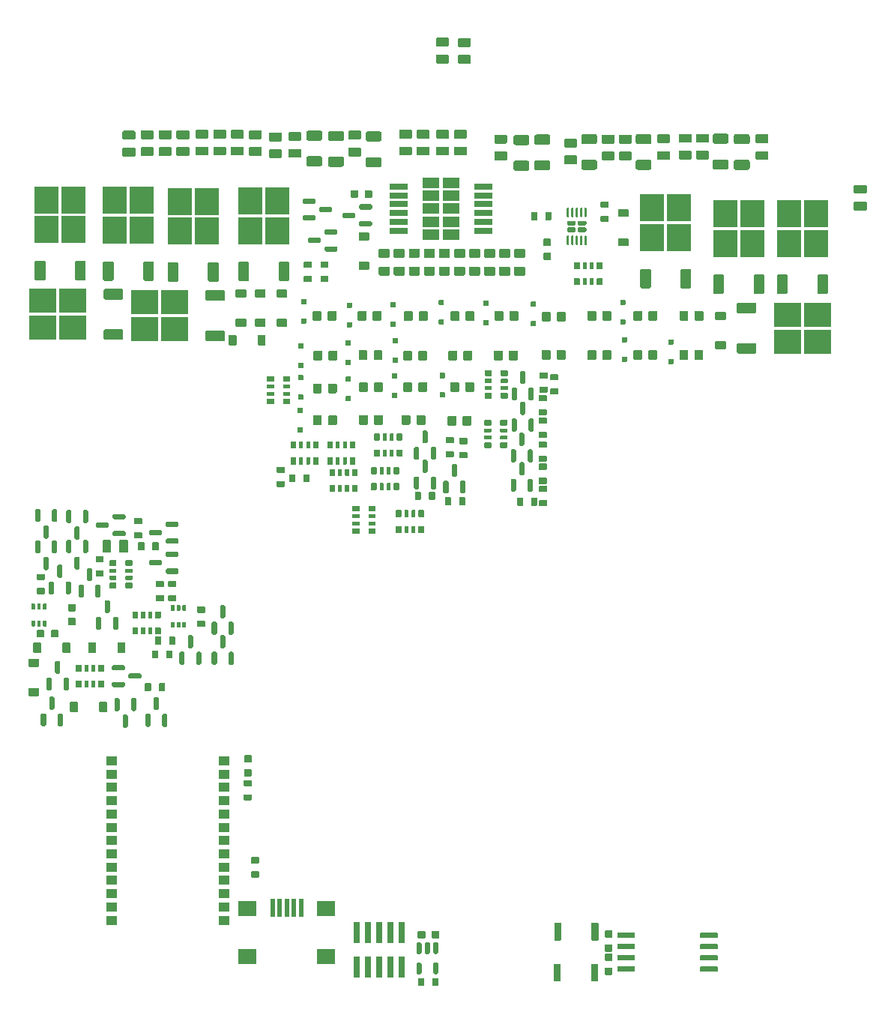
<source format=gtp>
G04 #@! TF.GenerationSoftware,KiCad,Pcbnew,(6.0.9)*
G04 #@! TF.CreationDate,2023-02-02T23:56:35+03:00*
G04 #@! TF.ProjectId,alphax_4ch,616c7068-6178-45f3-9463-682e6b696361,a*
G04 #@! TF.SameCoordinates,PX141f5e0PYa2cace0*
G04 #@! TF.FileFunction,Paste,Top*
G04 #@! TF.FilePolarity,Positive*
%FSLAX46Y46*%
G04 Gerber Fmt 4.6, Leading zero omitted, Abs format (unit mm)*
G04 Created by KiCad (PCBNEW (6.0.9)) date 2023-02-02 23:56:35*
%MOMM*%
%LPD*%
G01*
G04 APERTURE LIST*
%ADD10R,2.750000X3.050000*%
%ADD11R,0.500000X2.000000*%
%ADD12R,2.000000X1.700000*%
%ADD13R,3.050000X2.750000*%
%ADD14R,1.950000X1.160000*%
%ADD15R,2.000000X0.650000*%
%ADD16O,0.000001X0.000001*%
%ADD17R,1.300000X1.000000*%
%ADD18R,0.740000X2.400000*%
G04 APERTURE END LIST*
G04 #@! TO.C,C10*
G36*
G01*
X45375000Y83600000D02*
X46425000Y83600000D01*
G75*
G02*
X46525000Y83500000I0J-100000D01*
G01*
X46525000Y82700000D01*
G75*
G02*
X46425000Y82600000I-100000J0D01*
G01*
X45375000Y82600000D01*
G75*
G02*
X45275000Y82700000I0J100000D01*
G01*
X45275000Y83500000D01*
G75*
G02*
X45375000Y83600000I100000J0D01*
G01*
G37*
G36*
G01*
X45375000Y81600000D02*
X46425000Y81600000D01*
G75*
G02*
X46525000Y81500000I0J-100000D01*
G01*
X46525000Y80700000D01*
G75*
G02*
X46425000Y80600000I-100000J0D01*
G01*
X45375000Y80600000D01*
G75*
G02*
X45275000Y80700000I0J100000D01*
G01*
X45275000Y81500000D01*
G75*
G02*
X45375000Y81600000I100000J0D01*
G01*
G37*
G04 #@! TD*
G04 #@! TO.C,D53*
G36*
G01*
X25110000Y74805000D02*
X24090000Y74805000D01*
G75*
G02*
X24000000Y74895000I0J90000D01*
G01*
X24000000Y75615000D01*
G75*
G02*
X24090000Y75705000I90000J0D01*
G01*
X25110000Y75705000D01*
G75*
G02*
X25200000Y75615000I0J-90000D01*
G01*
X25200000Y74895000D01*
G75*
G02*
X25110000Y74805000I-90000J0D01*
G01*
G37*
G36*
G01*
X25110000Y78105000D02*
X24090000Y78105000D01*
G75*
G02*
X24000000Y78195000I0J90000D01*
G01*
X24000000Y78915000D01*
G75*
G02*
X24090000Y79005000I90000J0D01*
G01*
X25110000Y79005000D01*
G75*
G02*
X25200000Y78915000I0J-90000D01*
G01*
X25200000Y78195000D01*
G75*
G02*
X25110000Y78105000I-90000J0D01*
G01*
G37*
G04 #@! TD*
G04 #@! TO.C,R8*
G36*
G01*
X77375000Y93699999D02*
X76125000Y93699999D01*
G75*
G02*
X76025000Y93799999I0J100000D01*
G01*
X76025000Y94599999D01*
G75*
G02*
X76125000Y94699999I100000J0D01*
G01*
X77375000Y94699999D01*
G75*
G02*
X77475000Y94599999I0J-100000D01*
G01*
X77475000Y93799999D01*
G75*
G02*
X77375000Y93699999I-100000J0D01*
G01*
G37*
G36*
G01*
X77375000Y95600021D02*
X76125000Y95600021D01*
G75*
G02*
X76025000Y95700021I0J100000D01*
G01*
X76025000Y96500021D01*
G75*
G02*
X76125000Y96600021I100000J0D01*
G01*
X77375000Y96600021D01*
G75*
G02*
X77475000Y96500021I0J-100000D01*
G01*
X77475000Y95700021D01*
G75*
G02*
X77375000Y95600021I-100000J0D01*
G01*
G37*
G04 #@! TD*
G04 #@! TO.C,C18*
G36*
G01*
X66490000Y4224999D02*
X65810000Y4224999D01*
G75*
G02*
X65725000Y4309999I0J85000D01*
G01*
X65725000Y4989999D01*
G75*
G02*
X65810000Y5074999I85000J0D01*
G01*
X66490000Y5074999D01*
G75*
G02*
X66575000Y4989999I0J-85000D01*
G01*
X66575000Y4309999D01*
G75*
G02*
X66490000Y4224999I-85000J0D01*
G01*
G37*
G36*
G01*
X66490000Y5805001D02*
X65810000Y5805001D01*
G75*
G02*
X65725000Y5890001I0J85000D01*
G01*
X65725000Y6570001D01*
G75*
G02*
X65810000Y6655001I85000J0D01*
G01*
X66490000Y6655001D01*
G75*
G02*
X66575000Y6570001I0J-85000D01*
G01*
X66575000Y5890001D01*
G75*
G02*
X66490000Y5805001I-85000J0D01*
G01*
G37*
G04 #@! TD*
G04 #@! TO.C,R29*
G36*
G01*
X12610000Y53200010D02*
X13390000Y53200010D01*
G75*
G02*
X13460000Y53130010I0J-70000D01*
G01*
X13460000Y52570010D01*
G75*
G02*
X13390000Y52500010I-70000J0D01*
G01*
X12610000Y52500010D01*
G75*
G02*
X12540000Y52570010I0J70000D01*
G01*
X12540000Y53130010D01*
G75*
G02*
X12610000Y53200010I70000J0D01*
G01*
G37*
G36*
G01*
X12610000Y51600010D02*
X13390000Y51600010D01*
G75*
G02*
X13460000Y51530010I0J-70000D01*
G01*
X13460000Y50970010D01*
G75*
G02*
X13390000Y50900010I-70000J0D01*
G01*
X12610000Y50900010D01*
G75*
G02*
X12540000Y50970010I0J70000D01*
G01*
X12540000Y51530010D01*
G75*
G02*
X12610000Y51600010I70000J0D01*
G01*
G37*
G04 #@! TD*
G04 #@! TO.C,R90*
G36*
G01*
X25810000Y14900000D02*
X26590000Y14900000D01*
G75*
G02*
X26660000Y14830000I0J-70000D01*
G01*
X26660000Y14270000D01*
G75*
G02*
X26590000Y14200000I-70000J0D01*
G01*
X25810000Y14200000D01*
G75*
G02*
X25740000Y14270000I0J70000D01*
G01*
X25740000Y14830000D01*
G75*
G02*
X25810000Y14900000I70000J0D01*
G01*
G37*
G36*
G01*
X25810000Y13300000D02*
X26590000Y13300000D01*
G75*
G02*
X26660000Y13230000I0J-70000D01*
G01*
X26660000Y12670000D01*
G75*
G02*
X26590000Y12600000I-70000J0D01*
G01*
X25810000Y12600000D01*
G75*
G02*
X25740000Y12670000I0J70000D01*
G01*
X25740000Y13230000D01*
G75*
G02*
X25810000Y13300000I70000J0D01*
G01*
G37*
G04 #@! TD*
G04 #@! TO.C,R2*
G36*
G01*
X34600000Y56215000D02*
X34600000Y56885000D01*
G75*
G02*
X34665000Y56950000I65000J0D01*
G01*
X35185000Y56950000D01*
G75*
G02*
X35250000Y56885000I0J-65000D01*
G01*
X35250000Y56215000D01*
G75*
G02*
X35185000Y56150000I-65000J0D01*
G01*
X34665000Y56150000D01*
G75*
G02*
X34600000Y56215000I0J65000D01*
G01*
G37*
G36*
G01*
X35575000Y56195000D02*
X35575000Y56905000D01*
G75*
G02*
X35620000Y56950000I45000J0D01*
G01*
X35980000Y56950000D01*
G75*
G02*
X36025000Y56905000I0J-45000D01*
G01*
X36025000Y56195000D01*
G75*
G02*
X35980000Y56150000I-45000J0D01*
G01*
X35620000Y56150000D01*
G75*
G02*
X35575000Y56195000I0J45000D01*
G01*
G37*
G36*
G01*
X36375000Y56195000D02*
X36375000Y56905000D01*
G75*
G02*
X36420000Y56950000I45000J0D01*
G01*
X36780000Y56950000D01*
G75*
G02*
X36825000Y56905000I0J-45000D01*
G01*
X36825000Y56195000D01*
G75*
G02*
X36780000Y56150000I-45000J0D01*
G01*
X36420000Y56150000D01*
G75*
G02*
X36375000Y56195000I0J45000D01*
G01*
G37*
G36*
G01*
X37150000Y56215000D02*
X37150000Y56885000D01*
G75*
G02*
X37215000Y56950000I65000J0D01*
G01*
X37735000Y56950000D01*
G75*
G02*
X37800000Y56885000I0J-65000D01*
G01*
X37800000Y56215000D01*
G75*
G02*
X37735000Y56150000I-65000J0D01*
G01*
X37215000Y56150000D01*
G75*
G02*
X37150000Y56215000I0J65000D01*
G01*
G37*
G36*
G01*
X37150000Y58015000D02*
X37150000Y58685000D01*
G75*
G02*
X37215000Y58750000I65000J0D01*
G01*
X37735000Y58750000D01*
G75*
G02*
X37800000Y58685000I0J-65000D01*
G01*
X37800000Y58015000D01*
G75*
G02*
X37735000Y57950000I-65000J0D01*
G01*
X37215000Y57950000D01*
G75*
G02*
X37150000Y58015000I0J65000D01*
G01*
G37*
G36*
G01*
X36375000Y57995000D02*
X36375000Y58705000D01*
G75*
G02*
X36420000Y58750000I45000J0D01*
G01*
X36780000Y58750000D01*
G75*
G02*
X36825000Y58705000I0J-45000D01*
G01*
X36825000Y57995000D01*
G75*
G02*
X36780000Y57950000I-45000J0D01*
G01*
X36420000Y57950000D01*
G75*
G02*
X36375000Y57995000I0J45000D01*
G01*
G37*
G36*
G01*
X35575000Y57995000D02*
X35575000Y58705000D01*
G75*
G02*
X35620000Y58750000I45000J0D01*
G01*
X35980000Y58750000D01*
G75*
G02*
X36025000Y58705000I0J-45000D01*
G01*
X36025000Y57995000D01*
G75*
G02*
X35980000Y57950000I-45000J0D01*
G01*
X35620000Y57950000D01*
G75*
G02*
X35575000Y57995000I0J45000D01*
G01*
G37*
G36*
G01*
X34600000Y58015000D02*
X34600000Y58685000D01*
G75*
G02*
X34665000Y58750000I65000J0D01*
G01*
X35185000Y58750000D01*
G75*
G02*
X35250000Y58685000I0J-65000D01*
G01*
X35250000Y58015000D01*
G75*
G02*
X35185000Y57950000I-65000J0D01*
G01*
X34665000Y57950000D01*
G75*
G02*
X34600000Y58015000I0J65000D01*
G01*
G37*
G04 #@! TD*
G04 #@! TO.C,D36*
G36*
G01*
X50649999Y64649998D02*
X50649999Y63749998D01*
G75*
G02*
X50549999Y63649998I-100000J0D01*
G01*
X49749999Y63649998D01*
G75*
G02*
X49649999Y63749998I0J100000D01*
G01*
X49649999Y64649998D01*
G75*
G02*
X49749999Y64749998I100000J0D01*
G01*
X50549999Y64749998D01*
G75*
G02*
X50649999Y64649998I0J-100000D01*
G01*
G37*
G36*
G01*
X48949999Y64649998D02*
X48949999Y63749998D01*
G75*
G02*
X48849999Y63649998I-100000J0D01*
G01*
X48049999Y63649998D01*
G75*
G02*
X47949999Y63749998I0J100000D01*
G01*
X47949999Y64649998D01*
G75*
G02*
X48049999Y64749998I100000J0D01*
G01*
X48849999Y64749998D01*
G75*
G02*
X48949999Y64649998I0J-100000D01*
G01*
G37*
G04 #@! TD*
G04 #@! TO.C,R4*
G36*
G01*
X54685000Y66700000D02*
X54015000Y66700000D01*
G75*
G02*
X53950000Y66765000I0J65000D01*
G01*
X53950000Y67285000D01*
G75*
G02*
X54015000Y67350000I65000J0D01*
G01*
X54685000Y67350000D01*
G75*
G02*
X54750000Y67285000I0J-65000D01*
G01*
X54750000Y66765000D01*
G75*
G02*
X54685000Y66700000I-65000J0D01*
G01*
G37*
G36*
G01*
X54705000Y67675000D02*
X53995000Y67675000D01*
G75*
G02*
X53950000Y67720000I0J45000D01*
G01*
X53950000Y68080000D01*
G75*
G02*
X53995000Y68125000I45000J0D01*
G01*
X54705000Y68125000D01*
G75*
G02*
X54750000Y68080000I0J-45000D01*
G01*
X54750000Y67720000D01*
G75*
G02*
X54705000Y67675000I-45000J0D01*
G01*
G37*
G36*
G01*
X54705000Y68475000D02*
X53995000Y68475000D01*
G75*
G02*
X53950000Y68520000I0J45000D01*
G01*
X53950000Y68880000D01*
G75*
G02*
X53995000Y68925000I45000J0D01*
G01*
X54705000Y68925000D01*
G75*
G02*
X54750000Y68880000I0J-45000D01*
G01*
X54750000Y68520000D01*
G75*
G02*
X54705000Y68475000I-45000J0D01*
G01*
G37*
G36*
G01*
X54685000Y69250000D02*
X54015000Y69250000D01*
G75*
G02*
X53950000Y69315000I0J65000D01*
G01*
X53950000Y69835000D01*
G75*
G02*
X54015000Y69900000I65000J0D01*
G01*
X54685000Y69900000D01*
G75*
G02*
X54750000Y69835000I0J-65000D01*
G01*
X54750000Y69315000D01*
G75*
G02*
X54685000Y69250000I-65000J0D01*
G01*
G37*
G36*
G01*
X52885000Y69250000D02*
X52215000Y69250000D01*
G75*
G02*
X52150000Y69315000I0J65000D01*
G01*
X52150000Y69835000D01*
G75*
G02*
X52215000Y69900000I65000J0D01*
G01*
X52885000Y69900000D01*
G75*
G02*
X52950000Y69835000I0J-65000D01*
G01*
X52950000Y69315000D01*
G75*
G02*
X52885000Y69250000I-65000J0D01*
G01*
G37*
G36*
G01*
X52905000Y68475000D02*
X52195000Y68475000D01*
G75*
G02*
X52150000Y68520000I0J45000D01*
G01*
X52150000Y68880000D01*
G75*
G02*
X52195000Y68925000I45000J0D01*
G01*
X52905000Y68925000D01*
G75*
G02*
X52950000Y68880000I0J-45000D01*
G01*
X52950000Y68520000D01*
G75*
G02*
X52905000Y68475000I-45000J0D01*
G01*
G37*
G36*
G01*
X52905000Y67675000D02*
X52195000Y67675000D01*
G75*
G02*
X52150000Y67720000I0J45000D01*
G01*
X52150000Y68080000D01*
G75*
G02*
X52195000Y68125000I45000J0D01*
G01*
X52905000Y68125000D01*
G75*
G02*
X52950000Y68080000I0J-45000D01*
G01*
X52950000Y67720000D01*
G75*
G02*
X52905000Y67675000I-45000J0D01*
G01*
G37*
G36*
G01*
X52885000Y66700000D02*
X52215000Y66700000D01*
G75*
G02*
X52150000Y66765000I0J65000D01*
G01*
X52150000Y67285000D01*
G75*
G02*
X52215000Y67350000I65000J0D01*
G01*
X52885000Y67350000D01*
G75*
G02*
X52950000Y67285000I0J-65000D01*
G01*
X52950000Y66765000D01*
G75*
G02*
X52885000Y66700000I-65000J0D01*
G01*
G37*
G04 #@! TD*
G04 #@! TO.C,D30*
G36*
G01*
X67450000Y75111499D02*
X67450000Y75591499D01*
G75*
G02*
X67510000Y75651499I60000J0D01*
G01*
X67990000Y75651499D01*
G75*
G02*
X68050000Y75591499I0J-60000D01*
G01*
X68050000Y75111499D01*
G75*
G02*
X67990000Y75051499I-60000J0D01*
G01*
X67510000Y75051499D01*
G75*
G02*
X67450000Y75111499I0J60000D01*
G01*
G37*
G36*
G01*
X67450000Y77311499D02*
X67450000Y77791499D01*
G75*
G02*
X67510000Y77851499I60000J0D01*
G01*
X67990000Y77851499D01*
G75*
G02*
X68050000Y77791499I0J-60000D01*
G01*
X68050000Y77311499D01*
G75*
G02*
X67990000Y77251499I-60000J0D01*
G01*
X67510000Y77251499D01*
G75*
G02*
X67450000Y77311499I0J60000D01*
G01*
G37*
G04 #@! TD*
G04 #@! TO.C,C3*
G36*
G01*
X25060000Y26435001D02*
X25740000Y26435001D01*
G75*
G02*
X25825000Y26350001I0J-85000D01*
G01*
X25825000Y25670001D01*
G75*
G02*
X25740000Y25585001I-85000J0D01*
G01*
X25060000Y25585001D01*
G75*
G02*
X24975000Y25670001I0J85000D01*
G01*
X24975000Y26350001D01*
G75*
G02*
X25060000Y26435001I85000J0D01*
G01*
G37*
G36*
G01*
X25060000Y24854999D02*
X25740000Y24854999D01*
G75*
G02*
X25825000Y24769999I0J-85000D01*
G01*
X25825000Y24089999D01*
G75*
G02*
X25740000Y24004999I-85000J0D01*
G01*
X25060000Y24004999D01*
G75*
G02*
X24975000Y24089999I0J85000D01*
G01*
X24975000Y24769999D01*
G75*
G02*
X25060000Y24854999I85000J0D01*
G01*
G37*
G04 #@! TD*
G04 #@! TO.C,D46*
G36*
G01*
X31650000Y69290000D02*
X31650000Y68810000D01*
G75*
G02*
X31590000Y68750000I-60000J0D01*
G01*
X31110000Y68750000D01*
G75*
G02*
X31050000Y68810000I0J60000D01*
G01*
X31050000Y69290000D01*
G75*
G02*
X31110000Y69350000I60000J0D01*
G01*
X31590000Y69350000D01*
G75*
G02*
X31650000Y69290000I0J-60000D01*
G01*
G37*
G36*
G01*
X31650000Y67090000D02*
X31650000Y66610000D01*
G75*
G02*
X31590000Y66550000I-60000J0D01*
G01*
X31110000Y66550000D01*
G75*
G02*
X31050000Y66610000I0J60000D01*
G01*
X31050000Y67090000D01*
G75*
G02*
X31110000Y67150000I60000J0D01*
G01*
X31590000Y67150000D01*
G75*
G02*
X31650000Y67090000I0J-60000D01*
G01*
G37*
G04 #@! TD*
G04 #@! TO.C,R87*
G36*
G01*
X58310000Y61850000D02*
X59090000Y61850000D01*
G75*
G02*
X59160000Y61780000I0J-70000D01*
G01*
X59160000Y61220000D01*
G75*
G02*
X59090000Y61150000I-70000J0D01*
G01*
X58310000Y61150000D01*
G75*
G02*
X58240000Y61220000I0J70000D01*
G01*
X58240000Y61780000D01*
G75*
G02*
X58310000Y61850000I70000J0D01*
G01*
G37*
G36*
G01*
X58310000Y60250000D02*
X59090000Y60250000D01*
G75*
G02*
X59160000Y60180000I0J-70000D01*
G01*
X59160000Y59620000D01*
G75*
G02*
X59090000Y59550000I-70000J0D01*
G01*
X58310000Y59550000D01*
G75*
G02*
X58240000Y59620000I0J70000D01*
G01*
X58240000Y60180000D01*
G75*
G02*
X58310000Y60250000I70000J0D01*
G01*
G37*
G04 #@! TD*
G04 #@! TO.C,R93*
G36*
G01*
X17200000Y39740000D02*
X17200000Y38960000D01*
G75*
G02*
X17130000Y38890000I-70000J0D01*
G01*
X16570000Y38890000D01*
G75*
G02*
X16500000Y38960000I0J70000D01*
G01*
X16500000Y39740000D01*
G75*
G02*
X16570000Y39810000I70000J0D01*
G01*
X17130000Y39810000D01*
G75*
G02*
X17200000Y39740000I0J-70000D01*
G01*
G37*
G36*
G01*
X15600000Y39740000D02*
X15600000Y38960000D01*
G75*
G02*
X15530000Y38890000I-70000J0D01*
G01*
X14970000Y38890000D01*
G75*
G02*
X14900000Y38960000I0J70000D01*
G01*
X14900000Y39740000D01*
G75*
G02*
X14970000Y39810000I70000J0D01*
G01*
X15530000Y39810000D01*
G75*
G02*
X15600000Y39740000I0J-70000D01*
G01*
G37*
G04 #@! TD*
G04 #@! TO.C,R95*
G36*
G01*
X33660000Y82150000D02*
X34440000Y82150000D01*
G75*
G02*
X34510000Y82080000I0J-70000D01*
G01*
X34510000Y81520000D01*
G75*
G02*
X34440000Y81450000I-70000J0D01*
G01*
X33660000Y81450000D01*
G75*
G02*
X33590000Y81520000I0J70000D01*
G01*
X33590000Y82080000D01*
G75*
G02*
X33660000Y82150000I70000J0D01*
G01*
G37*
G36*
G01*
X33660000Y80550000D02*
X34440000Y80550000D01*
G75*
G02*
X34510000Y80480000I0J-70000D01*
G01*
X34510000Y79920000D01*
G75*
G02*
X34440000Y79850000I-70000J0D01*
G01*
X33660000Y79850000D01*
G75*
G02*
X33590000Y79920000I0J70000D01*
G01*
X33590000Y80480000D01*
G75*
G02*
X33660000Y80550000I70000J0D01*
G01*
G37*
G04 #@! TD*
G04 #@! TO.C,D34*
G36*
G01*
X40649999Y64749998D02*
X40649999Y63849998D01*
G75*
G02*
X40549999Y63749998I-100000J0D01*
G01*
X39749999Y63749998D01*
G75*
G02*
X39649999Y63849998I0J100000D01*
G01*
X39649999Y64749998D01*
G75*
G02*
X39749999Y64849998I100000J0D01*
G01*
X40549999Y64849998D01*
G75*
G02*
X40649999Y64749998I0J-100000D01*
G01*
G37*
G36*
G01*
X38949999Y64749998D02*
X38949999Y63849998D01*
G75*
G02*
X38849999Y63749998I-100000J0D01*
G01*
X38049999Y63749998D01*
G75*
G02*
X37949999Y63849998I0J100000D01*
G01*
X37949999Y64749998D01*
G75*
G02*
X38049999Y64849998I100000J0D01*
G01*
X38849999Y64849998D01*
G75*
G02*
X38949999Y64749998I0J-100000D01*
G01*
G37*
G04 #@! TD*
G04 #@! TO.C,R59*
G36*
G01*
X44575000Y97050001D02*
X45825000Y97050001D01*
G75*
G02*
X45925000Y96950001I0J-100000D01*
G01*
X45925000Y96150001D01*
G75*
G02*
X45825000Y96050001I-100000J0D01*
G01*
X44575000Y96050001D01*
G75*
G02*
X44475000Y96150001I0J100000D01*
G01*
X44475000Y96950001D01*
G75*
G02*
X44575000Y97050001I100000J0D01*
G01*
G37*
G36*
G01*
X44575000Y95149979D02*
X45825000Y95149979D01*
G75*
G02*
X45925000Y95049979I0J-100000D01*
G01*
X45925000Y94249979D01*
G75*
G02*
X45825000Y94149979I-100000J0D01*
G01*
X44575000Y94149979D01*
G75*
G02*
X44475000Y94249979I0J100000D01*
G01*
X44475000Y95049979D01*
G75*
G02*
X44575000Y95149979I100000J0D01*
G01*
G37*
G04 #@! TD*
G04 #@! TO.C,R9*
G36*
G01*
X75425000Y93699999D02*
X74175000Y93699999D01*
G75*
G02*
X74075000Y93799999I0J100000D01*
G01*
X74075000Y94599999D01*
G75*
G02*
X74175000Y94699999I100000J0D01*
G01*
X75425000Y94699999D01*
G75*
G02*
X75525000Y94599999I0J-100000D01*
G01*
X75525000Y93799999D01*
G75*
G02*
X75425000Y93699999I-100000J0D01*
G01*
G37*
G36*
G01*
X75425000Y95600021D02*
X74175000Y95600021D01*
G75*
G02*
X74075000Y95700021I0J100000D01*
G01*
X74075000Y96500021D01*
G75*
G02*
X74175000Y96600021I100000J0D01*
G01*
X75425000Y96600021D01*
G75*
G02*
X75525000Y96500021I0J-100000D01*
G01*
X75525000Y95700021D01*
G75*
G02*
X75425000Y95600021I-100000J0D01*
G01*
G37*
G04 #@! TD*
G04 #@! TO.C,R68*
G36*
G01*
X24825000Y94149999D02*
X23575000Y94149999D01*
G75*
G02*
X23475000Y94249999I0J100000D01*
G01*
X23475000Y95049999D01*
G75*
G02*
X23575000Y95149999I100000J0D01*
G01*
X24825000Y95149999D01*
G75*
G02*
X24925000Y95049999I0J-100000D01*
G01*
X24925000Y94249999D01*
G75*
G02*
X24825000Y94149999I-100000J0D01*
G01*
G37*
G36*
G01*
X24825000Y96050021D02*
X23575000Y96050021D01*
G75*
G02*
X23475000Y96150021I0J100000D01*
G01*
X23475000Y96950021D01*
G75*
G02*
X23575000Y97050021I100000J0D01*
G01*
X24825000Y97050021D01*
G75*
G02*
X24925000Y96950021I0J-100000D01*
G01*
X24925000Y96150021D01*
G75*
G02*
X24825000Y96050021I-100000J0D01*
G01*
G37*
G04 #@! TD*
G04 #@! TO.C,R82*
G36*
G01*
X58410000Y69650000D02*
X59190000Y69650000D01*
G75*
G02*
X59260000Y69580000I0J-70000D01*
G01*
X59260000Y69020000D01*
G75*
G02*
X59190000Y68950000I-70000J0D01*
G01*
X58410000Y68950000D01*
G75*
G02*
X58340000Y69020000I0J70000D01*
G01*
X58340000Y69580000D01*
G75*
G02*
X58410000Y69650000I70000J0D01*
G01*
G37*
G36*
G01*
X58410000Y68050000D02*
X59190000Y68050000D01*
G75*
G02*
X59260000Y67980000I0J-70000D01*
G01*
X59260000Y67420000D01*
G75*
G02*
X59190000Y67350000I-70000J0D01*
G01*
X58410000Y67350000D01*
G75*
G02*
X58340000Y67420000I0J70000D01*
G01*
X58340000Y67980000D01*
G75*
G02*
X58410000Y68050000I70000J0D01*
G01*
G37*
G04 #@! TD*
G04 #@! TO.C,D49*
G36*
G01*
X31575000Y88850000D02*
X31575000Y89150000D01*
G75*
G02*
X31725000Y89300000I150000J0D01*
G01*
X32900000Y89300000D01*
G75*
G02*
X33050000Y89150000I0J-150000D01*
G01*
X33050000Y88850000D01*
G75*
G02*
X32900000Y88700000I-150000J0D01*
G01*
X31725000Y88700000D01*
G75*
G02*
X31575000Y88850000I0J150000D01*
G01*
G37*
G36*
G01*
X33450000Y87900000D02*
X33450000Y88200000D01*
G75*
G02*
X33600000Y88350000I150000J0D01*
G01*
X34775000Y88350000D01*
G75*
G02*
X34925000Y88200000I0J-150000D01*
G01*
X34925000Y87900000D01*
G75*
G02*
X34775000Y87750000I-150000J0D01*
G01*
X33600000Y87750000D01*
G75*
G02*
X33450000Y87900000I0J150000D01*
G01*
G37*
G36*
G01*
X31575000Y86950000D02*
X31575000Y87250000D01*
G75*
G02*
X31725000Y87400000I150000J0D01*
G01*
X32900000Y87400000D01*
G75*
G02*
X33050000Y87250000I0J-150000D01*
G01*
X33050000Y86950000D01*
G75*
G02*
X32900000Y86800000I-150000J0D01*
G01*
X31725000Y86800000D01*
G75*
G02*
X31575000Y86950000I0J150000D01*
G01*
G37*
G04 #@! TD*
G04 #@! TO.C,F4*
G36*
G01*
X63050000Y95655010D02*
X63050000Y96345010D01*
G75*
G02*
X63280000Y96575010I230000J0D01*
G01*
X64620000Y96575010D01*
G75*
G02*
X64850000Y96345010I0J-230000D01*
G01*
X64850000Y95655010D01*
G75*
G02*
X64620000Y95425010I-230000J0D01*
G01*
X63280000Y95425010D01*
G75*
G02*
X63050000Y95655010I0J230000D01*
G01*
G37*
G36*
G01*
X63050000Y92754990D02*
X63050000Y93444990D01*
G75*
G02*
X63280000Y93674990I230000J0D01*
G01*
X64620000Y93674990D01*
G75*
G02*
X64850000Y93444990I0J-230000D01*
G01*
X64850000Y92754990D01*
G75*
G02*
X64620000Y92524990I-230000J0D01*
G01*
X63280000Y92524990D01*
G75*
G02*
X63050000Y92754990I0J230000D01*
G01*
G37*
G04 #@! TD*
G04 #@! TO.C,Q13*
G36*
G01*
X47910000Y55975000D02*
X47610000Y55975000D01*
G75*
G02*
X47460000Y56125000I0J150000D01*
G01*
X47460000Y57300000D01*
G75*
G02*
X47610000Y57450000I150000J0D01*
G01*
X47910000Y57450000D01*
G75*
G02*
X48060000Y57300000I0J-150000D01*
G01*
X48060000Y56125000D01*
G75*
G02*
X47910000Y55975000I-150000J0D01*
G01*
G37*
G36*
G01*
X48860000Y57850000D02*
X48560000Y57850000D01*
G75*
G02*
X48410000Y58000000I0J150000D01*
G01*
X48410000Y59175000D01*
G75*
G02*
X48560000Y59325000I150000J0D01*
G01*
X48860000Y59325000D01*
G75*
G02*
X49010000Y59175000I0J-150000D01*
G01*
X49010000Y58000000D01*
G75*
G02*
X48860000Y57850000I-150000J0D01*
G01*
G37*
G36*
G01*
X49810000Y55975000D02*
X49510000Y55975000D01*
G75*
G02*
X49360000Y56125000I0J150000D01*
G01*
X49360000Y57300000D01*
G75*
G02*
X49510000Y57450000I150000J0D01*
G01*
X49810000Y57450000D01*
G75*
G02*
X49960000Y57300000I0J-150000D01*
G01*
X49960000Y56125000D01*
G75*
G02*
X49810000Y55975000I-150000J0D01*
G01*
G37*
G04 #@! TD*
G04 #@! TO.C,R91*
G36*
G01*
X95205000Y87939999D02*
X93955000Y87939999D01*
G75*
G02*
X93855000Y88039999I0J100000D01*
G01*
X93855000Y88839999D01*
G75*
G02*
X93955000Y88939999I100000J0D01*
G01*
X95205000Y88939999D01*
G75*
G02*
X95305000Y88839999I0J-100000D01*
G01*
X95305000Y88039999D01*
G75*
G02*
X95205000Y87939999I-100000J0D01*
G01*
G37*
G36*
G01*
X95205000Y89840021D02*
X93955000Y89840021D01*
G75*
G02*
X93855000Y89940021I0J100000D01*
G01*
X93855000Y90740021D01*
G75*
G02*
X93955000Y90840021I100000J0D01*
G01*
X95205000Y90840021D01*
G75*
G02*
X95305000Y90740021I0J-100000D01*
G01*
X95305000Y89940021D01*
G75*
G02*
X95205000Y89840021I-100000J0D01*
G01*
G37*
G04 #@! TD*
G04 #@! TO.C,D1*
G36*
G01*
X68250000Y73590000D02*
X68250000Y73110000D01*
G75*
G02*
X68190000Y73050000I-60000J0D01*
G01*
X67710000Y73050000D01*
G75*
G02*
X67650000Y73110000I0J60000D01*
G01*
X67650000Y73590000D01*
G75*
G02*
X67710000Y73650000I60000J0D01*
G01*
X68190000Y73650000D01*
G75*
G02*
X68250000Y73590000I0J-60000D01*
G01*
G37*
G36*
G01*
X68250000Y71390000D02*
X68250000Y70910000D01*
G75*
G02*
X68190000Y70850000I-60000J0D01*
G01*
X67710000Y70850000D01*
G75*
G02*
X67650000Y70910000I0J60000D01*
G01*
X67650000Y71390000D01*
G75*
G02*
X67710000Y71450000I60000J0D01*
G01*
X68190000Y71450000D01*
G75*
G02*
X68250000Y71390000I0J-60000D01*
G01*
G37*
G04 #@! TD*
G04 #@! TO.C,D15*
G36*
G01*
X40499999Y76499998D02*
X40499999Y75599998D01*
G75*
G02*
X40399999Y75499998I-100000J0D01*
G01*
X39599999Y75499998D01*
G75*
G02*
X39499999Y75599998I0J100000D01*
G01*
X39499999Y76499998D01*
G75*
G02*
X39599999Y76599998I100000J0D01*
G01*
X40399999Y76599998D01*
G75*
G02*
X40499999Y76499998I0J-100000D01*
G01*
G37*
G36*
G01*
X38799999Y76499998D02*
X38799999Y75599998D01*
G75*
G02*
X38699999Y75499998I-100000J0D01*
G01*
X37899999Y75499998D01*
G75*
G02*
X37799999Y75599998I0J100000D01*
G01*
X37799999Y76499998D01*
G75*
G02*
X37899999Y76599998I100000J0D01*
G01*
X38699999Y76599998D01*
G75*
G02*
X38799999Y76499998I0J-100000D01*
G01*
G37*
G04 #@! TD*
G04 #@! TO.C,C1*
G36*
G01*
X58860000Y84765001D02*
X59540000Y84765001D01*
G75*
G02*
X59625000Y84680001I0J-85000D01*
G01*
X59625000Y84000001D01*
G75*
G02*
X59540000Y83915001I-85000J0D01*
G01*
X58860000Y83915001D01*
G75*
G02*
X58775000Y84000001I0J85000D01*
G01*
X58775000Y84680001D01*
G75*
G02*
X58860000Y84765001I85000J0D01*
G01*
G37*
G36*
G01*
X58860000Y83184999D02*
X59540000Y83184999D01*
G75*
G02*
X59625000Y83099999I0J-85000D01*
G01*
X59625000Y82419999D01*
G75*
G02*
X59540000Y82334999I-85000J0D01*
G01*
X58860000Y82334999D01*
G75*
G02*
X58775000Y82419999I0J85000D01*
G01*
X58775000Y83099999D01*
G75*
G02*
X58860000Y83184999I85000J0D01*
G01*
G37*
G04 #@! TD*
D10*
G04 #@! TO.C,Q29*
X28725000Y85675000D03*
X25675000Y85675000D03*
X25675000Y89025000D03*
X28725000Y89025000D03*
G36*
G01*
X25400000Y79950000D02*
X24440000Y79950000D01*
G75*
G02*
X24320000Y80070000I0J120000D01*
G01*
X24320000Y82030000D01*
G75*
G02*
X24440000Y82150000I120000J0D01*
G01*
X25400000Y82150000D01*
G75*
G02*
X25520000Y82030000I0J-120000D01*
G01*
X25520000Y80070000D01*
G75*
G02*
X25400000Y79950000I-120000J0D01*
G01*
G37*
G36*
G01*
X29960000Y79950000D02*
X29000000Y79950000D01*
G75*
G02*
X28880000Y80070000I0J120000D01*
G01*
X28880000Y82030000D01*
G75*
G02*
X29000000Y82150000I120000J0D01*
G01*
X29960000Y82150000D01*
G75*
G02*
X30080000Y82030000I0J-120000D01*
G01*
X30080000Y80070000D01*
G75*
G02*
X29960000Y79950000I-120000J0D01*
G01*
G37*
G04 #@! TD*
G04 #@! TO.C,S1*
G36*
G01*
X64950001Y2770000D02*
X64950001Y930000D01*
G75*
G02*
X64870001Y850000I-80000J0D01*
G01*
X64230001Y850000D01*
G75*
G02*
X64150001Y930000I0J80000D01*
G01*
X64150001Y2770000D01*
G75*
G02*
X64230001Y2850000I80000J0D01*
G01*
X64870001Y2850000D01*
G75*
G02*
X64950001Y2770000I0J-80000D01*
G01*
G37*
G36*
G01*
X60750000Y2770000D02*
X60750000Y930000D01*
G75*
G02*
X60670000Y850000I-80000J0D01*
G01*
X60030000Y850000D01*
G75*
G02*
X59950000Y930000I0J80000D01*
G01*
X59950000Y2770000D01*
G75*
G02*
X60030000Y2850000I80000J0D01*
G01*
X60670000Y2850000D01*
G75*
G02*
X60750000Y2770000I0J-80000D01*
G01*
G37*
G04 #@! TD*
G04 #@! TO.C,D6*
G36*
G01*
X41750000Y70810000D02*
X41750000Y71290000D01*
G75*
G02*
X41810000Y71350000I60000J0D01*
G01*
X42290000Y71350000D01*
G75*
G02*
X42350000Y71290000I0J-60000D01*
G01*
X42350000Y70810000D01*
G75*
G02*
X42290000Y70750000I-60000J0D01*
G01*
X41810000Y70750000D01*
G75*
G02*
X41750000Y70810000I0J60000D01*
G01*
G37*
G36*
G01*
X41750000Y73010000D02*
X41750000Y73490000D01*
G75*
G02*
X41810000Y73550000I60000J0D01*
G01*
X42290000Y73550000D01*
G75*
G02*
X42350000Y73490000I0J-60000D01*
G01*
X42350000Y73010000D01*
G75*
G02*
X42290000Y72950000I-60000J0D01*
G01*
X41810000Y72950000D01*
G75*
G02*
X41750000Y73010000I0J60000D01*
G01*
G37*
G04 #@! TD*
G04 #@! TO.C,C4*
G36*
G01*
X47015001Y6490000D02*
X47015001Y5810000D01*
G75*
G02*
X46930001Y5725000I-85000J0D01*
G01*
X46250001Y5725000D01*
G75*
G02*
X46165001Y5810000I0J85000D01*
G01*
X46165001Y6490000D01*
G75*
G02*
X46250001Y6575000I85000J0D01*
G01*
X46930001Y6575000D01*
G75*
G02*
X47015001Y6490000I0J-85000D01*
G01*
G37*
G36*
G01*
X45434999Y6490000D02*
X45434999Y5810000D01*
G75*
G02*
X45349999Y5725000I-85000J0D01*
G01*
X44669999Y5725000D01*
G75*
G02*
X44584999Y5810000I0J85000D01*
G01*
X44584999Y6490000D01*
G75*
G02*
X44669999Y6575000I85000J0D01*
G01*
X45349999Y6575000D01*
G75*
G02*
X45434999Y6490000I0J-85000D01*
G01*
G37*
G04 #@! TD*
G04 #@! TO.C,Q1*
G36*
G01*
X2450000Y29675010D02*
X2150000Y29675010D01*
G75*
G02*
X2000000Y29825010I0J150000D01*
G01*
X2000000Y31000010D01*
G75*
G02*
X2150000Y31150010I150000J0D01*
G01*
X2450000Y31150010D01*
G75*
G02*
X2600000Y31000010I0J-150000D01*
G01*
X2600000Y29825010D01*
G75*
G02*
X2450000Y29675010I-150000J0D01*
G01*
G37*
G36*
G01*
X3400000Y31550010D02*
X3100000Y31550010D01*
G75*
G02*
X2950000Y31700010I0J150000D01*
G01*
X2950000Y32875010D01*
G75*
G02*
X3100000Y33025010I150000J0D01*
G01*
X3400000Y33025010D01*
G75*
G02*
X3550000Y32875010I0J-150000D01*
G01*
X3550000Y31700010D01*
G75*
G02*
X3400000Y31550010I-150000J0D01*
G01*
G37*
G36*
G01*
X4350000Y29675010D02*
X4050000Y29675010D01*
G75*
G02*
X3900000Y29825010I0J150000D01*
G01*
X3900000Y31000010D01*
G75*
G02*
X4050000Y31150010I150000J0D01*
G01*
X4350000Y31150010D01*
G75*
G02*
X4500000Y31000010I0J-150000D01*
G01*
X4500000Y29825010D01*
G75*
G02*
X4350000Y29675010I-150000J0D01*
G01*
G37*
G04 #@! TD*
G04 #@! TO.C,R50*
G36*
G01*
X34350000Y59315000D02*
X34350000Y59985000D01*
G75*
G02*
X34415000Y60050000I65000J0D01*
G01*
X34935000Y60050000D01*
G75*
G02*
X35000000Y59985000I0J-65000D01*
G01*
X35000000Y59315000D01*
G75*
G02*
X34935000Y59250000I-65000J0D01*
G01*
X34415000Y59250000D01*
G75*
G02*
X34350000Y59315000I0J65000D01*
G01*
G37*
G36*
G01*
X35325000Y59295000D02*
X35325000Y60005000D01*
G75*
G02*
X35370000Y60050000I45000J0D01*
G01*
X35730000Y60050000D01*
G75*
G02*
X35775000Y60005000I0J-45000D01*
G01*
X35775000Y59295000D01*
G75*
G02*
X35730000Y59250000I-45000J0D01*
G01*
X35370000Y59250000D01*
G75*
G02*
X35325000Y59295000I0J45000D01*
G01*
G37*
G36*
G01*
X36125000Y59295000D02*
X36125000Y60005000D01*
G75*
G02*
X36170000Y60050000I45000J0D01*
G01*
X36530000Y60050000D01*
G75*
G02*
X36575000Y60005000I0J-45000D01*
G01*
X36575000Y59295000D01*
G75*
G02*
X36530000Y59250000I-45000J0D01*
G01*
X36170000Y59250000D01*
G75*
G02*
X36125000Y59295000I0J45000D01*
G01*
G37*
G36*
G01*
X36900000Y59315000D02*
X36900000Y59985000D01*
G75*
G02*
X36965000Y60050000I65000J0D01*
G01*
X37485000Y60050000D01*
G75*
G02*
X37550000Y59985000I0J-65000D01*
G01*
X37550000Y59315000D01*
G75*
G02*
X37485000Y59250000I-65000J0D01*
G01*
X36965000Y59250000D01*
G75*
G02*
X36900000Y59315000I0J65000D01*
G01*
G37*
G36*
G01*
X36900000Y61115000D02*
X36900000Y61785000D01*
G75*
G02*
X36965000Y61850000I65000J0D01*
G01*
X37485000Y61850000D01*
G75*
G02*
X37550000Y61785000I0J-65000D01*
G01*
X37550000Y61115000D01*
G75*
G02*
X37485000Y61050000I-65000J0D01*
G01*
X36965000Y61050000D01*
G75*
G02*
X36900000Y61115000I0J65000D01*
G01*
G37*
G36*
G01*
X36125000Y61095000D02*
X36125000Y61805000D01*
G75*
G02*
X36170000Y61850000I45000J0D01*
G01*
X36530000Y61850000D01*
G75*
G02*
X36575000Y61805000I0J-45000D01*
G01*
X36575000Y61095000D01*
G75*
G02*
X36530000Y61050000I-45000J0D01*
G01*
X36170000Y61050000D01*
G75*
G02*
X36125000Y61095000I0J45000D01*
G01*
G37*
G36*
G01*
X35325000Y61095000D02*
X35325000Y61805000D01*
G75*
G02*
X35370000Y61850000I45000J0D01*
G01*
X35730000Y61850000D01*
G75*
G02*
X35775000Y61805000I0J-45000D01*
G01*
X35775000Y61095000D01*
G75*
G02*
X35730000Y61050000I-45000J0D01*
G01*
X35370000Y61050000D01*
G75*
G02*
X35325000Y61095000I0J45000D01*
G01*
G37*
G36*
G01*
X34350000Y61115000D02*
X34350000Y61785000D01*
G75*
G02*
X34415000Y61850000I65000J0D01*
G01*
X34935000Y61850000D01*
G75*
G02*
X35000000Y61785000I0J-65000D01*
G01*
X35000000Y61115000D01*
G75*
G02*
X34935000Y61050000I-65000J0D01*
G01*
X34415000Y61050000D01*
G75*
G02*
X34350000Y61115000I0J65000D01*
G01*
G37*
G04 #@! TD*
G04 #@! TO.C,U5*
G36*
G01*
X18040000Y43375000D02*
X18360000Y43375000D01*
G75*
G02*
X18400000Y43335000I0J-40000D01*
G01*
X18400000Y42765000D01*
G75*
G02*
X18360000Y42725000I-40000J0D01*
G01*
X18040000Y42725000D01*
G75*
G02*
X18000000Y42765000I0J40000D01*
G01*
X18000000Y43335000D01*
G75*
G02*
X18040000Y43375000I40000J0D01*
G01*
G37*
G36*
G01*
X17390000Y43375000D02*
X17710000Y43375000D01*
G75*
G02*
X17750000Y43335000I0J-40000D01*
G01*
X17750000Y42765000D01*
G75*
G02*
X17710000Y42725000I-40000J0D01*
G01*
X17390000Y42725000D01*
G75*
G02*
X17350000Y42765000I0J40000D01*
G01*
X17350000Y43335000D01*
G75*
G02*
X17390000Y43375000I40000J0D01*
G01*
G37*
G36*
G01*
X16740000Y43375000D02*
X17060000Y43375000D01*
G75*
G02*
X17100000Y43335000I0J-40000D01*
G01*
X17100000Y42765000D01*
G75*
G02*
X17060000Y42725000I-40000J0D01*
G01*
X16740000Y42725000D01*
G75*
G02*
X16700000Y42765000I0J40000D01*
G01*
X16700000Y43335000D01*
G75*
G02*
X16740000Y43375000I40000J0D01*
G01*
G37*
G36*
G01*
X16740000Y41475000D02*
X17060000Y41475000D01*
G75*
G02*
X17100000Y41435000I0J-40000D01*
G01*
X17100000Y40865000D01*
G75*
G02*
X17060000Y40825000I-40000J0D01*
G01*
X16740000Y40825000D01*
G75*
G02*
X16700000Y40865000I0J40000D01*
G01*
X16700000Y41435000D01*
G75*
G02*
X16740000Y41475000I40000J0D01*
G01*
G37*
G36*
G01*
X17390000Y41475000D02*
X17710000Y41475000D01*
G75*
G02*
X17750000Y41435000I0J-40000D01*
G01*
X17750000Y40865000D01*
G75*
G02*
X17710000Y40825000I-40000J0D01*
G01*
X17390000Y40825000D01*
G75*
G02*
X17350000Y40865000I0J40000D01*
G01*
X17350000Y41435000D01*
G75*
G02*
X17390000Y41475000I40000J0D01*
G01*
G37*
G36*
G01*
X18040000Y41475000D02*
X18360000Y41475000D01*
G75*
G02*
X18400000Y41435000I0J-40000D01*
G01*
X18400000Y40865000D01*
G75*
G02*
X18360000Y40825000I-40000J0D01*
G01*
X18040000Y40825000D01*
G75*
G02*
X18000000Y40865000I0J40000D01*
G01*
X18000000Y41435000D01*
G75*
G02*
X18040000Y41475000I40000J0D01*
G01*
G37*
G04 #@! TD*
G04 #@! TO.C,D28*
G36*
G01*
X5350000Y39060010D02*
X5350000Y38040010D01*
G75*
G02*
X5260000Y37950010I-90000J0D01*
G01*
X4540000Y37950010D01*
G75*
G02*
X4450000Y38040010I0J90000D01*
G01*
X4450000Y39060010D01*
G75*
G02*
X4540000Y39150010I90000J0D01*
G01*
X5260000Y39150010D01*
G75*
G02*
X5350000Y39060010I0J-90000D01*
G01*
G37*
G36*
G01*
X2050000Y39060010D02*
X2050000Y38040010D01*
G75*
G02*
X1960000Y37950010I-90000J0D01*
G01*
X1240000Y37950010D01*
G75*
G02*
X1150000Y38040010I0J90000D01*
G01*
X1150000Y39060010D01*
G75*
G02*
X1240000Y39150010I90000J0D01*
G01*
X1960000Y39150010D01*
G75*
G02*
X2050000Y39060010I0J-90000D01*
G01*
G37*
G04 #@! TD*
G04 #@! TO.C,D12*
G36*
G01*
X61300000Y76400000D02*
X61300000Y75500000D01*
G75*
G02*
X61200000Y75400000I-100000J0D01*
G01*
X60400000Y75400000D01*
G75*
G02*
X60300000Y75500000I0J100000D01*
G01*
X60300000Y76400000D01*
G75*
G02*
X60400000Y76500000I100000J0D01*
G01*
X61200000Y76500000D01*
G75*
G02*
X61300000Y76400000I0J-100000D01*
G01*
G37*
G36*
G01*
X59600000Y76400000D02*
X59600000Y75500000D01*
G75*
G02*
X59500000Y75400000I-100000J0D01*
G01*
X58700000Y75400000D01*
G75*
G02*
X58600000Y75500000I0J100000D01*
G01*
X58600000Y76400000D01*
G75*
G02*
X58700000Y76500000I100000J0D01*
G01*
X59500000Y76500000D01*
G75*
G02*
X59600000Y76400000I0J-100000D01*
G01*
G37*
G04 #@! TD*
G04 #@! TO.C,R38*
G36*
G01*
X25760000Y21310000D02*
X24980000Y21310000D01*
G75*
G02*
X24910000Y21380000I0J70000D01*
G01*
X24910000Y21940000D01*
G75*
G02*
X24980000Y22010000I70000J0D01*
G01*
X25760000Y22010000D01*
G75*
G02*
X25830000Y21940000I0J-70000D01*
G01*
X25830000Y21380000D01*
G75*
G02*
X25760000Y21310000I-70000J0D01*
G01*
G37*
G36*
G01*
X25760000Y22910000D02*
X24980000Y22910000D01*
G75*
G02*
X24910000Y22980000I0J70000D01*
G01*
X24910000Y23540000D01*
G75*
G02*
X24980000Y23610000I70000J0D01*
G01*
X25760000Y23610000D01*
G75*
G02*
X25830000Y23540000I0J-70000D01*
G01*
X25830000Y22980000D01*
G75*
G02*
X25760000Y22910000I-70000J0D01*
G01*
G37*
G04 #@! TD*
G04 #@! TO.C,D22*
G36*
G01*
X31587498Y65591499D02*
X31587498Y65111499D01*
G75*
G02*
X31527498Y65051499I-60000J0D01*
G01*
X31047498Y65051499D01*
G75*
G02*
X30987498Y65111499I0J60000D01*
G01*
X30987498Y65591499D01*
G75*
G02*
X31047498Y65651499I60000J0D01*
G01*
X31527498Y65651499D01*
G75*
G02*
X31587498Y65591499I0J-60000D01*
G01*
G37*
G36*
G01*
X31587498Y63391499D02*
X31587498Y62911499D01*
G75*
G02*
X31527498Y62851499I-60000J0D01*
G01*
X31047498Y62851499D01*
G75*
G02*
X30987498Y62911499I0J60000D01*
G01*
X30987498Y63391499D01*
G75*
G02*
X31047498Y63451499I60000J0D01*
G01*
X31527498Y63451499D01*
G75*
G02*
X31587498Y63391499I0J-60000D01*
G01*
G37*
G04 #@! TD*
G04 #@! TO.C,R32*
G36*
G01*
X48590000Y61650000D02*
X47810000Y61650000D01*
G75*
G02*
X47740000Y61720000I0J70000D01*
G01*
X47740000Y62280000D01*
G75*
G02*
X47810000Y62350000I70000J0D01*
G01*
X48590000Y62350000D01*
G75*
G02*
X48660000Y62280000I0J-70000D01*
G01*
X48660000Y61720000D01*
G75*
G02*
X48590000Y61650000I-70000J0D01*
G01*
G37*
G36*
G01*
X48590000Y60050000D02*
X47810000Y60050000D01*
G75*
G02*
X47740000Y60120000I0J70000D01*
G01*
X47740000Y60680000D01*
G75*
G02*
X47810000Y60750000I70000J0D01*
G01*
X48590000Y60750000D01*
G75*
G02*
X48660000Y60680000I0J-70000D01*
G01*
X48660000Y60120000D01*
G75*
G02*
X48590000Y60050000I-70000J0D01*
G01*
G37*
G04 #@! TD*
G04 #@! TO.C,D11*
G36*
G01*
X71649999Y76499998D02*
X71649999Y75599998D01*
G75*
G02*
X71549999Y75499998I-100000J0D01*
G01*
X70749999Y75499998D01*
G75*
G02*
X70649999Y75599998I0J100000D01*
G01*
X70649999Y76499998D01*
G75*
G02*
X70749999Y76599998I100000J0D01*
G01*
X71549999Y76599998D01*
G75*
G02*
X71649999Y76499998I0J-100000D01*
G01*
G37*
G36*
G01*
X69949999Y76499998D02*
X69949999Y75599998D01*
G75*
G02*
X69849999Y75499998I-100000J0D01*
G01*
X69049999Y75499998D01*
G75*
G02*
X68949999Y75599998I0J100000D01*
G01*
X68949999Y76499998D01*
G75*
G02*
X69049999Y76599998I100000J0D01*
G01*
X69849999Y76599998D01*
G75*
G02*
X69949999Y76499998I0J-100000D01*
G01*
G37*
G04 #@! TD*
G04 #@! TO.C,D42*
G36*
G01*
X52000000Y75010000D02*
X52000000Y75490000D01*
G75*
G02*
X52060000Y75550000I60000J0D01*
G01*
X52540000Y75550000D01*
G75*
G02*
X52600000Y75490000I0J-60000D01*
G01*
X52600000Y75010000D01*
G75*
G02*
X52540000Y74950000I-60000J0D01*
G01*
X52060000Y74950000D01*
G75*
G02*
X52000000Y75010000I0J60000D01*
G01*
G37*
G36*
G01*
X52000000Y77210000D02*
X52000000Y77690000D01*
G75*
G02*
X52060000Y77750000I60000J0D01*
G01*
X52540000Y77750000D01*
G75*
G02*
X52600000Y77690000I0J-60000D01*
G01*
X52600000Y77210000D01*
G75*
G02*
X52540000Y77150000I-60000J0D01*
G01*
X52060000Y77150000D01*
G75*
G02*
X52000000Y77210000I0J60000D01*
G01*
G37*
G04 #@! TD*
G04 #@! TO.C,C7*
G36*
G01*
X50475000Y83600000D02*
X51525000Y83600000D01*
G75*
G02*
X51625000Y83500000I0J-100000D01*
G01*
X51625000Y82700000D01*
G75*
G02*
X51525000Y82600000I-100000J0D01*
G01*
X50475000Y82600000D01*
G75*
G02*
X50375000Y82700000I0J100000D01*
G01*
X50375000Y83500000D01*
G75*
G02*
X50475000Y83600000I100000J0D01*
G01*
G37*
G36*
G01*
X50475000Y81600000D02*
X51525000Y81600000D01*
G75*
G02*
X51625000Y81500000I0J-100000D01*
G01*
X51625000Y80700000D01*
G75*
G02*
X51525000Y80600000I-100000J0D01*
G01*
X50475000Y80600000D01*
G75*
G02*
X50375000Y80700000I0J100000D01*
G01*
X50375000Y81500000D01*
G75*
G02*
X50475000Y81600000I100000J0D01*
G01*
G37*
G04 #@! TD*
G04 #@! TO.C,R11*
G36*
G01*
X47975000Y104549999D02*
X46725000Y104549999D01*
G75*
G02*
X46625000Y104649999I0J100000D01*
G01*
X46625000Y105449999D01*
G75*
G02*
X46725000Y105549999I100000J0D01*
G01*
X47975000Y105549999D01*
G75*
G02*
X48075000Y105449999I0J-100000D01*
G01*
X48075000Y104649999D01*
G75*
G02*
X47975000Y104549999I-100000J0D01*
G01*
G37*
G36*
G01*
X47975000Y106450021D02*
X46725000Y106450021D01*
G75*
G02*
X46625000Y106550021I0J100000D01*
G01*
X46625000Y107350021D01*
G75*
G02*
X46725000Y107450021I100000J0D01*
G01*
X47975000Y107450021D01*
G75*
G02*
X48075000Y107350021I0J-100000D01*
G01*
X48075000Y106550021D01*
G75*
G02*
X47975000Y106450021I-100000J0D01*
G01*
G37*
G04 #@! TD*
G04 #@! TO.C,Q35*
G36*
G01*
X55650000Y62975000D02*
X55350000Y62975000D01*
G75*
G02*
X55200000Y63125000I0J150000D01*
G01*
X55200000Y64300000D01*
G75*
G02*
X55350000Y64450000I150000J0D01*
G01*
X55650000Y64450000D01*
G75*
G02*
X55800000Y64300000I0J-150000D01*
G01*
X55800000Y63125000D01*
G75*
G02*
X55650000Y62975000I-150000J0D01*
G01*
G37*
G36*
G01*
X56600000Y64850000D02*
X56300000Y64850000D01*
G75*
G02*
X56150000Y65000000I0J150000D01*
G01*
X56150000Y66175000D01*
G75*
G02*
X56300000Y66325000I150000J0D01*
G01*
X56600000Y66325000D01*
G75*
G02*
X56750000Y66175000I0J-150000D01*
G01*
X56750000Y65000000D01*
G75*
G02*
X56600000Y64850000I-150000J0D01*
G01*
G37*
G36*
G01*
X57550000Y62975000D02*
X57250000Y62975000D01*
G75*
G02*
X57100000Y63125000I0J150000D01*
G01*
X57100000Y64300000D01*
G75*
G02*
X57250000Y64450000I150000J0D01*
G01*
X57550000Y64450000D01*
G75*
G02*
X57700000Y64300000I0J-150000D01*
G01*
X57700000Y63125000D01*
G75*
G02*
X57550000Y62975000I-150000J0D01*
G01*
G37*
G04 #@! TD*
G04 #@! TO.C,R60*
G36*
G01*
X43825000Y94149999D02*
X42575000Y94149999D01*
G75*
G02*
X42475000Y94249999I0J100000D01*
G01*
X42475000Y95049999D01*
G75*
G02*
X42575000Y95149999I100000J0D01*
G01*
X43825000Y95149999D01*
G75*
G02*
X43925000Y95049999I0J-100000D01*
G01*
X43925000Y94249999D01*
G75*
G02*
X43825000Y94149999I-100000J0D01*
G01*
G37*
G36*
G01*
X43825000Y96050021D02*
X42575000Y96050021D01*
G75*
G02*
X42475000Y96150021I0J100000D01*
G01*
X42475000Y96950021D01*
G75*
G02*
X42575000Y97050021I100000J0D01*
G01*
X43825000Y97050021D01*
G75*
G02*
X43925000Y96950021I0J-100000D01*
G01*
X43925000Y96150021D01*
G75*
G02*
X43825000Y96050021I-100000J0D01*
G01*
G37*
G04 #@! TD*
D11*
G04 #@! TO.C,J1*
X28200000Y9200000D03*
X29000000Y9200000D03*
X29800000Y9200000D03*
X30600000Y9200000D03*
X31400000Y9200000D03*
D12*
X25350000Y9100000D03*
X34250000Y9100000D03*
X25350000Y3650000D03*
X34250000Y3650000D03*
G04 #@! TD*
G04 #@! TO.C,R88*
G36*
G01*
X59090000Y62250000D02*
X58310000Y62250000D01*
G75*
G02*
X58240000Y62320000I0J70000D01*
G01*
X58240000Y62880000D01*
G75*
G02*
X58310000Y62950000I70000J0D01*
G01*
X59090000Y62950000D01*
G75*
G02*
X59160000Y62880000I0J-70000D01*
G01*
X59160000Y62320000D01*
G75*
G02*
X59090000Y62250000I-70000J0D01*
G01*
G37*
G36*
G01*
X59090000Y63850000D02*
X58310000Y63850000D01*
G75*
G02*
X58240000Y63920000I0J70000D01*
G01*
X58240000Y64480000D01*
G75*
G02*
X58310000Y64550000I70000J0D01*
G01*
X59090000Y64550000D01*
G75*
G02*
X59160000Y64480000I0J-70000D01*
G01*
X59160000Y63920000D01*
G75*
G02*
X59090000Y63850000I-70000J0D01*
G01*
G37*
G04 #@! TD*
D13*
G04 #@! TO.C,Q8*
X89725000Y73125000D03*
X86375000Y73125000D03*
X86375000Y76175000D03*
X89725000Y76175000D03*
G36*
G01*
X80650000Y76450000D02*
X80650000Y77410000D01*
G75*
G02*
X80770000Y77530000I120000J0D01*
G01*
X82730000Y77530000D01*
G75*
G02*
X82850000Y77410000I0J-120000D01*
G01*
X82850000Y76450000D01*
G75*
G02*
X82730000Y76330000I-120000J0D01*
G01*
X80770000Y76330000D01*
G75*
G02*
X80650000Y76450000I0J120000D01*
G01*
G37*
G36*
G01*
X80650000Y71890000D02*
X80650000Y72850000D01*
G75*
G02*
X80770000Y72970000I120000J0D01*
G01*
X82730000Y72970000D01*
G75*
G02*
X82850000Y72850000I0J-120000D01*
G01*
X82850000Y71890000D01*
G75*
G02*
X82730000Y71770000I-120000J0D01*
G01*
X80770000Y71770000D01*
G75*
G02*
X80650000Y71890000I0J120000D01*
G01*
G37*
G04 #@! TD*
G04 #@! TO.C,Q4*
G36*
G01*
X3400000Y50675010D02*
X3700000Y50675010D01*
G75*
G02*
X3850000Y50525010I0J-150000D01*
G01*
X3850000Y49350010D01*
G75*
G02*
X3700000Y49200010I-150000J0D01*
G01*
X3400000Y49200010D01*
G75*
G02*
X3250000Y49350010I0J150000D01*
G01*
X3250000Y50525010D01*
G75*
G02*
X3400000Y50675010I150000J0D01*
G01*
G37*
G36*
G01*
X2450000Y48800010D02*
X2750000Y48800010D01*
G75*
G02*
X2900000Y48650010I0J-150000D01*
G01*
X2900000Y47475010D01*
G75*
G02*
X2750000Y47325010I-150000J0D01*
G01*
X2450000Y47325010D01*
G75*
G02*
X2300000Y47475010I0J150000D01*
G01*
X2300000Y48650010D01*
G75*
G02*
X2450000Y48800010I150000J0D01*
G01*
G37*
G36*
G01*
X1500000Y50675010D02*
X1800000Y50675010D01*
G75*
G02*
X1950000Y50525010I0J-150000D01*
G01*
X1950000Y49350010D01*
G75*
G02*
X1800000Y49200010I-150000J0D01*
G01*
X1500000Y49200010D01*
G75*
G02*
X1350000Y49350010I0J150000D01*
G01*
X1350000Y50525010D01*
G75*
G02*
X1500000Y50675010I150000J0D01*
G01*
G37*
G04 #@! TD*
G04 #@! TO.C,Q3*
G36*
G01*
X3100000Y33725000D02*
X2800000Y33725000D01*
G75*
G02*
X2650000Y33875000I0J150000D01*
G01*
X2650000Y35050000D01*
G75*
G02*
X2800000Y35200000I150000J0D01*
G01*
X3100000Y35200000D01*
G75*
G02*
X3250000Y35050000I0J-150000D01*
G01*
X3250000Y33875000D01*
G75*
G02*
X3100000Y33725000I-150000J0D01*
G01*
G37*
G36*
G01*
X4050000Y35600000D02*
X3750000Y35600000D01*
G75*
G02*
X3600000Y35750000I0J150000D01*
G01*
X3600000Y36925000D01*
G75*
G02*
X3750000Y37075000I150000J0D01*
G01*
X4050000Y37075000D01*
G75*
G02*
X4200000Y36925000I0J-150000D01*
G01*
X4200000Y35750000D01*
G75*
G02*
X4050000Y35600000I-150000J0D01*
G01*
G37*
G36*
G01*
X5000000Y33725000D02*
X4700000Y33725000D01*
G75*
G02*
X4550000Y33875000I0J150000D01*
G01*
X4550000Y35050000D01*
G75*
G02*
X4700000Y35200000I150000J0D01*
G01*
X5000000Y35200000D01*
G75*
G02*
X5150000Y35050000I0J-150000D01*
G01*
X5150000Y33875000D01*
G75*
G02*
X5000000Y33725000I-150000J0D01*
G01*
G37*
G04 #@! TD*
D14*
G04 #@! TO.C,U6*
X48325000Y86690000D03*
X48325000Y91070000D03*
X48325000Y85230000D03*
X46075000Y91070000D03*
X46075000Y89610000D03*
X46075000Y88150000D03*
X46075000Y85230000D03*
X48325000Y88150000D03*
X48325000Y89610000D03*
X46075000Y86690000D03*
D15*
X42400000Y90650000D03*
X42400000Y89650000D03*
X42400000Y88650000D03*
X42400000Y87650000D03*
X42400000Y86650000D03*
X42400000Y85650000D03*
X52000000Y85650000D03*
X52000000Y86650000D03*
X52000000Y87650000D03*
X52000000Y88650000D03*
X52000000Y89650000D03*
X52000000Y90650000D03*
G04 #@! TD*
G04 #@! TO.C,Q31*
G36*
G01*
X23650000Y36625000D02*
X23350000Y36625000D01*
G75*
G02*
X23200000Y36775000I0J150000D01*
G01*
X23200000Y37950000D01*
G75*
G02*
X23350000Y38100000I150000J0D01*
G01*
X23650000Y38100000D01*
G75*
G02*
X23800000Y37950000I0J-150000D01*
G01*
X23800000Y36775000D01*
G75*
G02*
X23650000Y36625000I-150000J0D01*
G01*
G37*
G36*
G01*
X22700000Y38500000D02*
X22400000Y38500000D01*
G75*
G02*
X22250000Y38650000I0J150000D01*
G01*
X22250000Y39825000D01*
G75*
G02*
X22400000Y39975000I150000J0D01*
G01*
X22700000Y39975000D01*
G75*
G02*
X22850000Y39825000I0J-150000D01*
G01*
X22850000Y38650000D01*
G75*
G02*
X22700000Y38500000I-150000J0D01*
G01*
G37*
G36*
G01*
X21750000Y36625000D02*
X21450000Y36625000D01*
G75*
G02*
X21300000Y36775000I0J150000D01*
G01*
X21300000Y37950000D01*
G75*
G02*
X21450000Y38100000I150000J0D01*
G01*
X21750000Y38100000D01*
G75*
G02*
X21900000Y37950000I0J-150000D01*
G01*
X21900000Y36775000D01*
G75*
G02*
X21750000Y36625000I-150000J0D01*
G01*
G37*
G04 #@! TD*
G04 #@! TO.C,C16*
G36*
G01*
X56625000Y80600000D02*
X55575000Y80600000D01*
G75*
G02*
X55475000Y80700000I0J100000D01*
G01*
X55475000Y81500000D01*
G75*
G02*
X55575000Y81600000I100000J0D01*
G01*
X56625000Y81600000D01*
G75*
G02*
X56725000Y81500000I0J-100000D01*
G01*
X56725000Y80700000D01*
G75*
G02*
X56625000Y80600000I-100000J0D01*
G01*
G37*
G36*
G01*
X56625000Y82600000D02*
X55575000Y82600000D01*
G75*
G02*
X55475000Y82700000I0J100000D01*
G01*
X55475000Y83500000D01*
G75*
G02*
X55575000Y83600000I100000J0D01*
G01*
X56625000Y83600000D01*
G75*
G02*
X56725000Y83500000I0J-100000D01*
G01*
X56725000Y82700000D01*
G75*
G02*
X56625000Y82600000I-100000J0D01*
G01*
G37*
G04 #@! TD*
G04 #@! TO.C,R30*
G36*
G01*
X44250000Y55310000D02*
X44250000Y56090000D01*
G75*
G02*
X44320000Y56160000I70000J0D01*
G01*
X44880000Y56160000D01*
G75*
G02*
X44950000Y56090000I0J-70000D01*
G01*
X44950000Y55310000D01*
G75*
G02*
X44880000Y55240000I-70000J0D01*
G01*
X44320000Y55240000D01*
G75*
G02*
X44250000Y55310000I0J70000D01*
G01*
G37*
G36*
G01*
X45850000Y55310000D02*
X45850000Y56090000D01*
G75*
G02*
X45920000Y56160000I70000J0D01*
G01*
X46480000Y56160000D01*
G75*
G02*
X46550000Y56090000I0J-70000D01*
G01*
X46550000Y55310000D01*
G75*
G02*
X46480000Y55240000I-70000J0D01*
G01*
X45920000Y55240000D01*
G75*
G02*
X45850000Y55310000I0J70000D01*
G01*
G37*
G04 #@! TD*
G04 #@! TO.C,R41*
G36*
G01*
X15060000Y46100000D02*
X15840000Y46100000D01*
G75*
G02*
X15910000Y46030000I0J-70000D01*
G01*
X15910000Y45470000D01*
G75*
G02*
X15840000Y45400000I-70000J0D01*
G01*
X15060000Y45400000D01*
G75*
G02*
X14990000Y45470000I0J70000D01*
G01*
X14990000Y46030000D01*
G75*
G02*
X15060000Y46100000I70000J0D01*
G01*
G37*
G36*
G01*
X15060000Y44500000D02*
X15840000Y44500000D01*
G75*
G02*
X15910000Y44430000I0J-70000D01*
G01*
X15910000Y43870000D01*
G75*
G02*
X15840000Y43800000I-70000J0D01*
G01*
X15060000Y43800000D01*
G75*
G02*
X14990000Y43870000I0J70000D01*
G01*
X14990000Y44430000D01*
G75*
G02*
X15060000Y44500000I70000J0D01*
G01*
G37*
G04 #@! TD*
G04 #@! TO.C,U2*
G36*
G01*
X2290000Y43525010D02*
X2610000Y43525010D01*
G75*
G02*
X2650000Y43485010I0J-40000D01*
G01*
X2650000Y42915010D01*
G75*
G02*
X2610000Y42875010I-40000J0D01*
G01*
X2290000Y42875010D01*
G75*
G02*
X2250000Y42915010I0J40000D01*
G01*
X2250000Y43485010D01*
G75*
G02*
X2290000Y43525010I40000J0D01*
G01*
G37*
G36*
G01*
X1640000Y43525010D02*
X1960000Y43525010D01*
G75*
G02*
X2000000Y43485010I0J-40000D01*
G01*
X2000000Y42915010D01*
G75*
G02*
X1960000Y42875010I-40000J0D01*
G01*
X1640000Y42875010D01*
G75*
G02*
X1600000Y42915010I0J40000D01*
G01*
X1600000Y43485010D01*
G75*
G02*
X1640000Y43525010I40000J0D01*
G01*
G37*
G36*
G01*
X990000Y43525010D02*
X1310000Y43525010D01*
G75*
G02*
X1350000Y43485010I0J-40000D01*
G01*
X1350000Y42915010D01*
G75*
G02*
X1310000Y42875010I-40000J0D01*
G01*
X990000Y42875010D01*
G75*
G02*
X950000Y42915010I0J40000D01*
G01*
X950000Y43485010D01*
G75*
G02*
X990000Y43525010I40000J0D01*
G01*
G37*
G36*
G01*
X990000Y41625010D02*
X1310000Y41625010D01*
G75*
G02*
X1350000Y41585010I0J-40000D01*
G01*
X1350000Y41015010D01*
G75*
G02*
X1310000Y40975010I-40000J0D01*
G01*
X990000Y40975010D01*
G75*
G02*
X950000Y41015010I0J40000D01*
G01*
X950000Y41585010D01*
G75*
G02*
X990000Y41625010I40000J0D01*
G01*
G37*
G36*
G01*
X1640000Y41625010D02*
X1960000Y41625010D01*
G75*
G02*
X2000000Y41585010I0J-40000D01*
G01*
X2000000Y41015010D01*
G75*
G02*
X1960000Y40975010I-40000J0D01*
G01*
X1640000Y40975010D01*
G75*
G02*
X1600000Y41015010I0J40000D01*
G01*
X1600000Y41585010D01*
G75*
G02*
X1640000Y41625010I40000J0D01*
G01*
G37*
G36*
G01*
X2290000Y41625010D02*
X2610000Y41625010D01*
G75*
G02*
X2650000Y41585010I0J-40000D01*
G01*
X2650000Y41015010D01*
G75*
G02*
X2610000Y40975010I-40000J0D01*
G01*
X2290000Y40975010D01*
G75*
G02*
X2250000Y41015010I0J40000D01*
G01*
X2250000Y41585010D01*
G75*
G02*
X2290000Y41625010I40000J0D01*
G01*
G37*
G04 #@! TD*
G04 #@! TO.C,R94*
G36*
G01*
X31760000Y82150000D02*
X32540000Y82150000D01*
G75*
G02*
X32610000Y82080000I0J-70000D01*
G01*
X32610000Y81520000D01*
G75*
G02*
X32540000Y81450000I-70000J0D01*
G01*
X31760000Y81450000D01*
G75*
G02*
X31690000Y81520000I0J70000D01*
G01*
X31690000Y82080000D01*
G75*
G02*
X31760000Y82150000I70000J0D01*
G01*
G37*
G36*
G01*
X31760000Y80550000D02*
X32540000Y80550000D01*
G75*
G02*
X32610000Y80480000I0J-70000D01*
G01*
X32610000Y79920000D01*
G75*
G02*
X32540000Y79850000I-70000J0D01*
G01*
X31760000Y79850000D01*
G75*
G02*
X31690000Y79920000I0J70000D01*
G01*
X31690000Y80480000D01*
G75*
G02*
X31760000Y80550000I70000J0D01*
G01*
G37*
G04 #@! TD*
G04 #@! TO.C,Q15*
G36*
G01*
X8600000Y44225000D02*
X8300000Y44225000D01*
G75*
G02*
X8150000Y44375000I0J150000D01*
G01*
X8150000Y45550000D01*
G75*
G02*
X8300000Y45700000I150000J0D01*
G01*
X8600000Y45700000D01*
G75*
G02*
X8750000Y45550000I0J-150000D01*
G01*
X8750000Y44375000D01*
G75*
G02*
X8600000Y44225000I-150000J0D01*
G01*
G37*
G36*
G01*
X7650000Y46100000D02*
X7350000Y46100000D01*
G75*
G02*
X7200000Y46250000I0J150000D01*
G01*
X7200000Y47425000D01*
G75*
G02*
X7350000Y47575000I150000J0D01*
G01*
X7650000Y47575000D01*
G75*
G02*
X7800000Y47425000I0J-150000D01*
G01*
X7800000Y46250000D01*
G75*
G02*
X7650000Y46100000I-150000J0D01*
G01*
G37*
G36*
G01*
X6700000Y44225000D02*
X6400000Y44225000D01*
G75*
G02*
X6250000Y44375000I0J150000D01*
G01*
X6250000Y45550000D01*
G75*
G02*
X6400000Y45700000I150000J0D01*
G01*
X6700000Y45700000D01*
G75*
G02*
X6850000Y45550000I0J-150000D01*
G01*
X6850000Y44375000D01*
G75*
G02*
X6700000Y44225000I-150000J0D01*
G01*
G37*
G04 #@! TD*
G04 #@! TO.C,R17*
G36*
G01*
X68675000Y93599999D02*
X67425000Y93599999D01*
G75*
G02*
X67325000Y93699999I0J100000D01*
G01*
X67325000Y94499999D01*
G75*
G02*
X67425000Y94599999I100000J0D01*
G01*
X68675000Y94599999D01*
G75*
G02*
X68775000Y94499999I0J-100000D01*
G01*
X68775000Y93699999D01*
G75*
G02*
X68675000Y93599999I-100000J0D01*
G01*
G37*
G36*
G01*
X68675000Y95500021D02*
X67425000Y95500021D01*
G75*
G02*
X67325000Y95600021I0J100000D01*
G01*
X67325000Y96400021D01*
G75*
G02*
X67425000Y96500021I100000J0D01*
G01*
X68675000Y96500021D01*
G75*
G02*
X68775000Y96400021I0J-100000D01*
G01*
X68775000Y95600021D01*
G75*
G02*
X68675000Y95500021I-100000J0D01*
G01*
G37*
G04 #@! TD*
G04 #@! TO.C,R79*
G36*
G01*
X59140000Y54550000D02*
X58360000Y54550000D01*
G75*
G02*
X58290000Y54620000I0J70000D01*
G01*
X58290000Y55180000D01*
G75*
G02*
X58360000Y55250000I70000J0D01*
G01*
X59140000Y55250000D01*
G75*
G02*
X59210000Y55180000I0J-70000D01*
G01*
X59210000Y54620000D01*
G75*
G02*
X59140000Y54550000I-70000J0D01*
G01*
G37*
G36*
G01*
X59140000Y56150000D02*
X58360000Y56150000D01*
G75*
G02*
X58290000Y56220000I0J70000D01*
G01*
X58290000Y56780000D01*
G75*
G02*
X58360000Y56850000I70000J0D01*
G01*
X59140000Y56850000D01*
G75*
G02*
X59210000Y56780000I0J-70000D01*
G01*
X59210000Y56220000D01*
G75*
G02*
X59140000Y56150000I-70000J0D01*
G01*
G37*
G04 #@! TD*
G04 #@! TO.C,R33*
G36*
G01*
X50114000Y59950000D02*
X49334000Y59950000D01*
G75*
G02*
X49264000Y60020000I0J70000D01*
G01*
X49264000Y60580000D01*
G75*
G02*
X49334000Y60650000I70000J0D01*
G01*
X50114000Y60650000D01*
G75*
G02*
X50184000Y60580000I0J-70000D01*
G01*
X50184000Y60020000D01*
G75*
G02*
X50114000Y59950000I-70000J0D01*
G01*
G37*
G36*
G01*
X50114000Y61550000D02*
X49334000Y61550000D01*
G75*
G02*
X49264000Y61620000I0J70000D01*
G01*
X49264000Y62180000D01*
G75*
G02*
X49334000Y62250000I70000J0D01*
G01*
X50114000Y62250000D01*
G75*
G02*
X50184000Y62180000I0J-70000D01*
G01*
X50184000Y61620000D01*
G75*
G02*
X50114000Y61550000I-70000J0D01*
G01*
G37*
G04 #@! TD*
G04 #@! TO.C,R81*
G36*
G01*
X59090000Y64800000D02*
X58310000Y64800000D01*
G75*
G02*
X58240000Y64870000I0J70000D01*
G01*
X58240000Y65430000D01*
G75*
G02*
X58310000Y65500000I70000J0D01*
G01*
X59090000Y65500000D01*
G75*
G02*
X59160000Y65430000I0J-70000D01*
G01*
X59160000Y64870000D01*
G75*
G02*
X59090000Y64800000I-70000J0D01*
G01*
G37*
G36*
G01*
X59090000Y66400000D02*
X58310000Y66400000D01*
G75*
G02*
X58240000Y66470000I0J70000D01*
G01*
X58240000Y67030000D01*
G75*
G02*
X58310000Y67100000I70000J0D01*
G01*
X59090000Y67100000D01*
G75*
G02*
X59160000Y67030000I0J-70000D01*
G01*
X59160000Y66470000D01*
G75*
G02*
X59090000Y66400000I-70000J0D01*
G01*
G37*
G04 #@! TD*
G04 #@! TO.C,Q33*
G36*
G01*
X55550000Y56175000D02*
X55250000Y56175000D01*
G75*
G02*
X55100000Y56325000I0J150000D01*
G01*
X55100000Y57500000D01*
G75*
G02*
X55250000Y57650000I150000J0D01*
G01*
X55550000Y57650000D01*
G75*
G02*
X55700000Y57500000I0J-150000D01*
G01*
X55700000Y56325000D01*
G75*
G02*
X55550000Y56175000I-150000J0D01*
G01*
G37*
G36*
G01*
X56500000Y58050000D02*
X56200000Y58050000D01*
G75*
G02*
X56050000Y58200000I0J150000D01*
G01*
X56050000Y59375000D01*
G75*
G02*
X56200000Y59525000I150000J0D01*
G01*
X56500000Y59525000D01*
G75*
G02*
X56650000Y59375000I0J-150000D01*
G01*
X56650000Y58200000D01*
G75*
G02*
X56500000Y58050000I-150000J0D01*
G01*
G37*
G36*
G01*
X57450000Y56175000D02*
X57150000Y56175000D01*
G75*
G02*
X57000000Y56325000I0J150000D01*
G01*
X57000000Y57500000D01*
G75*
G02*
X57150000Y57650000I150000J0D01*
G01*
X57450000Y57650000D01*
G75*
G02*
X57600000Y57500000I0J-150000D01*
G01*
X57600000Y56325000D01*
G75*
G02*
X57450000Y56175000I-150000J0D01*
G01*
G37*
G04 #@! TD*
G04 #@! TO.C,Q19*
G36*
G01*
X14250000Y29625000D02*
X13950000Y29625000D01*
G75*
G02*
X13800000Y29775000I0J150000D01*
G01*
X13800000Y30950000D01*
G75*
G02*
X13950000Y31100000I150000J0D01*
G01*
X14250000Y31100000D01*
G75*
G02*
X14400000Y30950000I0J-150000D01*
G01*
X14400000Y29775000D01*
G75*
G02*
X14250000Y29625000I-150000J0D01*
G01*
G37*
G36*
G01*
X15200000Y31500000D02*
X14900000Y31500000D01*
G75*
G02*
X14750000Y31650000I0J150000D01*
G01*
X14750000Y32825000D01*
G75*
G02*
X14900000Y32975000I150000J0D01*
G01*
X15200000Y32975000D01*
G75*
G02*
X15350000Y32825000I0J-150000D01*
G01*
X15350000Y31650000D01*
G75*
G02*
X15200000Y31500000I-150000J0D01*
G01*
G37*
G36*
G01*
X16150000Y29625000D02*
X15850000Y29625000D01*
G75*
G02*
X15700000Y29775000I0J150000D01*
G01*
X15700000Y30950000D01*
G75*
G02*
X15850000Y31100000I150000J0D01*
G01*
X16150000Y31100000D01*
G75*
G02*
X16300000Y30950000I0J-150000D01*
G01*
X16300000Y29775000D01*
G75*
G02*
X16150000Y29625000I-150000J0D01*
G01*
G37*
G04 #@! TD*
G04 #@! TO.C,S2*
G36*
G01*
X60800000Y7420000D02*
X60800000Y5580000D01*
G75*
G02*
X60720000Y5500000I-80000J0D01*
G01*
X60080000Y5500000D01*
G75*
G02*
X60000000Y5580000I0J80000D01*
G01*
X60000000Y7420000D01*
G75*
G02*
X60080000Y7500000I80000J0D01*
G01*
X60720000Y7500000D01*
G75*
G02*
X60800000Y7420000I0J-80000D01*
G01*
G37*
G36*
G01*
X65000001Y7420000D02*
X65000001Y5580000D01*
G75*
G02*
X64920001Y5500000I-80000J0D01*
G01*
X64280001Y5500000D01*
G75*
G02*
X64200001Y5580000I0J80000D01*
G01*
X64200001Y7420000D01*
G75*
G02*
X64280001Y7500000I80000J0D01*
G01*
X64920001Y7500000D01*
G75*
G02*
X65000001Y7420000I0J-80000D01*
G01*
G37*
G04 #@! TD*
G04 #@! TO.C,D47*
G36*
G01*
X50999999Y76449998D02*
X50999999Y75549998D01*
G75*
G02*
X50899999Y75449998I-100000J0D01*
G01*
X50099999Y75449998D01*
G75*
G02*
X49999999Y75549998I0J100000D01*
G01*
X49999999Y76449998D01*
G75*
G02*
X50099999Y76549998I100000J0D01*
G01*
X50899999Y76549998D01*
G75*
G02*
X50999999Y76449998I0J-100000D01*
G01*
G37*
G36*
G01*
X49299999Y76449998D02*
X49299999Y75549998D01*
G75*
G02*
X49199999Y75449998I-100000J0D01*
G01*
X48399999Y75449998D01*
G75*
G02*
X48299999Y75549998I0J100000D01*
G01*
X48299999Y76449998D01*
G75*
G02*
X48399999Y76549998I100000J0D01*
G01*
X49199999Y76549998D01*
G75*
G02*
X49299999Y76449998I0J-100000D01*
G01*
G37*
G04 #@! TD*
G04 #@! TO.C,Q32*
G36*
G01*
X21750000Y40025000D02*
X21450000Y40025000D01*
G75*
G02*
X21300000Y40175000I0J150000D01*
G01*
X21300000Y41350000D01*
G75*
G02*
X21450000Y41500000I150000J0D01*
G01*
X21750000Y41500000D01*
G75*
G02*
X21900000Y41350000I0J-150000D01*
G01*
X21900000Y40175000D01*
G75*
G02*
X21750000Y40025000I-150000J0D01*
G01*
G37*
G36*
G01*
X22700000Y41900000D02*
X22400000Y41900000D01*
G75*
G02*
X22250000Y42050000I0J150000D01*
G01*
X22250000Y43225000D01*
G75*
G02*
X22400000Y43375000I150000J0D01*
G01*
X22700000Y43375000D01*
G75*
G02*
X22850000Y43225000I0J-150000D01*
G01*
X22850000Y42050000D01*
G75*
G02*
X22700000Y41900000I-150000J0D01*
G01*
G37*
G36*
G01*
X23650000Y40025000D02*
X23350000Y40025000D01*
G75*
G02*
X23200000Y40175000I0J150000D01*
G01*
X23200000Y41350000D01*
G75*
G02*
X23350000Y41500000I150000J0D01*
G01*
X23650000Y41500000D01*
G75*
G02*
X23800000Y41350000I0J-150000D01*
G01*
X23800000Y40175000D01*
G75*
G02*
X23650000Y40025000I-150000J0D01*
G01*
G37*
G04 #@! TD*
G04 #@! TO.C,D39*
G36*
G01*
X35499999Y71999998D02*
X35499999Y71099998D01*
G75*
G02*
X35399999Y70999998I-100000J0D01*
G01*
X34599999Y70999998D01*
G75*
G02*
X34499999Y71099998I0J100000D01*
G01*
X34499999Y71999998D01*
G75*
G02*
X34599999Y72099998I100000J0D01*
G01*
X35399999Y72099998D01*
G75*
G02*
X35499999Y71999998I0J-100000D01*
G01*
G37*
G36*
G01*
X33799999Y71999998D02*
X33799999Y71099998D01*
G75*
G02*
X33699999Y70999998I-100000J0D01*
G01*
X32899999Y70999998D01*
G75*
G02*
X32799999Y71099998I0J100000D01*
G01*
X32799999Y71999998D01*
G75*
G02*
X32899999Y72099998I100000J0D01*
G01*
X33699999Y72099998D01*
G75*
G02*
X33799999Y71999998I0J-100000D01*
G01*
G37*
G04 #@! TD*
G04 #@! TO.C,R63*
G36*
G01*
X22825000Y94149999D02*
X21575000Y94149999D01*
G75*
G02*
X21475000Y94249999I0J100000D01*
G01*
X21475000Y95049999D01*
G75*
G02*
X21575000Y95149999I100000J0D01*
G01*
X22825000Y95149999D01*
G75*
G02*
X22925000Y95049999I0J-100000D01*
G01*
X22925000Y94249999D01*
G75*
G02*
X22825000Y94149999I-100000J0D01*
G01*
G37*
G36*
G01*
X22825000Y96050021D02*
X21575000Y96050021D01*
G75*
G02*
X21475000Y96150021I0J100000D01*
G01*
X21475000Y96950021D01*
G75*
G02*
X21575000Y97050021I100000J0D01*
G01*
X22825000Y97050021D01*
G75*
G02*
X22925000Y96950021I0J-100000D01*
G01*
X22925000Y96150021D01*
G75*
G02*
X22825000Y96050021I-100000J0D01*
G01*
G37*
G04 #@! TD*
G04 #@! TO.C,Q18*
G36*
G01*
X12350000Y32875000D02*
X12650000Y32875000D01*
G75*
G02*
X12800000Y32725000I0J-150000D01*
G01*
X12800000Y31550000D01*
G75*
G02*
X12650000Y31400000I-150000J0D01*
G01*
X12350000Y31400000D01*
G75*
G02*
X12200000Y31550000I0J150000D01*
G01*
X12200000Y32725000D01*
G75*
G02*
X12350000Y32875000I150000J0D01*
G01*
G37*
G36*
G01*
X11400000Y31000000D02*
X11700000Y31000000D01*
G75*
G02*
X11850000Y30850000I0J-150000D01*
G01*
X11850000Y29675000D01*
G75*
G02*
X11700000Y29525000I-150000J0D01*
G01*
X11400000Y29525000D01*
G75*
G02*
X11250000Y29675000I0J150000D01*
G01*
X11250000Y30850000D01*
G75*
G02*
X11400000Y31000000I150000J0D01*
G01*
G37*
G36*
G01*
X10450000Y32875000D02*
X10750000Y32875000D01*
G75*
G02*
X10900000Y32725000I0J-150000D01*
G01*
X10900000Y31550000D01*
G75*
G02*
X10750000Y31400000I-150000J0D01*
G01*
X10450000Y31400000D01*
G75*
G02*
X10300000Y31550000I0J150000D01*
G01*
X10300000Y32725000D01*
G75*
G02*
X10450000Y32875000I150000J0D01*
G01*
G37*
G04 #@! TD*
G04 #@! TO.C,R74*
G36*
G01*
X16850000Y38190000D02*
X16850000Y37410000D01*
G75*
G02*
X16780000Y37340000I-70000J0D01*
G01*
X16220000Y37340000D01*
G75*
G02*
X16150000Y37410000I0J70000D01*
G01*
X16150000Y38190000D01*
G75*
G02*
X16220000Y38260000I70000J0D01*
G01*
X16780000Y38260000D01*
G75*
G02*
X16850000Y38190000I0J-70000D01*
G01*
G37*
G36*
G01*
X15250000Y38190000D02*
X15250000Y37410000D01*
G75*
G02*
X15180000Y37340000I-70000J0D01*
G01*
X14620000Y37340000D01*
G75*
G02*
X14550000Y37410000I0J70000D01*
G01*
X14550000Y38190000D01*
G75*
G02*
X14620000Y38260000I70000J0D01*
G01*
X15180000Y38260000D01*
G75*
G02*
X15250000Y38190000I0J-70000D01*
G01*
G37*
G04 #@! TD*
G04 #@! TO.C,D48*
G36*
G01*
X55949999Y76499998D02*
X55949999Y75599998D01*
G75*
G02*
X55849999Y75499998I-100000J0D01*
G01*
X55049999Y75499998D01*
G75*
G02*
X54949999Y75599998I0J100000D01*
G01*
X54949999Y76499998D01*
G75*
G02*
X55049999Y76599998I100000J0D01*
G01*
X55849999Y76599998D01*
G75*
G02*
X55949999Y76499998I0J-100000D01*
G01*
G37*
G36*
G01*
X54249999Y76499998D02*
X54249999Y75599998D01*
G75*
G02*
X54149999Y75499998I-100000J0D01*
G01*
X53349999Y75499998D01*
G75*
G02*
X53249999Y75599998I0J100000D01*
G01*
X53249999Y76499998D01*
G75*
G02*
X53349999Y76599998I100000J0D01*
G01*
X54149999Y76599998D01*
G75*
G02*
X54249999Y76499998I0J-100000D01*
G01*
G37*
G04 #@! TD*
G04 #@! TO.C,D26*
G36*
G01*
X67290000Y88105000D02*
X68310000Y88105000D01*
G75*
G02*
X68400000Y88015000I0J-90000D01*
G01*
X68400000Y87295000D01*
G75*
G02*
X68310000Y87205000I-90000J0D01*
G01*
X67290000Y87205000D01*
G75*
G02*
X67200000Y87295000I0J90000D01*
G01*
X67200000Y88015000D01*
G75*
G02*
X67290000Y88105000I90000J0D01*
G01*
G37*
G36*
G01*
X67290000Y84805000D02*
X68310000Y84805000D01*
G75*
G02*
X68400000Y84715000I0J-90000D01*
G01*
X68400000Y83995000D01*
G75*
G02*
X68310000Y83905000I-90000J0D01*
G01*
X67290000Y83905000D01*
G75*
G02*
X67200000Y83995000I0J90000D01*
G01*
X67200000Y84715000D01*
G75*
G02*
X67290000Y84805000I90000J0D01*
G01*
G37*
G04 #@! TD*
G04 #@! TO.C,R16*
G36*
G01*
X72975000Y93649999D02*
X71725000Y93649999D01*
G75*
G02*
X71625000Y93749999I0J100000D01*
G01*
X71625000Y94549999D01*
G75*
G02*
X71725000Y94649999I100000J0D01*
G01*
X72975000Y94649999D01*
G75*
G02*
X73075000Y94549999I0J-100000D01*
G01*
X73075000Y93749999D01*
G75*
G02*
X72975000Y93649999I-100000J0D01*
G01*
G37*
G36*
G01*
X72975000Y95550021D02*
X71725000Y95550021D01*
G75*
G02*
X71625000Y95650021I0J100000D01*
G01*
X71625000Y96450021D01*
G75*
G02*
X71725000Y96550021I100000J0D01*
G01*
X72975000Y96550021D01*
G75*
G02*
X73075000Y96450021I0J-100000D01*
G01*
X73075000Y95650021D01*
G75*
G02*
X72975000Y95550021I-100000J0D01*
G01*
G37*
G04 #@! TD*
G04 #@! TO.C,R70*
G36*
G01*
X12575000Y94049999D02*
X11325000Y94049999D01*
G75*
G02*
X11225000Y94149999I0J100000D01*
G01*
X11225000Y94949999D01*
G75*
G02*
X11325000Y95049999I100000J0D01*
G01*
X12575000Y95049999D01*
G75*
G02*
X12675000Y94949999I0J-100000D01*
G01*
X12675000Y94149999D01*
G75*
G02*
X12575000Y94049999I-100000J0D01*
G01*
G37*
G36*
G01*
X12575000Y95950021D02*
X11325000Y95950021D01*
G75*
G02*
X11225000Y96050021I0J100000D01*
G01*
X11225000Y96850021D01*
G75*
G02*
X11325000Y96950021I100000J0D01*
G01*
X12575000Y96950021D01*
G75*
G02*
X12675000Y96850021I0J-100000D01*
G01*
X12675000Y96050021D01*
G75*
G02*
X12575000Y95950021I-100000J0D01*
G01*
G37*
G04 #@! TD*
G04 #@! TO.C,D33*
G36*
G01*
X76849999Y76499998D02*
X76849999Y75599998D01*
G75*
G02*
X76749999Y75499998I-100000J0D01*
G01*
X75949999Y75499998D01*
G75*
G02*
X75849999Y75599998I0J100000D01*
G01*
X75849999Y76499998D01*
G75*
G02*
X75949999Y76599998I100000J0D01*
G01*
X76749999Y76599998D01*
G75*
G02*
X76849999Y76499998I0J-100000D01*
G01*
G37*
G36*
G01*
X75149999Y76499998D02*
X75149999Y75599998D01*
G75*
G02*
X75049999Y75499998I-100000J0D01*
G01*
X74249999Y75499998D01*
G75*
G02*
X74149999Y75599998I0J100000D01*
G01*
X74149999Y76499998D01*
G75*
G02*
X74249999Y76599998I100000J0D01*
G01*
X75049999Y76599998D01*
G75*
G02*
X75149999Y76499998I0J-100000D01*
G01*
G37*
G04 #@! TD*
D16*
G04 #@! TO.C,M7*
X53075001Y7024997D03*
G04 #@! TD*
G04 #@! TO.C,D9*
G36*
G01*
X71638000Y72074000D02*
X71638000Y71174000D01*
G75*
G02*
X71538000Y71074000I-100000J0D01*
G01*
X70738000Y71074000D01*
G75*
G02*
X70638000Y71174000I0J100000D01*
G01*
X70638000Y72074000D01*
G75*
G02*
X70738000Y72174000I100000J0D01*
G01*
X71538000Y72174000D01*
G75*
G02*
X71638000Y72074000I0J-100000D01*
G01*
G37*
G36*
G01*
X69938000Y72074000D02*
X69938000Y71174000D01*
G75*
G02*
X69838000Y71074000I-100000J0D01*
G01*
X69038000Y71074000D01*
G75*
G02*
X68938000Y71174000I0J100000D01*
G01*
X68938000Y72074000D01*
G75*
G02*
X69038000Y72174000I100000J0D01*
G01*
X69838000Y72174000D01*
G75*
G02*
X69938000Y72074000I0J-100000D01*
G01*
G37*
G04 #@! TD*
G04 #@! TO.C,D44*
G36*
G01*
X35399999Y76499998D02*
X35399999Y75599998D01*
G75*
G02*
X35299999Y75499998I-100000J0D01*
G01*
X34499999Y75499998D01*
G75*
G02*
X34399999Y75599998I0J100000D01*
G01*
X34399999Y76499998D01*
G75*
G02*
X34499999Y76599998I100000J0D01*
G01*
X35299999Y76599998D01*
G75*
G02*
X35399999Y76499998I0J-100000D01*
G01*
G37*
G36*
G01*
X33699999Y76499998D02*
X33699999Y75599998D01*
G75*
G02*
X33599999Y75499998I-100000J0D01*
G01*
X32799999Y75499998D01*
G75*
G02*
X32699999Y75599998I0J100000D01*
G01*
X32699999Y76499998D01*
G75*
G02*
X32799999Y76599998I100000J0D01*
G01*
X33599999Y76599998D01*
G75*
G02*
X33699999Y76499998I0J-100000D01*
G01*
G37*
G04 #@! TD*
D10*
G04 #@! TO.C,Q30*
X2675000Y85775000D03*
X5725000Y85775000D03*
X2675000Y89125000D03*
X5725000Y89125000D03*
G36*
G01*
X2400000Y80050000D02*
X1440000Y80050000D01*
G75*
G02*
X1320000Y80170000I0J120000D01*
G01*
X1320000Y82130000D01*
G75*
G02*
X1440000Y82250000I120000J0D01*
G01*
X2400000Y82250000D01*
G75*
G02*
X2520000Y82130000I0J-120000D01*
G01*
X2520000Y80170000D01*
G75*
G02*
X2400000Y80050000I-120000J0D01*
G01*
G37*
G36*
G01*
X6960000Y80050000D02*
X6000000Y80050000D01*
G75*
G02*
X5880000Y80170000I0J120000D01*
G01*
X5880000Y82130000D01*
G75*
G02*
X6000000Y82250000I120000J0D01*
G01*
X6960000Y82250000D01*
G75*
G02*
X7080000Y82130000I0J-120000D01*
G01*
X7080000Y80170000D01*
G75*
G02*
X6960000Y80050000I-120000J0D01*
G01*
G37*
G04 #@! TD*
G04 #@! TO.C,D8*
G36*
G01*
X41500000Y74860000D02*
X41500000Y75340000D01*
G75*
G02*
X41560000Y75400000I60000J0D01*
G01*
X42040000Y75400000D01*
G75*
G02*
X42100000Y75340000I0J-60000D01*
G01*
X42100000Y74860000D01*
G75*
G02*
X42040000Y74800000I-60000J0D01*
G01*
X41560000Y74800000D01*
G75*
G02*
X41500000Y74860000I0J60000D01*
G01*
G37*
G36*
G01*
X41500000Y77060000D02*
X41500000Y77540000D01*
G75*
G02*
X41560000Y77600000I60000J0D01*
G01*
X42040000Y77600000D01*
G75*
G02*
X42100000Y77540000I0J-60000D01*
G01*
X42100000Y77060000D01*
G75*
G02*
X42040000Y77000000I-60000J0D01*
G01*
X41560000Y77000000D01*
G75*
G02*
X41500000Y77060000I0J60000D01*
G01*
G37*
G04 #@! TD*
G04 #@! TO.C,R49*
G36*
G01*
X39300000Y58215000D02*
X39300000Y58885000D01*
G75*
G02*
X39365000Y58950000I65000J0D01*
G01*
X39885000Y58950000D01*
G75*
G02*
X39950000Y58885000I0J-65000D01*
G01*
X39950000Y58215000D01*
G75*
G02*
X39885000Y58150000I-65000J0D01*
G01*
X39365000Y58150000D01*
G75*
G02*
X39300000Y58215000I0J65000D01*
G01*
G37*
G36*
G01*
X40275000Y58195000D02*
X40275000Y58905000D01*
G75*
G02*
X40320000Y58950000I45000J0D01*
G01*
X40680000Y58950000D01*
G75*
G02*
X40725000Y58905000I0J-45000D01*
G01*
X40725000Y58195000D01*
G75*
G02*
X40680000Y58150000I-45000J0D01*
G01*
X40320000Y58150000D01*
G75*
G02*
X40275000Y58195000I0J45000D01*
G01*
G37*
G36*
G01*
X41075000Y58195000D02*
X41075000Y58905000D01*
G75*
G02*
X41120000Y58950000I45000J0D01*
G01*
X41480000Y58950000D01*
G75*
G02*
X41525000Y58905000I0J-45000D01*
G01*
X41525000Y58195000D01*
G75*
G02*
X41480000Y58150000I-45000J0D01*
G01*
X41120000Y58150000D01*
G75*
G02*
X41075000Y58195000I0J45000D01*
G01*
G37*
G36*
G01*
X41850000Y58215000D02*
X41850000Y58885000D01*
G75*
G02*
X41915000Y58950000I65000J0D01*
G01*
X42435000Y58950000D01*
G75*
G02*
X42500000Y58885000I0J-65000D01*
G01*
X42500000Y58215000D01*
G75*
G02*
X42435000Y58150000I-65000J0D01*
G01*
X41915000Y58150000D01*
G75*
G02*
X41850000Y58215000I0J65000D01*
G01*
G37*
G36*
G01*
X41850000Y56415000D02*
X41850000Y57085000D01*
G75*
G02*
X41915000Y57150000I65000J0D01*
G01*
X42435000Y57150000D01*
G75*
G02*
X42500000Y57085000I0J-65000D01*
G01*
X42500000Y56415000D01*
G75*
G02*
X42435000Y56350000I-65000J0D01*
G01*
X41915000Y56350000D01*
G75*
G02*
X41850000Y56415000I0J65000D01*
G01*
G37*
G36*
G01*
X41075000Y56395000D02*
X41075000Y57105000D01*
G75*
G02*
X41120000Y57150000I45000J0D01*
G01*
X41480000Y57150000D01*
G75*
G02*
X41525000Y57105000I0J-45000D01*
G01*
X41525000Y56395000D01*
G75*
G02*
X41480000Y56350000I-45000J0D01*
G01*
X41120000Y56350000D01*
G75*
G02*
X41075000Y56395000I0J45000D01*
G01*
G37*
G36*
G01*
X40275000Y56395000D02*
X40275000Y57105000D01*
G75*
G02*
X40320000Y57150000I45000J0D01*
G01*
X40680000Y57150000D01*
G75*
G02*
X40725000Y57105000I0J-45000D01*
G01*
X40725000Y56395000D01*
G75*
G02*
X40680000Y56350000I-45000J0D01*
G01*
X40320000Y56350000D01*
G75*
G02*
X40275000Y56395000I0J45000D01*
G01*
G37*
G36*
G01*
X39300000Y56415000D02*
X39300000Y57085000D01*
G75*
G02*
X39365000Y57150000I65000J0D01*
G01*
X39885000Y57150000D01*
G75*
G02*
X39950000Y57085000I0J-65000D01*
G01*
X39950000Y56415000D01*
G75*
G02*
X39885000Y56350000I-65000J0D01*
G01*
X39365000Y56350000D01*
G75*
G02*
X39300000Y56415000I0J65000D01*
G01*
G37*
G04 #@! TD*
G04 #@! TO.C,D14*
G36*
G01*
X45649999Y71999998D02*
X45649999Y71099998D01*
G75*
G02*
X45549999Y70999998I-100000J0D01*
G01*
X44749999Y70999998D01*
G75*
G02*
X44649999Y71099998I0J100000D01*
G01*
X44649999Y71999998D01*
G75*
G02*
X44749999Y72099998I100000J0D01*
G01*
X45549999Y72099998D01*
G75*
G02*
X45649999Y71999998I0J-100000D01*
G01*
G37*
G36*
G01*
X43949999Y71999998D02*
X43949999Y71099998D01*
G75*
G02*
X43849999Y70999998I-100000J0D01*
G01*
X43049999Y70999998D01*
G75*
G02*
X42949999Y71099998I0J100000D01*
G01*
X42949999Y71999998D01*
G75*
G02*
X43049999Y72099998I100000J0D01*
G01*
X43849999Y72099998D01*
G75*
G02*
X43949999Y71999998I0J-100000D01*
G01*
G37*
G04 #@! TD*
D16*
G04 #@! TO.C,M1*
X32437887Y27258985D03*
X37940452Y27173784D03*
G36*
G01*
X42362884Y18433989D02*
X42362884Y18433989D01*
X42362884Y18433989D01*
X42362884Y18433989D01*
X42362884Y18433989D01*
G37*
X39362887Y17933980D03*
G04 #@! TD*
G04 #@! TO.C,Q14*
G36*
G01*
X44600000Y59775000D02*
X44300000Y59775000D01*
G75*
G02*
X44150000Y59925000I0J150000D01*
G01*
X44150000Y61100000D01*
G75*
G02*
X44300000Y61250000I150000J0D01*
G01*
X44600000Y61250000D01*
G75*
G02*
X44750000Y61100000I0J-150000D01*
G01*
X44750000Y59925000D01*
G75*
G02*
X44600000Y59775000I-150000J0D01*
G01*
G37*
G36*
G01*
X45550000Y61650000D02*
X45250000Y61650000D01*
G75*
G02*
X45100000Y61800000I0J150000D01*
G01*
X45100000Y62975000D01*
G75*
G02*
X45250000Y63125000I150000J0D01*
G01*
X45550000Y63125000D01*
G75*
G02*
X45700000Y62975000I0J-150000D01*
G01*
X45700000Y61800000D01*
G75*
G02*
X45550000Y61650000I-150000J0D01*
G01*
G37*
G36*
G01*
X46500000Y59775000D02*
X46200000Y59775000D01*
G75*
G02*
X46050000Y59925000I0J150000D01*
G01*
X46050000Y61100000D01*
G75*
G02*
X46200000Y61250000I150000J0D01*
G01*
X46500000Y61250000D01*
G75*
G02*
X46650000Y61100000I0J-150000D01*
G01*
X46650000Y59925000D01*
G75*
G02*
X46500000Y59775000I-150000J0D01*
G01*
G37*
G04 #@! TD*
G04 #@! TO.C,Q27*
G36*
G01*
X39425000Y86600000D02*
X39425000Y86300000D01*
G75*
G02*
X39275000Y86150000I-150000J0D01*
G01*
X38100000Y86150000D01*
G75*
G02*
X37950000Y86300000I0J150000D01*
G01*
X37950000Y86600000D01*
G75*
G02*
X38100000Y86750000I150000J0D01*
G01*
X39275000Y86750000D01*
G75*
G02*
X39425000Y86600000I0J-150000D01*
G01*
G37*
G36*
G01*
X37550000Y87550000D02*
X37550000Y87250000D01*
G75*
G02*
X37400000Y87100000I-150000J0D01*
G01*
X36225000Y87100000D01*
G75*
G02*
X36075000Y87250000I0J150000D01*
G01*
X36075000Y87550000D01*
G75*
G02*
X36225000Y87700000I150000J0D01*
G01*
X37400000Y87700000D01*
G75*
G02*
X37550000Y87550000I0J-150000D01*
G01*
G37*
G36*
G01*
X39425000Y88500000D02*
X39425000Y88200000D01*
G75*
G02*
X39275000Y88050000I-150000J0D01*
G01*
X38100000Y88050000D01*
G75*
G02*
X37950000Y88200000I0J150000D01*
G01*
X37950000Y88500000D01*
G75*
G02*
X38100000Y88650000I150000J0D01*
G01*
X39275000Y88650000D01*
G75*
G02*
X39425000Y88500000I0J-150000D01*
G01*
G37*
G04 #@! TD*
G04 #@! TO.C,D29*
G36*
G01*
X5300000Y31340000D02*
X5300000Y32360000D01*
G75*
G02*
X5390000Y32450000I90000J0D01*
G01*
X6110000Y32450000D01*
G75*
G02*
X6200000Y32360000I0J-90000D01*
G01*
X6200000Y31340000D01*
G75*
G02*
X6110000Y31250000I-90000J0D01*
G01*
X5390000Y31250000D01*
G75*
G02*
X5300000Y31340000I0J90000D01*
G01*
G37*
G36*
G01*
X8600000Y31340000D02*
X8600000Y32360000D01*
G75*
G02*
X8690000Y32450000I90000J0D01*
G01*
X9410000Y32450000D01*
G75*
G02*
X9500000Y32360000I0J-90000D01*
G01*
X9500000Y31340000D01*
G75*
G02*
X9410000Y31250000I-90000J0D01*
G01*
X8690000Y31250000D01*
G75*
G02*
X8600000Y31340000I0J90000D01*
G01*
G37*
G04 #@! TD*
G04 #@! TO.C,Q34*
G36*
G01*
X55550000Y59487500D02*
X55250000Y59487500D01*
G75*
G02*
X55100000Y59637500I0J150000D01*
G01*
X55100000Y60812500D01*
G75*
G02*
X55250000Y60962500I150000J0D01*
G01*
X55550000Y60962500D01*
G75*
G02*
X55700000Y60812500I0J-150000D01*
G01*
X55700000Y59637500D01*
G75*
G02*
X55550000Y59487500I-150000J0D01*
G01*
G37*
G36*
G01*
X56500000Y61362500D02*
X56200000Y61362500D01*
G75*
G02*
X56050000Y61512500I0J150000D01*
G01*
X56050000Y62687500D01*
G75*
G02*
X56200000Y62837500I150000J0D01*
G01*
X56500000Y62837500D01*
G75*
G02*
X56650000Y62687500I0J-150000D01*
G01*
X56650000Y61512500D01*
G75*
G02*
X56500000Y61362500I-150000J0D01*
G01*
G37*
G36*
G01*
X57450000Y59487500D02*
X57150000Y59487500D01*
G75*
G02*
X57000000Y59637500I0J150000D01*
G01*
X57000000Y60812500D01*
G75*
G02*
X57150000Y60962500I150000J0D01*
G01*
X57450000Y60962500D01*
G75*
G02*
X57600000Y60812500I0J-150000D01*
G01*
X57600000Y59637500D01*
G75*
G02*
X57450000Y59487500I-150000J0D01*
G01*
G37*
G04 #@! TD*
G04 #@! TO.C,R47*
G36*
G01*
X8949999Y49375000D02*
X8949999Y50625000D01*
G75*
G02*
X9049999Y50725000I100000J0D01*
G01*
X9849999Y50725000D01*
G75*
G02*
X9949999Y50625000I0J-100000D01*
G01*
X9949999Y49375000D01*
G75*
G02*
X9849999Y49275000I-100000J0D01*
G01*
X9049999Y49275000D01*
G75*
G02*
X8949999Y49375000I0J100000D01*
G01*
G37*
G36*
G01*
X10850021Y49375000D02*
X10850021Y50625000D01*
G75*
G02*
X10950021Y50725000I100000J0D01*
G01*
X11750021Y50725000D01*
G75*
G02*
X11850021Y50625000I0J-100000D01*
G01*
X11850021Y49375000D01*
G75*
G02*
X11750021Y49275000I-100000J0D01*
G01*
X10950021Y49275000D01*
G75*
G02*
X10850021Y49375000I0J100000D01*
G01*
G37*
G04 #@! TD*
G04 #@! TO.C,D32*
G36*
G01*
X50949999Y68449998D02*
X50949999Y67549998D01*
G75*
G02*
X50849999Y67449998I-100000J0D01*
G01*
X50049999Y67449998D01*
G75*
G02*
X49949999Y67549998I0J100000D01*
G01*
X49949999Y68449998D01*
G75*
G02*
X50049999Y68549998I100000J0D01*
G01*
X50849999Y68549998D01*
G75*
G02*
X50949999Y68449998I0J-100000D01*
G01*
G37*
G36*
G01*
X49249999Y68449998D02*
X49249999Y67549998D01*
G75*
G02*
X49149999Y67449998I-100000J0D01*
G01*
X48349999Y67449998D01*
G75*
G02*
X48249999Y67549998I0J100000D01*
G01*
X48249999Y68449998D01*
G75*
G02*
X48349999Y68549998I100000J0D01*
G01*
X49149999Y68549998D01*
G75*
G02*
X49249999Y68449998I0J-100000D01*
G01*
G37*
G04 #@! TD*
G04 #@! TO.C,C9*
G36*
G01*
X40275000Y83600000D02*
X41325000Y83600000D01*
G75*
G02*
X41425000Y83500000I0J-100000D01*
G01*
X41425000Y82700000D01*
G75*
G02*
X41325000Y82600000I-100000J0D01*
G01*
X40275000Y82600000D01*
G75*
G02*
X40175000Y82700000I0J100000D01*
G01*
X40175000Y83500000D01*
G75*
G02*
X40275000Y83600000I100000J0D01*
G01*
G37*
G36*
G01*
X40275000Y81600000D02*
X41325000Y81600000D01*
G75*
G02*
X41425000Y81500000I0J-100000D01*
G01*
X41425000Y80700000D01*
G75*
G02*
X41325000Y80600000I-100000J0D01*
G01*
X40275000Y80600000D01*
G75*
G02*
X40175000Y80700000I0J100000D01*
G01*
X40175000Y81500000D01*
G75*
G02*
X40275000Y81600000I100000J0D01*
G01*
G37*
G04 #@! TD*
G04 #@! TO.C,C5*
G36*
G01*
X3975001Y40478010D02*
X3975001Y39798010D01*
G75*
G02*
X3890001Y39713010I-85000J0D01*
G01*
X3210001Y39713010D01*
G75*
G02*
X3125001Y39798010I0J85000D01*
G01*
X3125001Y40478010D01*
G75*
G02*
X3210001Y40563010I85000J0D01*
G01*
X3890001Y40563010D01*
G75*
G02*
X3975001Y40478010I0J-85000D01*
G01*
G37*
G36*
G01*
X2394999Y40478010D02*
X2394999Y39798010D01*
G75*
G02*
X2309999Y39713010I-85000J0D01*
G01*
X1629999Y39713010D01*
G75*
G02*
X1544999Y39798010I0J85000D01*
G01*
X1544999Y40478010D01*
G75*
G02*
X1629999Y40563010I85000J0D01*
G01*
X2309999Y40563010D01*
G75*
G02*
X2394999Y40478010I0J-85000D01*
G01*
G37*
G04 #@! TD*
G04 #@! TO.C,D16*
G36*
G01*
X45699997Y76449998D02*
X45699997Y75549998D01*
G75*
G02*
X45599997Y75449998I-100000J0D01*
G01*
X44799997Y75449998D01*
G75*
G02*
X44699997Y75549998I0J100000D01*
G01*
X44699997Y76449998D01*
G75*
G02*
X44799997Y76549998I100000J0D01*
G01*
X45599997Y76549998D01*
G75*
G02*
X45699997Y76449998I0J-100000D01*
G01*
G37*
G36*
G01*
X43999997Y76449998D02*
X43999997Y75549998D01*
G75*
G02*
X43899997Y75449998I-100000J0D01*
G01*
X43099997Y75449998D01*
G75*
G02*
X42999997Y75549998I0J100000D01*
G01*
X42999997Y76449998D01*
G75*
G02*
X43099997Y76549998I100000J0D01*
G01*
X43899997Y76549998D01*
G75*
G02*
X43999997Y76449998I0J-100000D01*
G01*
G37*
G04 #@! TD*
G04 #@! TO.C,D24*
G36*
G01*
X66449999Y72049998D02*
X66449999Y71149998D01*
G75*
G02*
X66349999Y71049998I-100000J0D01*
G01*
X65549999Y71049998D01*
G75*
G02*
X65449999Y71149998I0J100000D01*
G01*
X65449999Y72049998D01*
G75*
G02*
X65549999Y72149998I100000J0D01*
G01*
X66349999Y72149998D01*
G75*
G02*
X66449999Y72049998I0J-100000D01*
G01*
G37*
G36*
G01*
X64749999Y72049998D02*
X64749999Y71149998D01*
G75*
G02*
X64649999Y71049998I-100000J0D01*
G01*
X63849999Y71049998D01*
G75*
G02*
X63749999Y71149998I0J100000D01*
G01*
X63749999Y72049998D01*
G75*
G02*
X63849999Y72149998I100000J0D01*
G01*
X64649999Y72149998D01*
G75*
G02*
X64749999Y72049998I0J-100000D01*
G01*
G37*
G04 #@! TD*
G04 #@! TO.C,R3*
G36*
G01*
X65310000Y88950000D02*
X66090000Y88950000D01*
G75*
G02*
X66160000Y88880000I0J-70000D01*
G01*
X66160000Y88320000D01*
G75*
G02*
X66090000Y88250000I-70000J0D01*
G01*
X65310000Y88250000D01*
G75*
G02*
X65240000Y88320000I0J70000D01*
G01*
X65240000Y88880000D01*
G75*
G02*
X65310000Y88950000I70000J0D01*
G01*
G37*
G36*
G01*
X65310000Y87350000D02*
X66090000Y87350000D01*
G75*
G02*
X66160000Y87280000I0J-70000D01*
G01*
X66160000Y86720000D01*
G75*
G02*
X66090000Y86650000I-70000J0D01*
G01*
X65310000Y86650000D01*
G75*
G02*
X65240000Y86720000I0J70000D01*
G01*
X65240000Y87280000D01*
G75*
G02*
X65310000Y87350000I70000J0D01*
G01*
G37*
G04 #@! TD*
G04 #@! TO.C,D50*
G36*
G01*
X27310000Y74800000D02*
X26290000Y74800000D01*
G75*
G02*
X26200000Y74890000I0J90000D01*
G01*
X26200000Y75610000D01*
G75*
G02*
X26290000Y75700000I90000J0D01*
G01*
X27310000Y75700000D01*
G75*
G02*
X27400000Y75610000I0J-90000D01*
G01*
X27400000Y74890000D01*
G75*
G02*
X27310000Y74800000I-90000J0D01*
G01*
G37*
G36*
G01*
X27310000Y78100000D02*
X26290000Y78100000D01*
G75*
G02*
X26200000Y78190000I0J90000D01*
G01*
X26200000Y78910000D01*
G75*
G02*
X26290000Y79000000I90000J0D01*
G01*
X27310000Y79000000D01*
G75*
G02*
X27400000Y78910000I0J-90000D01*
G01*
X27400000Y78190000D01*
G75*
G02*
X27310000Y78100000I-90000J0D01*
G01*
G37*
G04 #@! TD*
G04 #@! TO.C,R10*
G36*
G01*
X66725000Y93599999D02*
X65475000Y93599999D01*
G75*
G02*
X65375000Y93699999I0J100000D01*
G01*
X65375000Y94499999D01*
G75*
G02*
X65475000Y94599999I100000J0D01*
G01*
X66725000Y94599999D01*
G75*
G02*
X66825000Y94499999I0J-100000D01*
G01*
X66825000Y93699999D01*
G75*
G02*
X66725000Y93599999I-100000J0D01*
G01*
G37*
G36*
G01*
X66725000Y95500021D02*
X65475000Y95500021D01*
G75*
G02*
X65375000Y95600021I0J100000D01*
G01*
X65375000Y96400021D01*
G75*
G02*
X65475000Y96500021I100000J0D01*
G01*
X66725000Y96500021D01*
G75*
G02*
X66825000Y96400021I0J-100000D01*
G01*
X66825000Y95600021D01*
G75*
G02*
X66725000Y95500021I-100000J0D01*
G01*
G37*
G04 #@! TD*
G04 #@! TO.C,R76*
G36*
G01*
X20490000Y42500000D02*
X19710000Y42500000D01*
G75*
G02*
X19640000Y42570000I0J70000D01*
G01*
X19640000Y43130000D01*
G75*
G02*
X19710000Y43200000I70000J0D01*
G01*
X20490000Y43200000D01*
G75*
G02*
X20560000Y43130000I0J-70000D01*
G01*
X20560000Y42570000D01*
G75*
G02*
X20490000Y42500000I-70000J0D01*
G01*
G37*
G36*
G01*
X20490000Y40900000D02*
X19710000Y40900000D01*
G75*
G02*
X19640000Y40970000I0J70000D01*
G01*
X19640000Y41530000D01*
G75*
G02*
X19710000Y41600000I70000J0D01*
G01*
X20490000Y41600000D01*
G75*
G02*
X20560000Y41530000I0J-70000D01*
G01*
X20560000Y40970000D01*
G75*
G02*
X20490000Y40900000I-70000J0D01*
G01*
G37*
G04 #@! TD*
G04 #@! TO.C,D19*
G36*
G01*
X55888000Y72024000D02*
X55888000Y71124000D01*
G75*
G02*
X55788000Y71024000I-100000J0D01*
G01*
X54988000Y71024000D01*
G75*
G02*
X54888000Y71124000I0J100000D01*
G01*
X54888000Y72024000D01*
G75*
G02*
X54988000Y72124000I100000J0D01*
G01*
X55788000Y72124000D01*
G75*
G02*
X55888000Y72024000I0J-100000D01*
G01*
G37*
G36*
G01*
X54188000Y72024000D02*
X54188000Y71124000D01*
G75*
G02*
X54088000Y71024000I-100000J0D01*
G01*
X53288000Y71024000D01*
G75*
G02*
X53188000Y71124000I0J100000D01*
G01*
X53188000Y72024000D01*
G75*
G02*
X53288000Y72124000I100000J0D01*
G01*
X54088000Y72124000D01*
G75*
G02*
X54188000Y72024000I0J-100000D01*
G01*
G37*
G04 #@! TD*
G04 #@! TO.C,D21*
G36*
G01*
X36412503Y70561498D02*
X36412503Y71041498D01*
G75*
G02*
X36472503Y71101498I60000J0D01*
G01*
X36952503Y71101498D01*
G75*
G02*
X37012503Y71041498I0J-60000D01*
G01*
X37012503Y70561498D01*
G75*
G02*
X36952503Y70501498I-60000J0D01*
G01*
X36472503Y70501498D01*
G75*
G02*
X36412503Y70561498I0J60000D01*
G01*
G37*
G36*
G01*
X36412503Y72761498D02*
X36412503Y73241498D01*
G75*
G02*
X36472503Y73301498I60000J0D01*
G01*
X36952503Y73301498D01*
G75*
G02*
X37012503Y73241498I0J-60000D01*
G01*
X37012503Y72761498D01*
G75*
G02*
X36952503Y72701498I-60000J0D01*
G01*
X36472503Y72701498D01*
G75*
G02*
X36412503Y72761498I0J60000D01*
G01*
G37*
G04 #@! TD*
G04 #@! TO.C,R62*
G36*
G01*
X29125000Y93849999D02*
X27875000Y93849999D01*
G75*
G02*
X27775000Y93949999I0J100000D01*
G01*
X27775000Y94749999D01*
G75*
G02*
X27875000Y94849999I100000J0D01*
G01*
X29125000Y94849999D01*
G75*
G02*
X29225000Y94749999I0J-100000D01*
G01*
X29225000Y93949999D01*
G75*
G02*
X29125000Y93849999I-100000J0D01*
G01*
G37*
G36*
G01*
X29125000Y95750021D02*
X27875000Y95750021D01*
G75*
G02*
X27775000Y95850021I0J100000D01*
G01*
X27775000Y96650021D01*
G75*
G02*
X27875000Y96750021I100000J0D01*
G01*
X29125000Y96750021D01*
G75*
G02*
X29225000Y96650021I0J-100000D01*
G01*
X29225000Y95850021D01*
G75*
G02*
X29125000Y95750021I-100000J0D01*
G01*
G37*
G04 #@! TD*
G04 #@! TO.C,D56*
G36*
G01*
X690000Y37300000D02*
X1710000Y37300000D01*
G75*
G02*
X1800000Y37210000I0J-90000D01*
G01*
X1800000Y36490000D01*
G75*
G02*
X1710000Y36400000I-90000J0D01*
G01*
X690000Y36400000D01*
G75*
G02*
X600000Y36490000I0J90000D01*
G01*
X600000Y37210000D01*
G75*
G02*
X690000Y37300000I90000J0D01*
G01*
G37*
G36*
G01*
X690000Y34000000D02*
X1710000Y34000000D01*
G75*
G02*
X1800000Y33910000I0J-90000D01*
G01*
X1800000Y33190000D01*
G75*
G02*
X1710000Y33100000I-90000J0D01*
G01*
X690000Y33100000D01*
G75*
G02*
X600000Y33190000I0J90000D01*
G01*
X600000Y33910000D01*
G75*
G02*
X690000Y34000000I90000J0D01*
G01*
G37*
G04 #@! TD*
G04 #@! TO.C,D23*
G36*
G01*
X61299999Y72099998D02*
X61299999Y71199998D01*
G75*
G02*
X61199999Y71099998I-100000J0D01*
G01*
X60399999Y71099998D01*
G75*
G02*
X60299999Y71199998I0J100000D01*
G01*
X60299999Y72099998D01*
G75*
G02*
X60399999Y72199998I100000J0D01*
G01*
X61199999Y72199998D01*
G75*
G02*
X61299999Y72099998I0J-100000D01*
G01*
G37*
G36*
G01*
X59599999Y72099998D02*
X59599999Y71199998D01*
G75*
G02*
X59499999Y71099998I-100000J0D01*
G01*
X58699999Y71099998D01*
G75*
G02*
X58599999Y71199998I0J100000D01*
G01*
X58599999Y72099998D01*
G75*
G02*
X58699999Y72199998I100000J0D01*
G01*
X59499999Y72199998D01*
G75*
G02*
X59599999Y72099998I0J-100000D01*
G01*
G37*
G04 #@! TD*
G04 #@! TO.C,R92*
G36*
G01*
X2390000Y44600000D02*
X1610000Y44600000D01*
G75*
G02*
X1540000Y44670000I0J70000D01*
G01*
X1540000Y45230000D01*
G75*
G02*
X1610000Y45300000I70000J0D01*
G01*
X2390000Y45300000D01*
G75*
G02*
X2460000Y45230000I0J-70000D01*
G01*
X2460000Y44670000D01*
G75*
G02*
X2390000Y44600000I-70000J0D01*
G01*
G37*
G36*
G01*
X2390000Y46200000D02*
X1610000Y46200000D01*
G75*
G02*
X1540000Y46270000I0J70000D01*
G01*
X1540000Y46830000D01*
G75*
G02*
X1610000Y46900000I70000J0D01*
G01*
X2390000Y46900000D01*
G75*
G02*
X2460000Y46830000I0J-70000D01*
G01*
X2460000Y46270000D01*
G75*
G02*
X2390000Y46200000I-70000J0D01*
G01*
G37*
G04 #@! TD*
G04 #@! TO.C,D41*
G36*
G01*
X46950000Y75111499D02*
X46950000Y75591499D01*
G75*
G02*
X47010000Y75651499I60000J0D01*
G01*
X47490000Y75651499D01*
G75*
G02*
X47550000Y75591499I0J-60000D01*
G01*
X47550000Y75111499D01*
G75*
G02*
X47490000Y75051499I-60000J0D01*
G01*
X47010000Y75051499D01*
G75*
G02*
X46950000Y75111499I0J60000D01*
G01*
G37*
G36*
G01*
X46950000Y77311499D02*
X46950000Y77791499D01*
G75*
G02*
X47010000Y77851499I60000J0D01*
G01*
X47490000Y77851499D01*
G75*
G02*
X47550000Y77791499I0J-60000D01*
G01*
X47550000Y77311499D01*
G75*
G02*
X47490000Y77251499I-60000J0D01*
G01*
X47010000Y77251499D01*
G75*
G02*
X46950000Y77311499I0J60000D01*
G01*
G37*
G04 #@! TD*
G04 #@! TO.C,R31*
G36*
G01*
X47660000Y54710000D02*
X47660000Y55490000D01*
G75*
G02*
X47730000Y55560000I70000J0D01*
G01*
X48290000Y55560000D01*
G75*
G02*
X48360000Y55490000I0J-70000D01*
G01*
X48360000Y54710000D01*
G75*
G02*
X48290000Y54640000I-70000J0D01*
G01*
X47730000Y54640000D01*
G75*
G02*
X47660000Y54710000I0J70000D01*
G01*
G37*
G36*
G01*
X49260000Y54710000D02*
X49260000Y55490000D01*
G75*
G02*
X49330000Y55560000I70000J0D01*
G01*
X49890000Y55560000D01*
G75*
G02*
X49960000Y55490000I0J-70000D01*
G01*
X49960000Y54710000D01*
G75*
G02*
X49890000Y54640000I-70000J0D01*
G01*
X49330000Y54640000D01*
G75*
G02*
X49260000Y54710000I0J70000D01*
G01*
G37*
G04 #@! TD*
G04 #@! TO.C,F7*
G36*
G01*
X32000000Y96054989D02*
X32000000Y96744989D01*
G75*
G02*
X32230000Y96974989I230000J0D01*
G01*
X33570000Y96974989D01*
G75*
G02*
X33800000Y96744989I0J-230000D01*
G01*
X33800000Y96054989D01*
G75*
G02*
X33570000Y95824989I-230000J0D01*
G01*
X32230000Y95824989D01*
G75*
G02*
X32000000Y96054989I0J230000D01*
G01*
G37*
G36*
G01*
X32000000Y93154969D02*
X32000000Y93844969D01*
G75*
G02*
X32230000Y94074969I230000J0D01*
G01*
X33570000Y94074969D01*
G75*
G02*
X33800000Y93844969I0J-230000D01*
G01*
X33800000Y93154969D01*
G75*
G02*
X33570000Y92924969I-230000J0D01*
G01*
X32230000Y92924969D01*
G75*
G02*
X32000000Y93154969I0J230000D01*
G01*
G37*
G04 #@! TD*
G04 #@! TO.C,U1*
G36*
G01*
X62315000Y86240000D02*
X61585000Y86240000D01*
G75*
G02*
X61450000Y86375000I0J135000D01*
G01*
X61450000Y86645000D01*
G75*
G02*
X61585000Y86780000I135000J0D01*
G01*
X62315000Y86780000D01*
G75*
G02*
X62450000Y86645000I0J-135000D01*
G01*
X62450000Y86375000D01*
G75*
G02*
X62315000Y86240000I-135000J0D01*
G01*
G37*
G36*
G01*
X62315000Y85500000D02*
X61585000Y85500000D01*
G75*
G02*
X61450000Y85635000I0J135000D01*
G01*
X61450000Y85905000D01*
G75*
G02*
X61585000Y86040000I135000J0D01*
G01*
X62315000Y86040000D01*
G75*
G02*
X62450000Y85905000I0J-135000D01*
G01*
X62450000Y85635000D01*
G75*
G02*
X62315000Y85500000I-135000J0D01*
G01*
G37*
G36*
G01*
X63515000Y85500000D02*
X62785000Y85500000D01*
G75*
G02*
X62650000Y85635000I0J135000D01*
G01*
X62650000Y85905000D01*
G75*
G02*
X62785000Y86040000I135000J0D01*
G01*
X63515000Y86040000D01*
G75*
G02*
X63650000Y85905000I0J-135000D01*
G01*
X63650000Y85635000D01*
G75*
G02*
X63515000Y85500000I-135000J0D01*
G01*
G37*
G36*
G01*
X63515000Y86240000D02*
X62785000Y86240000D01*
G75*
G02*
X62650000Y86375000I0J135000D01*
G01*
X62650000Y86645000D01*
G75*
G02*
X62785000Y86780000I135000J0D01*
G01*
X63515000Y86780000D01*
G75*
G02*
X63650000Y86645000I0J-135000D01*
G01*
X63650000Y86375000D01*
G75*
G02*
X63515000Y86240000I-135000J0D01*
G01*
G37*
G36*
G01*
X61612500Y84040000D02*
X61487500Y84040000D01*
G75*
G02*
X61425000Y84102500I0J62500D01*
G01*
X61425000Y85027500D01*
G75*
G02*
X61487500Y85090000I62500J0D01*
G01*
X61612500Y85090000D01*
G75*
G02*
X61675000Y85027500I0J-62500D01*
G01*
X61675000Y84102500D01*
G75*
G02*
X61612500Y84040000I-62500J0D01*
G01*
G37*
G36*
G01*
X62112500Y84040000D02*
X61987500Y84040000D01*
G75*
G02*
X61925000Y84102500I0J62500D01*
G01*
X61925000Y85027500D01*
G75*
G02*
X61987500Y85090000I62500J0D01*
G01*
X62112500Y85090000D01*
G75*
G02*
X62175000Y85027500I0J-62500D01*
G01*
X62175000Y84102500D01*
G75*
G02*
X62112500Y84040000I-62500J0D01*
G01*
G37*
G36*
G01*
X62612500Y84040000D02*
X62487500Y84040000D01*
G75*
G02*
X62425000Y84102500I0J62500D01*
G01*
X62425000Y85027500D01*
G75*
G02*
X62487500Y85090000I62500J0D01*
G01*
X62612500Y85090000D01*
G75*
G02*
X62675000Y85027500I0J-62500D01*
G01*
X62675000Y84102500D01*
G75*
G02*
X62612500Y84040000I-62500J0D01*
G01*
G37*
G36*
G01*
X63112500Y84040000D02*
X62987500Y84040000D01*
G75*
G02*
X62925000Y84102500I0J62500D01*
G01*
X62925000Y85027500D01*
G75*
G02*
X62987500Y85090000I62500J0D01*
G01*
X63112500Y85090000D01*
G75*
G02*
X63175000Y85027500I0J-62500D01*
G01*
X63175000Y84102500D01*
G75*
G02*
X63112500Y84040000I-62500J0D01*
G01*
G37*
G36*
G01*
X63612500Y84040000D02*
X63487500Y84040000D01*
G75*
G02*
X63425000Y84102500I0J62500D01*
G01*
X63425000Y85027500D01*
G75*
G02*
X63487500Y85090000I62500J0D01*
G01*
X63612500Y85090000D01*
G75*
G02*
X63675000Y85027500I0J-62500D01*
G01*
X63675000Y84102500D01*
G75*
G02*
X63612500Y84040000I-62500J0D01*
G01*
G37*
G36*
G01*
X63612500Y87190000D02*
X63487500Y87190000D01*
G75*
G02*
X63425000Y87252500I0J62500D01*
G01*
X63425000Y88177500D01*
G75*
G02*
X63487500Y88240000I62500J0D01*
G01*
X63612500Y88240000D01*
G75*
G02*
X63675000Y88177500I0J-62500D01*
G01*
X63675000Y87252500D01*
G75*
G02*
X63612500Y87190000I-62500J0D01*
G01*
G37*
G36*
G01*
X63112500Y87190000D02*
X62987500Y87190000D01*
G75*
G02*
X62925000Y87252500I0J62500D01*
G01*
X62925000Y88177500D01*
G75*
G02*
X62987500Y88240000I62500J0D01*
G01*
X63112500Y88240000D01*
G75*
G02*
X63175000Y88177500I0J-62500D01*
G01*
X63175000Y87252500D01*
G75*
G02*
X63112500Y87190000I-62500J0D01*
G01*
G37*
G36*
G01*
X62612500Y87190000D02*
X62487500Y87190000D01*
G75*
G02*
X62425000Y87252500I0J62500D01*
G01*
X62425000Y88177500D01*
G75*
G02*
X62487500Y88240000I62500J0D01*
G01*
X62612500Y88240000D01*
G75*
G02*
X62675000Y88177500I0J-62500D01*
G01*
X62675000Y87252500D01*
G75*
G02*
X62612500Y87190000I-62500J0D01*
G01*
G37*
G36*
G01*
X62112500Y87190000D02*
X61987500Y87190000D01*
G75*
G02*
X61925000Y87252500I0J62500D01*
G01*
X61925000Y88177500D01*
G75*
G02*
X61987500Y88240000I62500J0D01*
G01*
X62112500Y88240000D01*
G75*
G02*
X62175000Y88177500I0J-62500D01*
G01*
X62175000Y87252500D01*
G75*
G02*
X62112500Y87190000I-62500J0D01*
G01*
G37*
G36*
G01*
X61612500Y87190000D02*
X61487500Y87190000D01*
G75*
G02*
X61425000Y87252500I0J62500D01*
G01*
X61425000Y88177500D01*
G75*
G02*
X61487500Y88240000I62500J0D01*
G01*
X61612500Y88240000D01*
G75*
G02*
X61675000Y88177500I0J-62500D01*
G01*
X61675000Y87252500D01*
G75*
G02*
X61612500Y87190000I-62500J0D01*
G01*
G37*
G04 #@! TD*
G04 #@! TO.C,Q17*
G36*
G01*
X6900000Y54125010D02*
X7200000Y54125010D01*
G75*
G02*
X7350000Y53975010I0J-150000D01*
G01*
X7350000Y52800010D01*
G75*
G02*
X7200000Y52650010I-150000J0D01*
G01*
X6900000Y52650010D01*
G75*
G02*
X6750000Y52800010I0J150000D01*
G01*
X6750000Y53975010D01*
G75*
G02*
X6900000Y54125010I150000J0D01*
G01*
G37*
G36*
G01*
X5950000Y52250010D02*
X6250000Y52250010D01*
G75*
G02*
X6400000Y52100010I0J-150000D01*
G01*
X6400000Y50925010D01*
G75*
G02*
X6250000Y50775010I-150000J0D01*
G01*
X5950000Y50775010D01*
G75*
G02*
X5800000Y50925010I0J150000D01*
G01*
X5800000Y52100010D01*
G75*
G02*
X5950000Y52250010I150000J0D01*
G01*
G37*
G36*
G01*
X5000000Y54125010D02*
X5300000Y54125010D01*
G75*
G02*
X5450000Y53975010I0J-150000D01*
G01*
X5450000Y52800010D01*
G75*
G02*
X5300000Y52650010I-150000J0D01*
G01*
X5000000Y52650010D01*
G75*
G02*
X4850000Y52800010I0J150000D01*
G01*
X4850000Y53975010D01*
G75*
G02*
X5000000Y54125010I150000J0D01*
G01*
G37*
G04 #@! TD*
G04 #@! TO.C,R5*
G36*
G01*
X27615000Y69250000D02*
X28285000Y69250000D01*
G75*
G02*
X28350000Y69185000I0J-65000D01*
G01*
X28350000Y68665000D01*
G75*
G02*
X28285000Y68600000I-65000J0D01*
G01*
X27615000Y68600000D01*
G75*
G02*
X27550000Y68665000I0J65000D01*
G01*
X27550000Y69185000D01*
G75*
G02*
X27615000Y69250000I65000J0D01*
G01*
G37*
G36*
G01*
X27595000Y68275000D02*
X28305000Y68275000D01*
G75*
G02*
X28350000Y68230000I0J-45000D01*
G01*
X28350000Y67870000D01*
G75*
G02*
X28305000Y67825000I-45000J0D01*
G01*
X27595000Y67825000D01*
G75*
G02*
X27550000Y67870000I0J45000D01*
G01*
X27550000Y68230000D01*
G75*
G02*
X27595000Y68275000I45000J0D01*
G01*
G37*
G36*
G01*
X27595000Y67475000D02*
X28305000Y67475000D01*
G75*
G02*
X28350000Y67430000I0J-45000D01*
G01*
X28350000Y67070000D01*
G75*
G02*
X28305000Y67025000I-45000J0D01*
G01*
X27595000Y67025000D01*
G75*
G02*
X27550000Y67070000I0J45000D01*
G01*
X27550000Y67430000D01*
G75*
G02*
X27595000Y67475000I45000J0D01*
G01*
G37*
G36*
G01*
X27615000Y66700000D02*
X28285000Y66700000D01*
G75*
G02*
X28350000Y66635000I0J-65000D01*
G01*
X28350000Y66115000D01*
G75*
G02*
X28285000Y66050000I-65000J0D01*
G01*
X27615000Y66050000D01*
G75*
G02*
X27550000Y66115000I0J65000D01*
G01*
X27550000Y66635000D01*
G75*
G02*
X27615000Y66700000I65000J0D01*
G01*
G37*
G36*
G01*
X29415000Y66700000D02*
X30085000Y66700000D01*
G75*
G02*
X30150000Y66635000I0J-65000D01*
G01*
X30150000Y66115000D01*
G75*
G02*
X30085000Y66050000I-65000J0D01*
G01*
X29415000Y66050000D01*
G75*
G02*
X29350000Y66115000I0J65000D01*
G01*
X29350000Y66635000D01*
G75*
G02*
X29415000Y66700000I65000J0D01*
G01*
G37*
G36*
G01*
X29395000Y67475000D02*
X30105000Y67475000D01*
G75*
G02*
X30150000Y67430000I0J-45000D01*
G01*
X30150000Y67070000D01*
G75*
G02*
X30105000Y67025000I-45000J0D01*
G01*
X29395000Y67025000D01*
G75*
G02*
X29350000Y67070000I0J45000D01*
G01*
X29350000Y67430000D01*
G75*
G02*
X29395000Y67475000I45000J0D01*
G01*
G37*
G36*
G01*
X29395000Y68275000D02*
X30105000Y68275000D01*
G75*
G02*
X30150000Y68230000I0J-45000D01*
G01*
X30150000Y67870000D01*
G75*
G02*
X30105000Y67825000I-45000J0D01*
G01*
X29395000Y67825000D01*
G75*
G02*
X29350000Y67870000I0J45000D01*
G01*
X29350000Y68230000D01*
G75*
G02*
X29395000Y68275000I45000J0D01*
G01*
G37*
G36*
G01*
X29415000Y69250000D02*
X30085000Y69250000D01*
G75*
G02*
X30150000Y69185000I0J-65000D01*
G01*
X30150000Y68665000D01*
G75*
G02*
X30085000Y68600000I-65000J0D01*
G01*
X29415000Y68600000D01*
G75*
G02*
X29350000Y68665000I0J65000D01*
G01*
X29350000Y69185000D01*
G75*
G02*
X29415000Y69250000I65000J0D01*
G01*
G37*
G04 #@! TD*
G04 #@! TO.C,D2*
G36*
G01*
X42262503Y69490000D02*
X42262503Y69010000D01*
G75*
G02*
X42202503Y68950000I-60000J0D01*
G01*
X41722503Y68950000D01*
G75*
G02*
X41662503Y69010000I0J60000D01*
G01*
X41662503Y69490000D01*
G75*
G02*
X41722503Y69550000I60000J0D01*
G01*
X42202503Y69550000D01*
G75*
G02*
X42262503Y69490000I0J-60000D01*
G01*
G37*
G36*
G01*
X42262503Y67290000D02*
X42262503Y66810000D01*
G75*
G02*
X42202503Y66750000I-60000J0D01*
G01*
X41722503Y66750000D01*
G75*
G02*
X41662503Y66810000I0J60000D01*
G01*
X41662503Y67290000D01*
G75*
G02*
X41722503Y67350000I60000J0D01*
G01*
X42202503Y67350000D01*
G75*
G02*
X42262503Y67290000I0J-60000D01*
G01*
G37*
G04 #@! TD*
G04 #@! TO.C,R43*
G36*
G01*
X16460000Y46100000D02*
X17240000Y46100000D01*
G75*
G02*
X17310000Y46030000I0J-70000D01*
G01*
X17310000Y45470000D01*
G75*
G02*
X17240000Y45400000I-70000J0D01*
G01*
X16460000Y45400000D01*
G75*
G02*
X16390000Y45470000I0J70000D01*
G01*
X16390000Y46030000D01*
G75*
G02*
X16460000Y46100000I70000J0D01*
G01*
G37*
G36*
G01*
X16460000Y44500000D02*
X17240000Y44500000D01*
G75*
G02*
X17310000Y44430000I0J-70000D01*
G01*
X17310000Y43870000D01*
G75*
G02*
X17240000Y43800000I-70000J0D01*
G01*
X16460000Y43800000D01*
G75*
G02*
X16390000Y43870000I0J70000D01*
G01*
X16390000Y44430000D01*
G75*
G02*
X16460000Y44500000I70000J0D01*
G01*
G37*
G04 #@! TD*
G04 #@! TO.C,D43*
G36*
G01*
X40649999Y68449998D02*
X40649999Y67549998D01*
G75*
G02*
X40549999Y67449998I-100000J0D01*
G01*
X39749999Y67449998D01*
G75*
G02*
X39649999Y67549998I0J100000D01*
G01*
X39649999Y68449998D01*
G75*
G02*
X39749999Y68549998I100000J0D01*
G01*
X40549999Y68549998D01*
G75*
G02*
X40649999Y68449998I0J-100000D01*
G01*
G37*
G36*
G01*
X38949999Y68449998D02*
X38949999Y67549998D01*
G75*
G02*
X38849999Y67449998I-100000J0D01*
G01*
X38049999Y67449998D01*
G75*
G02*
X37949999Y67549998I0J100000D01*
G01*
X37949999Y68449998D01*
G75*
G02*
X38049999Y68549998I100000J0D01*
G01*
X38849999Y68549998D01*
G75*
G02*
X38949999Y68449998I0J-100000D01*
G01*
G37*
G04 #@! TD*
G04 #@! TO.C,D10*
G36*
G01*
X66449999Y76499998D02*
X66449999Y75599998D01*
G75*
G02*
X66349999Y75499998I-100000J0D01*
G01*
X65549999Y75499998D01*
G75*
G02*
X65449999Y75599998I0J100000D01*
G01*
X65449999Y76499998D01*
G75*
G02*
X65549999Y76599998I100000J0D01*
G01*
X66349999Y76599998D01*
G75*
G02*
X66449999Y76499998I0J-100000D01*
G01*
G37*
G36*
G01*
X64749999Y76499998D02*
X64749999Y75599998D01*
G75*
G02*
X64649999Y75499998I-100000J0D01*
G01*
X63849999Y75499998D01*
G75*
G02*
X63749999Y75599998I0J100000D01*
G01*
X63749999Y76499998D01*
G75*
G02*
X63849999Y76599998I100000J0D01*
G01*
X64649999Y76599998D01*
G75*
G02*
X64749999Y76499998I0J-100000D01*
G01*
G37*
G04 #@! TD*
G04 #@! TO.C,R56*
G36*
G01*
X14625000Y94099999D02*
X13375000Y94099999D01*
G75*
G02*
X13275000Y94199999I0J100000D01*
G01*
X13275000Y94999999D01*
G75*
G02*
X13375000Y95099999I100000J0D01*
G01*
X14625000Y95099999D01*
G75*
G02*
X14725000Y94999999I0J-100000D01*
G01*
X14725000Y94199999D01*
G75*
G02*
X14625000Y94099999I-100000J0D01*
G01*
G37*
G36*
G01*
X14625000Y96000021D02*
X13375000Y96000021D01*
G75*
G02*
X13275000Y96100021I0J100000D01*
G01*
X13275000Y96900021D01*
G75*
G02*
X13375000Y97000021I100000J0D01*
G01*
X14625000Y97000021D01*
G75*
G02*
X14725000Y96900021I0J-100000D01*
G01*
X14725000Y96100021D01*
G75*
G02*
X14625000Y96000021I-100000J0D01*
G01*
G37*
G04 #@! TD*
G04 #@! TO.C,Q20*
G36*
G01*
X17575000Y50750010D02*
X17575000Y50450010D01*
G75*
G02*
X17425000Y50300010I-150000J0D01*
G01*
X16250000Y50300010D01*
G75*
G02*
X16100000Y50450010I0J150000D01*
G01*
X16100000Y50750010D01*
G75*
G02*
X16250000Y50900010I150000J0D01*
G01*
X17425000Y50900010D01*
G75*
G02*
X17575000Y50750010I0J-150000D01*
G01*
G37*
G36*
G01*
X15700000Y51700010D02*
X15700000Y51400010D01*
G75*
G02*
X15550000Y51250010I-150000J0D01*
G01*
X14375000Y51250010D01*
G75*
G02*
X14225000Y51400010I0J150000D01*
G01*
X14225000Y51700010D01*
G75*
G02*
X14375000Y51850010I150000J0D01*
G01*
X15550000Y51850010D01*
G75*
G02*
X15700000Y51700010I0J-150000D01*
G01*
G37*
G36*
G01*
X17575000Y52650010D02*
X17575000Y52350010D01*
G75*
G02*
X17425000Y52200010I-150000J0D01*
G01*
X16250000Y52200010D01*
G75*
G02*
X16100000Y52350010I0J150000D01*
G01*
X16100000Y52650010D01*
G75*
G02*
X16250000Y52800010I150000J0D01*
G01*
X17425000Y52800010D01*
G75*
G02*
X17575000Y52650010I0J-150000D01*
G01*
G37*
G04 #@! TD*
D10*
G04 #@! TO.C,Q26*
X10375000Y85725000D03*
X10375000Y89075000D03*
X13425000Y85725000D03*
X13425000Y89075000D03*
G36*
G01*
X10100000Y80000000D02*
X9140000Y80000000D01*
G75*
G02*
X9020000Y80120000I0J120000D01*
G01*
X9020000Y82080000D01*
G75*
G02*
X9140000Y82200000I120000J0D01*
G01*
X10100000Y82200000D01*
G75*
G02*
X10220000Y82080000I0J-120000D01*
G01*
X10220000Y80120000D01*
G75*
G02*
X10100000Y80000000I-120000J0D01*
G01*
G37*
G36*
G01*
X14660000Y80000000D02*
X13700000Y80000000D01*
G75*
G02*
X13580000Y80120000I0J120000D01*
G01*
X13580000Y82080000D01*
G75*
G02*
X13700000Y82200000I120000J0D01*
G01*
X14660000Y82200000D01*
G75*
G02*
X14780000Y82080000I0J-120000D01*
G01*
X14780000Y80120000D01*
G75*
G02*
X14660000Y80000000I-120000J0D01*
G01*
G37*
G04 #@! TD*
G04 #@! TO.C,C8*
G36*
G01*
X47075000Y83600000D02*
X48125000Y83600000D01*
G75*
G02*
X48225000Y83500000I0J-100000D01*
G01*
X48225000Y82700000D01*
G75*
G02*
X48125000Y82600000I-100000J0D01*
G01*
X47075000Y82600000D01*
G75*
G02*
X46975000Y82700000I0J100000D01*
G01*
X46975000Y83500000D01*
G75*
G02*
X47075000Y83600000I100000J0D01*
G01*
G37*
G36*
G01*
X47075000Y81600000D02*
X48125000Y81600000D01*
G75*
G02*
X48225000Y81500000I0J-100000D01*
G01*
X48225000Y80700000D01*
G75*
G02*
X48125000Y80600000I-100000J0D01*
G01*
X47075000Y80600000D01*
G75*
G02*
X46975000Y80700000I0J100000D01*
G01*
X46975000Y81500000D01*
G75*
G02*
X47075000Y81600000I100000J0D01*
G01*
G37*
G04 #@! TD*
G04 #@! TO.C,D17*
G36*
G01*
X40599999Y72049998D02*
X40599999Y71149998D01*
G75*
G02*
X40499999Y71049998I-100000J0D01*
G01*
X39699999Y71049998D01*
G75*
G02*
X39599999Y71149998I0J100000D01*
G01*
X39599999Y72049998D01*
G75*
G02*
X39699999Y72149998I100000J0D01*
G01*
X40499999Y72149998D01*
G75*
G02*
X40599999Y72049998I0J-100000D01*
G01*
G37*
G36*
G01*
X38899999Y72049998D02*
X38899999Y71149998D01*
G75*
G02*
X38799999Y71049998I-100000J0D01*
G01*
X37999999Y71049998D01*
G75*
G02*
X37899999Y71149998I0J100000D01*
G01*
X37899999Y72049998D01*
G75*
G02*
X37999999Y72149998I100000J0D01*
G01*
X38799999Y72149998D01*
G75*
G02*
X38899999Y72049998I0J-100000D01*
G01*
G37*
G04 #@! TD*
G04 #@! TO.C,R89*
G36*
G01*
X60390000Y67150000D02*
X59610000Y67150000D01*
G75*
G02*
X59540000Y67220000I0J70000D01*
G01*
X59540000Y67780000D01*
G75*
G02*
X59610000Y67850000I70000J0D01*
G01*
X60390000Y67850000D01*
G75*
G02*
X60460000Y67780000I0J-70000D01*
G01*
X60460000Y67220000D01*
G75*
G02*
X60390000Y67150000I-70000J0D01*
G01*
G37*
G36*
G01*
X60390000Y68750000D02*
X59610000Y68750000D01*
G75*
G02*
X59540000Y68820000I0J70000D01*
G01*
X59540000Y69380000D01*
G75*
G02*
X59610000Y69450000I70000J0D01*
G01*
X60390000Y69450000D01*
G75*
G02*
X60460000Y69380000I0J-70000D01*
G01*
X60460000Y68820000D01*
G75*
G02*
X60390000Y68750000I-70000J0D01*
G01*
G37*
G04 #@! TD*
G04 #@! TO.C,C17*
G36*
G01*
X5840000Y41084999D02*
X5160000Y41084999D01*
G75*
G02*
X5075000Y41169999I0J85000D01*
G01*
X5075000Y41849999D01*
G75*
G02*
X5160000Y41934999I85000J0D01*
G01*
X5840000Y41934999D01*
G75*
G02*
X5925000Y41849999I0J-85000D01*
G01*
X5925000Y41169999D01*
G75*
G02*
X5840000Y41084999I-85000J0D01*
G01*
G37*
G36*
G01*
X5840000Y42665001D02*
X5160000Y42665001D01*
G75*
G02*
X5075000Y42750001I0J85000D01*
G01*
X5075000Y43430001D01*
G75*
G02*
X5160000Y43515001I85000J0D01*
G01*
X5840000Y43515001D01*
G75*
G02*
X5925000Y43430001I0J-85000D01*
G01*
X5925000Y42750001D01*
G75*
G02*
X5840000Y42665001I-85000J0D01*
G01*
G37*
G04 #@! TD*
G04 #@! TO.C,R19*
G36*
G01*
X54575000Y93599999D02*
X53325000Y93599999D01*
G75*
G02*
X53225000Y93699999I0J100000D01*
G01*
X53225000Y94499999D01*
G75*
G02*
X53325000Y94599999I100000J0D01*
G01*
X54575000Y94599999D01*
G75*
G02*
X54675000Y94499999I0J-100000D01*
G01*
X54675000Y93699999D01*
G75*
G02*
X54575000Y93599999I-100000J0D01*
G01*
G37*
G36*
G01*
X54575000Y95500021D02*
X53325000Y95500021D01*
G75*
G02*
X53225000Y95600021I0J100000D01*
G01*
X53225000Y96400021D01*
G75*
G02*
X53325000Y96500021I100000J0D01*
G01*
X54575000Y96500021D01*
G75*
G02*
X54675000Y96400021I0J-100000D01*
G01*
X54675000Y95600021D01*
G75*
G02*
X54575000Y95500021I-100000J0D01*
G01*
G37*
G04 #@! TD*
G04 #@! TO.C,Q5*
G36*
G01*
X3400000Y54225010D02*
X3700000Y54225010D01*
G75*
G02*
X3850000Y54075010I0J-150000D01*
G01*
X3850000Y52900010D01*
G75*
G02*
X3700000Y52750010I-150000J0D01*
G01*
X3400000Y52750010D01*
G75*
G02*
X3250000Y52900010I0J150000D01*
G01*
X3250000Y54075010D01*
G75*
G02*
X3400000Y54225010I150000J0D01*
G01*
G37*
G36*
G01*
X2450000Y52350010D02*
X2750000Y52350010D01*
G75*
G02*
X2900000Y52200010I0J-150000D01*
G01*
X2900000Y51025010D01*
G75*
G02*
X2750000Y50875010I-150000J0D01*
G01*
X2450000Y50875010D01*
G75*
G02*
X2300000Y51025010I0J150000D01*
G01*
X2300000Y52200010D01*
G75*
G02*
X2450000Y52350010I150000J0D01*
G01*
G37*
G36*
G01*
X1500000Y54225010D02*
X1800000Y54225010D01*
G75*
G02*
X1950000Y54075010I0J-150000D01*
G01*
X1950000Y52900010D01*
G75*
G02*
X1800000Y52750010I-150000J0D01*
G01*
X1500000Y52750010D01*
G75*
G02*
X1350000Y52900010I0J150000D01*
G01*
X1350000Y54075010D01*
G75*
G02*
X1500000Y54225010I150000J0D01*
G01*
G37*
G04 #@! TD*
G04 #@! TO.C,Q12*
G36*
G01*
X46500000Y56425000D02*
X46200000Y56425000D01*
G75*
G02*
X46050000Y56575000I0J150000D01*
G01*
X46050000Y57750000D01*
G75*
G02*
X46200000Y57900000I150000J0D01*
G01*
X46500000Y57900000D01*
G75*
G02*
X46650000Y57750000I0J-150000D01*
G01*
X46650000Y56575000D01*
G75*
G02*
X46500000Y56425000I-150000J0D01*
G01*
G37*
G36*
G01*
X45550000Y58300000D02*
X45250000Y58300000D01*
G75*
G02*
X45100000Y58450000I0J150000D01*
G01*
X45100000Y59625000D01*
G75*
G02*
X45250000Y59775000I150000J0D01*
G01*
X45550000Y59775000D01*
G75*
G02*
X45700000Y59625000I0J-150000D01*
G01*
X45700000Y58450000D01*
G75*
G02*
X45550000Y58300000I-150000J0D01*
G01*
G37*
G36*
G01*
X44600000Y56425000D02*
X44300000Y56425000D01*
G75*
G02*
X44150000Y56575000I0J150000D01*
G01*
X44150000Y57750000D01*
G75*
G02*
X44300000Y57900000I150000J0D01*
G01*
X44600000Y57900000D01*
G75*
G02*
X44750000Y57750000I0J-150000D01*
G01*
X44750000Y56575000D01*
G75*
G02*
X44600000Y56425000I-150000J0D01*
G01*
G37*
G04 #@! TD*
G04 #@! TO.C,C11*
G36*
G01*
X52175000Y83600000D02*
X53225000Y83600000D01*
G75*
G02*
X53325000Y83500000I0J-100000D01*
G01*
X53325000Y82700000D01*
G75*
G02*
X53225000Y82600000I-100000J0D01*
G01*
X52175000Y82600000D01*
G75*
G02*
X52075000Y82700000I0J100000D01*
G01*
X52075000Y83500000D01*
G75*
G02*
X52175000Y83600000I100000J0D01*
G01*
G37*
G36*
G01*
X52175000Y81600000D02*
X53225000Y81600000D01*
G75*
G02*
X53325000Y81500000I0J-100000D01*
G01*
X53325000Y80700000D01*
G75*
G02*
X53225000Y80600000I-100000J0D01*
G01*
X52175000Y80600000D01*
G75*
G02*
X52075000Y80700000I0J100000D01*
G01*
X52075000Y81500000D01*
G75*
G02*
X52175000Y81600000I100000J0D01*
G01*
G37*
G04 #@! TD*
G04 #@! TO.C,Q2*
G36*
G01*
X3350000Y44575010D02*
X3050000Y44575010D01*
G75*
G02*
X2900000Y44725010I0J150000D01*
G01*
X2900000Y45900010D01*
G75*
G02*
X3050000Y46050010I150000J0D01*
G01*
X3350000Y46050010D01*
G75*
G02*
X3500000Y45900010I0J-150000D01*
G01*
X3500000Y44725010D01*
G75*
G02*
X3350000Y44575010I-150000J0D01*
G01*
G37*
G36*
G01*
X4300000Y46450010D02*
X4000000Y46450010D01*
G75*
G02*
X3850000Y46600010I0J150000D01*
G01*
X3850000Y47775010D01*
G75*
G02*
X4000000Y47925010I150000J0D01*
G01*
X4300000Y47925010D01*
G75*
G02*
X4450000Y47775010I0J-150000D01*
G01*
X4450000Y46600010D01*
G75*
G02*
X4300000Y46450010I-150000J0D01*
G01*
G37*
G36*
G01*
X5250000Y44575010D02*
X4950000Y44575010D01*
G75*
G02*
X4800000Y44725010I0J150000D01*
G01*
X4800000Y45900010D01*
G75*
G02*
X4950000Y46050010I150000J0D01*
G01*
X5250000Y46050010D01*
G75*
G02*
X5400000Y45900010I0J-150000D01*
G01*
X5400000Y44725010D01*
G75*
G02*
X5250000Y44575010I-150000J0D01*
G01*
G37*
G04 #@! TD*
G04 #@! TO.C,D38*
G36*
G01*
X32000000Y77890000D02*
X32000000Y77410000D01*
G75*
G02*
X31940000Y77350000I-60000J0D01*
G01*
X31460000Y77350000D01*
G75*
G02*
X31400000Y77410000I0J60000D01*
G01*
X31400000Y77890000D01*
G75*
G02*
X31460000Y77950000I60000J0D01*
G01*
X31940000Y77950000D01*
G75*
G02*
X32000000Y77890000I0J-60000D01*
G01*
G37*
G36*
G01*
X32000000Y75690000D02*
X32000000Y75210000D01*
G75*
G02*
X31940000Y75150000I-60000J0D01*
G01*
X31460000Y75150000D01*
G75*
G02*
X31400000Y75210000I0J60000D01*
G01*
X31400000Y75690000D01*
G75*
G02*
X31460000Y75750000I60000J0D01*
G01*
X31940000Y75750000D01*
G75*
G02*
X32000000Y75690000I0J-60000D01*
G01*
G37*
G04 #@! TD*
G04 #@! TO.C,D3*
G36*
G01*
X47050000Y66860000D02*
X47050000Y67340000D01*
G75*
G02*
X47110000Y67400000I60000J0D01*
G01*
X47590000Y67400000D01*
G75*
G02*
X47650000Y67340000I0J-60000D01*
G01*
X47650000Y66860000D01*
G75*
G02*
X47590000Y66800000I-60000J0D01*
G01*
X47110000Y66800000D01*
G75*
G02*
X47050000Y66860000I0J60000D01*
G01*
G37*
G36*
G01*
X47050000Y69060000D02*
X47050000Y69540000D01*
G75*
G02*
X47110000Y69600000I60000J0D01*
G01*
X47590000Y69600000D01*
G75*
G02*
X47650000Y69540000I0J-60000D01*
G01*
X47650000Y69060000D01*
G75*
G02*
X47590000Y69000000I-60000J0D01*
G01*
X47110000Y69000000D01*
G75*
G02*
X47050000Y69060000I0J60000D01*
G01*
G37*
G04 #@! TD*
G04 #@! TO.C,U3*
G36*
G01*
X67110000Y5801300D02*
X67110000Y6308700D01*
G75*
G02*
X67151300Y6350000I41300J0D01*
G01*
X69088700Y6350000D01*
G75*
G02*
X69130000Y6308700I0J-41300D01*
G01*
X69130000Y5801300D01*
G75*
G02*
X69088700Y5760000I-41300J0D01*
G01*
X67151300Y5760000D01*
G75*
G02*
X67110000Y5801300I0J41300D01*
G01*
G37*
G36*
G01*
X67110000Y4531300D02*
X67110000Y5038700D01*
G75*
G02*
X67151300Y5080000I41300J0D01*
G01*
X69088700Y5080000D01*
G75*
G02*
X69130000Y5038700I0J-41300D01*
G01*
X69130000Y4531300D01*
G75*
G02*
X69088700Y4490000I-41300J0D01*
G01*
X67151300Y4490000D01*
G75*
G02*
X67110000Y4531300I0J41300D01*
G01*
G37*
G36*
G01*
X67110000Y3261300D02*
X67110000Y3768700D01*
G75*
G02*
X67151300Y3810000I41300J0D01*
G01*
X69088700Y3810000D01*
G75*
G02*
X69130000Y3768700I0J-41300D01*
G01*
X69130000Y3261300D01*
G75*
G02*
X69088700Y3220000I-41300J0D01*
G01*
X67151300Y3220000D01*
G75*
G02*
X67110000Y3261300I0J41300D01*
G01*
G37*
G36*
G01*
X67110000Y1991300D02*
X67110000Y2498700D01*
G75*
G02*
X67151300Y2540000I41300J0D01*
G01*
X69088700Y2540000D01*
G75*
G02*
X69130000Y2498700I0J-41300D01*
G01*
X69130000Y1991300D01*
G75*
G02*
X69088700Y1950000I-41300J0D01*
G01*
X67151300Y1950000D01*
G75*
G02*
X67110000Y1991300I0J41300D01*
G01*
G37*
G36*
G01*
X76470000Y1991300D02*
X76470000Y2498700D01*
G75*
G02*
X76511300Y2540000I41300J0D01*
G01*
X78448700Y2540000D01*
G75*
G02*
X78490000Y2498700I0J-41300D01*
G01*
X78490000Y1991300D01*
G75*
G02*
X78448700Y1950000I-41300J0D01*
G01*
X76511300Y1950000D01*
G75*
G02*
X76470000Y1991300I0J41300D01*
G01*
G37*
G36*
G01*
X76470000Y3261300D02*
X76470000Y3768700D01*
G75*
G02*
X76511300Y3810000I41300J0D01*
G01*
X78448700Y3810000D01*
G75*
G02*
X78490000Y3768700I0J-41300D01*
G01*
X78490000Y3261300D01*
G75*
G02*
X78448700Y3220000I-41300J0D01*
G01*
X76511300Y3220000D01*
G75*
G02*
X76470000Y3261300I0J41300D01*
G01*
G37*
G36*
G01*
X76470000Y4531300D02*
X76470000Y5038700D01*
G75*
G02*
X76511300Y5080000I41300J0D01*
G01*
X78448700Y5080000D01*
G75*
G02*
X78490000Y5038700I0J-41300D01*
G01*
X78490000Y4531300D01*
G75*
G02*
X78448700Y4490000I-41300J0D01*
G01*
X76511300Y4490000D01*
G75*
G02*
X76470000Y4531300I0J41300D01*
G01*
G37*
G36*
G01*
X76470000Y5801300D02*
X76470000Y6308700D01*
G75*
G02*
X76511300Y6350000I41300J0D01*
G01*
X78448700Y6350000D01*
G75*
G02*
X78490000Y6308700I0J-41300D01*
G01*
X78490000Y5801300D01*
G75*
G02*
X78448700Y5760000I-41300J0D01*
G01*
X76511300Y5760000D01*
G75*
G02*
X76470000Y5801300I0J41300D01*
G01*
G37*
G04 #@! TD*
G04 #@! TO.C,R48*
G36*
G01*
X9040000Y46600000D02*
X8260000Y46600000D01*
G75*
G02*
X8190000Y46670000I0J70000D01*
G01*
X8190000Y47230000D01*
G75*
G02*
X8260000Y47300000I70000J0D01*
G01*
X9040000Y47300000D01*
G75*
G02*
X9110000Y47230000I0J-70000D01*
G01*
X9110000Y46670000D01*
G75*
G02*
X9040000Y46600000I-70000J0D01*
G01*
G37*
G36*
G01*
X9040000Y48200000D02*
X8260000Y48200000D01*
G75*
G02*
X8190000Y48270000I0J70000D01*
G01*
X8190000Y48830000D01*
G75*
G02*
X8260000Y48900000I70000J0D01*
G01*
X9040000Y48900000D01*
G75*
G02*
X9110000Y48830000I0J-70000D01*
G01*
X9110000Y48270000D01*
G75*
G02*
X9040000Y48200000I-70000J0D01*
G01*
G37*
G04 #@! TD*
G04 #@! TO.C,Q16*
G36*
G01*
X5000000Y50725010D02*
X5300000Y50725010D01*
G75*
G02*
X5450000Y50575010I0J-150000D01*
G01*
X5450000Y49400010D01*
G75*
G02*
X5300000Y49250010I-150000J0D01*
G01*
X5000000Y49250010D01*
G75*
G02*
X4850000Y49400010I0J150000D01*
G01*
X4850000Y50575010D01*
G75*
G02*
X5000000Y50725010I150000J0D01*
G01*
G37*
G36*
G01*
X5950000Y48850010D02*
X6250000Y48850010D01*
G75*
G02*
X6400000Y48700010I0J-150000D01*
G01*
X6400000Y47525010D01*
G75*
G02*
X6250000Y47375010I-150000J0D01*
G01*
X5950000Y47375010D01*
G75*
G02*
X5800000Y47525010I0J150000D01*
G01*
X5800000Y48700010D01*
G75*
G02*
X5950000Y48850010I150000J0D01*
G01*
G37*
G36*
G01*
X6900000Y50725010D02*
X7200000Y50725010D01*
G75*
G02*
X7350000Y50575010I0J-150000D01*
G01*
X7350000Y49400010D01*
G75*
G02*
X7200000Y49250010I-150000J0D01*
G01*
X6900000Y49250010D01*
G75*
G02*
X6750000Y49400010I0J150000D01*
G01*
X6750000Y50575010D01*
G75*
G02*
X6900000Y50725010I150000J0D01*
G01*
G37*
G04 #@! TD*
G04 #@! TO.C,R67*
G36*
G01*
X26875000Y96000021D02*
X25625000Y96000021D01*
G75*
G02*
X25525000Y96100021I0J100000D01*
G01*
X25525000Y96900021D01*
G75*
G02*
X25625000Y97000021I100000J0D01*
G01*
X26875000Y97000021D01*
G75*
G02*
X26975000Y96900021I0J-100000D01*
G01*
X26975000Y96100021D01*
G75*
G02*
X26875000Y96000021I-100000J0D01*
G01*
G37*
G36*
G01*
X26875000Y94099999D02*
X25625000Y94099999D01*
G75*
G02*
X25525000Y94199999I0J100000D01*
G01*
X25525000Y94999999D01*
G75*
G02*
X25625000Y95099999I100000J0D01*
G01*
X26875000Y95099999D01*
G75*
G02*
X26975000Y94999999I0J-100000D01*
G01*
X26975000Y94199999D01*
G75*
G02*
X26875000Y94099999I-100000J0D01*
G01*
G37*
G04 #@! TD*
D17*
G04 #@! TO.C,U4*
X10000000Y7775000D03*
X10000000Y9275000D03*
X10000000Y10775000D03*
X10000000Y12275000D03*
X10000000Y13775000D03*
X10000000Y15275000D03*
X10000000Y16775000D03*
X10000000Y18275000D03*
X10000000Y19775000D03*
X10000000Y21275000D03*
X10000000Y22775000D03*
X10000000Y24275000D03*
X10000000Y25775000D03*
X22700000Y25775000D03*
X22700000Y24275000D03*
X22700000Y22775000D03*
X22700000Y21275000D03*
X22700000Y19775000D03*
X22700000Y18275000D03*
X22700000Y16775000D03*
X22700000Y15275000D03*
X22700000Y13775000D03*
X22700000Y12275000D03*
X22700000Y10775000D03*
X22700000Y9275000D03*
X22700000Y7775000D03*
G04 #@! TD*
G04 #@! TO.C,D51*
G36*
G01*
X27400000Y73810000D02*
X27400000Y72790000D01*
G75*
G02*
X27310000Y72700000I-90000J0D01*
G01*
X26590000Y72700000D01*
G75*
G02*
X26500000Y72790000I0J90000D01*
G01*
X26500000Y73810000D01*
G75*
G02*
X26590000Y73900000I90000J0D01*
G01*
X27310000Y73900000D01*
G75*
G02*
X27400000Y73810000I0J-90000D01*
G01*
G37*
G36*
G01*
X24100000Y73810000D02*
X24100000Y72790000D01*
G75*
G02*
X24010000Y72700000I-90000J0D01*
G01*
X23290000Y72700000D01*
G75*
G02*
X23200000Y72790000I0J90000D01*
G01*
X23200000Y73810000D01*
G75*
G02*
X23290000Y73900000I90000J0D01*
G01*
X24010000Y73900000D01*
G75*
G02*
X24100000Y73810000I0J-90000D01*
G01*
G37*
G04 #@! TD*
G04 #@! TO.C,F1*
G36*
G01*
X80296000Y95650010D02*
X80296000Y96340010D01*
G75*
G02*
X80526000Y96570010I230000J0D01*
G01*
X81866000Y96570010D01*
G75*
G02*
X82096000Y96340010I0J-230000D01*
G01*
X82096000Y95650010D01*
G75*
G02*
X81866000Y95420010I-230000J0D01*
G01*
X80526000Y95420010D01*
G75*
G02*
X80296000Y95650010I0J230000D01*
G01*
G37*
G36*
G01*
X80296000Y92749990D02*
X80296000Y93439990D01*
G75*
G02*
X80526000Y93669990I230000J0D01*
G01*
X81866000Y93669990D01*
G75*
G02*
X82096000Y93439990I0J-230000D01*
G01*
X82096000Y92749990D01*
G75*
G02*
X81866000Y92519990I-230000J0D01*
G01*
X80526000Y92519990D01*
G75*
G02*
X80296000Y92749990I0J230000D01*
G01*
G37*
G04 #@! TD*
G04 #@! TO.C,D5*
G36*
G01*
X72880000Y70660000D02*
X72880000Y71140000D01*
G75*
G02*
X72940000Y71200000I60000J0D01*
G01*
X73420000Y71200000D01*
G75*
G02*
X73480000Y71140000I0J-60000D01*
G01*
X73480000Y70660000D01*
G75*
G02*
X73420000Y70600000I-60000J0D01*
G01*
X72940000Y70600000D01*
G75*
G02*
X72880000Y70660000I0J60000D01*
G01*
G37*
G36*
G01*
X72880000Y72860000D02*
X72880000Y73340000D01*
G75*
G02*
X72940000Y73400000I60000J0D01*
G01*
X73420000Y73400000D01*
G75*
G02*
X73480000Y73340000I0J-60000D01*
G01*
X73480000Y72860000D01*
G75*
G02*
X73420000Y72800000I-60000J0D01*
G01*
X72940000Y72800000D01*
G75*
G02*
X72880000Y72860000I0J60000D01*
G01*
G37*
G04 #@! TD*
G04 #@! TO.C,R85*
G36*
G01*
X57400000Y86910000D02*
X57400000Y87690000D01*
G75*
G02*
X57470000Y87760000I70000J0D01*
G01*
X58030000Y87760000D01*
G75*
G02*
X58100000Y87690000I0J-70000D01*
G01*
X58100000Y86910000D01*
G75*
G02*
X58030000Y86840000I-70000J0D01*
G01*
X57470000Y86840000D01*
G75*
G02*
X57400000Y86910000I0J70000D01*
G01*
G37*
G36*
G01*
X59000000Y86910000D02*
X59000000Y87690000D01*
G75*
G02*
X59070000Y87760000I70000J0D01*
G01*
X59630000Y87760000D01*
G75*
G02*
X59700000Y87690000I0J-70000D01*
G01*
X59700000Y86910000D01*
G75*
G02*
X59630000Y86840000I-70000J0D01*
G01*
X59070000Y86840000D01*
G75*
G02*
X59000000Y86910000I0J70000D01*
G01*
G37*
G04 #@! TD*
G04 #@! TO.C,D55*
G36*
G01*
X11575000Y51600000D02*
X11575000Y51300000D01*
G75*
G02*
X11425000Y51150000I-150000J0D01*
G01*
X10250000Y51150000D01*
G75*
G02*
X10100000Y51300000I0J150000D01*
G01*
X10100000Y51600000D01*
G75*
G02*
X10250000Y51750000I150000J0D01*
G01*
X11425000Y51750000D01*
G75*
G02*
X11575000Y51600000I0J-150000D01*
G01*
G37*
G36*
G01*
X9700000Y52550000D02*
X9700000Y52250000D01*
G75*
G02*
X9550000Y52100000I-150000J0D01*
G01*
X8375000Y52100000D01*
G75*
G02*
X8225000Y52250000I0J150000D01*
G01*
X8225000Y52550000D01*
G75*
G02*
X8375000Y52700000I150000J0D01*
G01*
X9550000Y52700000D01*
G75*
G02*
X9700000Y52550000I0J-150000D01*
G01*
G37*
G36*
G01*
X11575000Y53500000D02*
X11575000Y53200000D01*
G75*
G02*
X11425000Y53050000I-150000J0D01*
G01*
X10250000Y53050000D01*
G75*
G02*
X10100000Y53200000I0J150000D01*
G01*
X10100000Y53500000D01*
G75*
G02*
X10250000Y53650000I150000J0D01*
G01*
X11425000Y53650000D01*
G75*
G02*
X11575000Y53500000I0J-150000D01*
G01*
G37*
G04 #@! TD*
G04 #@! TO.C,R64*
G36*
G01*
X16675000Y94099999D02*
X15425000Y94099999D01*
G75*
G02*
X15325000Y94199999I0J100000D01*
G01*
X15325000Y94999999D01*
G75*
G02*
X15425000Y95099999I100000J0D01*
G01*
X16675000Y95099999D01*
G75*
G02*
X16775000Y94999999I0J-100000D01*
G01*
X16775000Y94199999D01*
G75*
G02*
X16675000Y94099999I-100000J0D01*
G01*
G37*
G36*
G01*
X16675000Y96000021D02*
X15425000Y96000021D01*
G75*
G02*
X15325000Y96100021I0J100000D01*
G01*
X15325000Y96900021D01*
G75*
G02*
X15425000Y97000021I100000J0D01*
G01*
X16675000Y97000021D01*
G75*
G02*
X16775000Y96900021I0J-100000D01*
G01*
X16775000Y96100021D01*
G75*
G02*
X16675000Y96000021I-100000J0D01*
G01*
G37*
G04 #@! TD*
G04 #@! TO.C,D31*
G36*
G01*
X45649999Y68449998D02*
X45649999Y67549998D01*
G75*
G02*
X45549999Y67449998I-100000J0D01*
G01*
X44749999Y67449998D01*
G75*
G02*
X44649999Y67549998I0J100000D01*
G01*
X44649999Y68449998D01*
G75*
G02*
X44749999Y68549998I100000J0D01*
G01*
X45549999Y68549998D01*
G75*
G02*
X45649999Y68449998I0J-100000D01*
G01*
G37*
G36*
G01*
X43949999Y68449998D02*
X43949999Y67549998D01*
G75*
G02*
X43849999Y67449998I-100000J0D01*
G01*
X43049999Y67449998D01*
G75*
G02*
X42949999Y67549998I0J100000D01*
G01*
X42949999Y68449998D01*
G75*
G02*
X43049999Y68549998I100000J0D01*
G01*
X43849999Y68549998D01*
G75*
G02*
X43949999Y68449998I0J-100000D01*
G01*
G37*
G04 #@! TD*
G04 #@! TO.C,F3*
G36*
G01*
X69200000Y95655010D02*
X69200000Y96345010D01*
G75*
G02*
X69430000Y96575010I230000J0D01*
G01*
X70770000Y96575010D01*
G75*
G02*
X71000000Y96345010I0J-230000D01*
G01*
X71000000Y95655010D01*
G75*
G02*
X70770000Y95425010I-230000J0D01*
G01*
X69430000Y95425010D01*
G75*
G02*
X69200000Y95655010I0J230000D01*
G01*
G37*
G36*
G01*
X69200000Y92754990D02*
X69200000Y93444990D01*
G75*
G02*
X69430000Y93674990I230000J0D01*
G01*
X70770000Y93674990D01*
G75*
G02*
X71000000Y93444990I0J-230000D01*
G01*
X71000000Y92754990D01*
G75*
G02*
X70770000Y92524990I-230000J0D01*
G01*
X69430000Y92524990D01*
G75*
G02*
X69200000Y92754990I0J230000D01*
G01*
G37*
G04 #@! TD*
G04 #@! TO.C,R61*
G36*
G01*
X31325000Y93899999D02*
X30075000Y93899999D01*
G75*
G02*
X29975000Y93999999I0J100000D01*
G01*
X29975000Y94799999D01*
G75*
G02*
X30075000Y94899999I100000J0D01*
G01*
X31325000Y94899999D01*
G75*
G02*
X31425000Y94799999I0J-100000D01*
G01*
X31425000Y93999999D01*
G75*
G02*
X31325000Y93899999I-100000J0D01*
G01*
G37*
G36*
G01*
X31325000Y95800021D02*
X30075000Y95800021D01*
G75*
G02*
X29975000Y95900021I0J100000D01*
G01*
X29975000Y96700021D01*
G75*
G02*
X30075000Y96800021I100000J0D01*
G01*
X31325000Y96800021D01*
G75*
G02*
X31425000Y96700021I0J-100000D01*
G01*
X31425000Y95900021D01*
G75*
G02*
X31325000Y95800021I-100000J0D01*
G01*
G37*
G04 #@! TD*
D10*
G04 #@! TO.C,Q28*
X20725000Y85625000D03*
X17675000Y85625000D03*
X17675000Y88975000D03*
X20725000Y88975000D03*
G36*
G01*
X17400000Y79900000D02*
X16440000Y79900000D01*
G75*
G02*
X16320000Y80020000I0J120000D01*
G01*
X16320000Y81980000D01*
G75*
G02*
X16440000Y82100000I120000J0D01*
G01*
X17400000Y82100000D01*
G75*
G02*
X17520000Y81980000I0J-120000D01*
G01*
X17520000Y80020000D01*
G75*
G02*
X17400000Y79900000I-120000J0D01*
G01*
G37*
G36*
G01*
X21960000Y79900000D02*
X21000000Y79900000D01*
G75*
G02*
X20880000Y80020000I0J120000D01*
G01*
X20880000Y81980000D01*
G75*
G02*
X21000000Y82100000I120000J0D01*
G01*
X21960000Y82100000D01*
G75*
G02*
X22080000Y81980000I0J-120000D01*
G01*
X22080000Y80020000D01*
G75*
G02*
X21960000Y79900000I-120000J0D01*
G01*
G37*
G04 #@! TD*
G04 #@! TO.C,Q7*
X82375000Y84225000D03*
X79325000Y87575000D03*
X82375000Y87575000D03*
X79325000Y84225000D03*
G36*
G01*
X79050000Y78500000D02*
X78090000Y78500000D01*
G75*
G02*
X77970000Y78620000I0J120000D01*
G01*
X77970000Y80580000D01*
G75*
G02*
X78090000Y80700000I120000J0D01*
G01*
X79050000Y80700000D01*
G75*
G02*
X79170000Y80580000I0J-120000D01*
G01*
X79170000Y78620000D01*
G75*
G02*
X79050000Y78500000I-120000J0D01*
G01*
G37*
G36*
G01*
X83610000Y78500000D02*
X82650000Y78500000D01*
G75*
G02*
X82530000Y78620000I0J120000D01*
G01*
X82530000Y80580000D01*
G75*
G02*
X82650000Y80700000I120000J0D01*
G01*
X83610000Y80700000D01*
G75*
G02*
X83730000Y80580000I0J-120000D01*
G01*
X83730000Y78620000D01*
G75*
G02*
X83610000Y78500000I-120000J0D01*
G01*
G37*
G04 #@! TD*
G04 #@! TO.C,Q6*
X74125000Y84875000D03*
X74125000Y88225000D03*
X71075000Y88225000D03*
X71075000Y84875000D03*
G36*
G01*
X70800000Y79150000D02*
X69840000Y79150000D01*
G75*
G02*
X69720000Y79270000I0J120000D01*
G01*
X69720000Y81230000D01*
G75*
G02*
X69840000Y81350000I120000J0D01*
G01*
X70800000Y81350000D01*
G75*
G02*
X70920000Y81230000I0J-120000D01*
G01*
X70920000Y79270000D01*
G75*
G02*
X70800000Y79150000I-120000J0D01*
G01*
G37*
G36*
G01*
X75360000Y79150000D02*
X74400000Y79150000D01*
G75*
G02*
X74280000Y79270000I0J120000D01*
G01*
X74280000Y81230000D01*
G75*
G02*
X74400000Y81350000I120000J0D01*
G01*
X75360000Y81350000D01*
G75*
G02*
X75480000Y81230000I0J-120000D01*
G01*
X75480000Y79270000D01*
G75*
G02*
X75360000Y79150000I-120000J0D01*
G01*
G37*
G04 #@! TD*
G04 #@! TO.C,Q21*
G36*
G01*
X17575000Y47350010D02*
X17575000Y47050010D01*
G75*
G02*
X17425000Y46900010I-150000J0D01*
G01*
X16250000Y46900010D01*
G75*
G02*
X16100000Y47050010I0J150000D01*
G01*
X16100000Y47350010D01*
G75*
G02*
X16250000Y47500010I150000J0D01*
G01*
X17425000Y47500010D01*
G75*
G02*
X17575000Y47350010I0J-150000D01*
G01*
G37*
G36*
G01*
X15700000Y48300010D02*
X15700000Y48000010D01*
G75*
G02*
X15550000Y47850010I-150000J0D01*
G01*
X14375000Y47850010D01*
G75*
G02*
X14225000Y48000010I0J150000D01*
G01*
X14225000Y48300010D01*
G75*
G02*
X14375000Y48450010I150000J0D01*
G01*
X15550000Y48450010D01*
G75*
G02*
X15700000Y48300010I0J-150000D01*
G01*
G37*
G36*
G01*
X17575000Y49250010D02*
X17575000Y48950010D01*
G75*
G02*
X17425000Y48800010I-150000J0D01*
G01*
X16250000Y48800010D01*
G75*
G02*
X16100000Y48950010I0J150000D01*
G01*
X16100000Y49250010D01*
G75*
G02*
X16250000Y49400010I150000J0D01*
G01*
X17425000Y49400010D01*
G75*
G02*
X17575000Y49250010I0J-150000D01*
G01*
G37*
G04 #@! TD*
G04 #@! TO.C,D18*
G36*
G01*
X50749999Y71999998D02*
X50749999Y71099998D01*
G75*
G02*
X50649999Y70999998I-100000J0D01*
G01*
X49849999Y70999998D01*
G75*
G02*
X49749999Y71099998I0J100000D01*
G01*
X49749999Y71999998D01*
G75*
G02*
X49849999Y72099998I100000J0D01*
G01*
X50649999Y72099998D01*
G75*
G02*
X50749999Y71999998I0J-100000D01*
G01*
G37*
G36*
G01*
X49049999Y71999998D02*
X49049999Y71099998D01*
G75*
G02*
X48949999Y70999998I-100000J0D01*
G01*
X48149999Y70999998D01*
G75*
G02*
X48049999Y71099998I0J100000D01*
G01*
X48049999Y71999998D01*
G75*
G02*
X48149999Y72099998I100000J0D01*
G01*
X48949999Y72099998D01*
G75*
G02*
X49049999Y71999998I0J-100000D01*
G01*
G37*
G04 #@! TD*
G04 #@! TO.C,D20*
G36*
G01*
X35449999Y64699998D02*
X35449999Y63799998D01*
G75*
G02*
X35349999Y63699998I-100000J0D01*
G01*
X34549999Y63699998D01*
G75*
G02*
X34449999Y63799998I0J100000D01*
G01*
X34449999Y64699998D01*
G75*
G02*
X34549999Y64799998I100000J0D01*
G01*
X35349999Y64799998D01*
G75*
G02*
X35449999Y64699998I0J-100000D01*
G01*
G37*
G36*
G01*
X33749999Y64699998D02*
X33749999Y63799998D01*
G75*
G02*
X33649999Y63699998I-100000J0D01*
G01*
X32849999Y63699998D01*
G75*
G02*
X32749999Y63799998I0J100000D01*
G01*
X32749999Y64699998D01*
G75*
G02*
X32849999Y64799998I100000J0D01*
G01*
X33649999Y64799998D01*
G75*
G02*
X33749999Y64699998I0J-100000D01*
G01*
G37*
G04 #@! TD*
G04 #@! TO.C,D27*
G36*
G01*
X7350000Y38040010D02*
X7350000Y39060010D01*
G75*
G02*
X7440000Y39150010I90000J0D01*
G01*
X8160000Y39150010D01*
G75*
G02*
X8250000Y39060010I0J-90000D01*
G01*
X8250000Y38040010D01*
G75*
G02*
X8160000Y37950010I-90000J0D01*
G01*
X7440000Y37950010D01*
G75*
G02*
X7350000Y38040010I0J90000D01*
G01*
G37*
G36*
G01*
X10650000Y38040010D02*
X10650000Y39060010D01*
G75*
G02*
X10740000Y39150010I90000J0D01*
G01*
X11460000Y39150010D01*
G75*
G02*
X11550000Y39060010I0J-90000D01*
G01*
X11550000Y38040010D01*
G75*
G02*
X11460000Y37950010I-90000J0D01*
G01*
X10740000Y37950010D01*
G75*
G02*
X10650000Y38040010I0J90000D01*
G01*
G37*
G04 #@! TD*
G04 #@! TO.C,D35*
G36*
G01*
X45449999Y64749998D02*
X45449999Y63849998D01*
G75*
G02*
X45349999Y63749998I-100000J0D01*
G01*
X44549999Y63749998D01*
G75*
G02*
X44449999Y63849998I0J100000D01*
G01*
X44449999Y64749998D01*
G75*
G02*
X44549999Y64849998I100000J0D01*
G01*
X45349999Y64849998D01*
G75*
G02*
X45449999Y64749998I0J-100000D01*
G01*
G37*
G36*
G01*
X43749999Y64749998D02*
X43749999Y63849998D01*
G75*
G02*
X43649999Y63749998I-100000J0D01*
G01*
X42849999Y63749998D01*
G75*
G02*
X42749999Y63849998I0J100000D01*
G01*
X42749999Y64749998D01*
G75*
G02*
X42849999Y64849998I100000J0D01*
G01*
X43649999Y64849998D01*
G75*
G02*
X43749999Y64749998I0J-100000D01*
G01*
G37*
G04 #@! TD*
G04 #@! TO.C,Q24*
G36*
G01*
X35525000Y83750000D02*
X35525000Y83450000D01*
G75*
G02*
X35375000Y83300000I-150000J0D01*
G01*
X34200000Y83300000D01*
G75*
G02*
X34050000Y83450000I0J150000D01*
G01*
X34050000Y83750000D01*
G75*
G02*
X34200000Y83900000I150000J0D01*
G01*
X35375000Y83900000D01*
G75*
G02*
X35525000Y83750000I0J-150000D01*
G01*
G37*
G36*
G01*
X33650000Y84700000D02*
X33650000Y84400000D01*
G75*
G02*
X33500000Y84250000I-150000J0D01*
G01*
X32325000Y84250000D01*
G75*
G02*
X32175000Y84400000I0J150000D01*
G01*
X32175000Y84700000D01*
G75*
G02*
X32325000Y84850000I150000J0D01*
G01*
X33500000Y84850000D01*
G75*
G02*
X33650000Y84700000I0J-150000D01*
G01*
G37*
G36*
G01*
X35525000Y85650000D02*
X35525000Y85350000D01*
G75*
G02*
X35375000Y85200000I-150000J0D01*
G01*
X34200000Y85200000D01*
G75*
G02*
X34050000Y85350000I0J150000D01*
G01*
X34050000Y85650000D01*
G75*
G02*
X34200000Y85800000I150000J0D01*
G01*
X35375000Y85800000D01*
G75*
G02*
X35525000Y85650000I0J-150000D01*
G01*
G37*
G04 #@! TD*
G04 #@! TO.C,R45*
G36*
G01*
X32350000Y58090000D02*
X32350000Y57310000D01*
G75*
G02*
X32280000Y57240000I-70000J0D01*
G01*
X31720000Y57240000D01*
G75*
G02*
X31650000Y57310000I0J70000D01*
G01*
X31650000Y58090000D01*
G75*
G02*
X31720000Y58160000I70000J0D01*
G01*
X32280000Y58160000D01*
G75*
G02*
X32350000Y58090000I0J-70000D01*
G01*
G37*
G36*
G01*
X30750000Y58090000D02*
X30750000Y57310000D01*
G75*
G02*
X30680000Y57240000I-70000J0D01*
G01*
X30120000Y57240000D01*
G75*
G02*
X30050000Y57310000I0J70000D01*
G01*
X30050000Y58090000D01*
G75*
G02*
X30120000Y58160000I70000J0D01*
G01*
X30680000Y58160000D01*
G75*
G02*
X30750000Y58090000I0J-70000D01*
G01*
G37*
G04 #@! TD*
G04 #@! TO.C,C14*
G36*
G01*
X53875000Y83600000D02*
X54925000Y83600000D01*
G75*
G02*
X55025000Y83500000I0J-100000D01*
G01*
X55025000Y82700000D01*
G75*
G02*
X54925000Y82600000I-100000J0D01*
G01*
X53875000Y82600000D01*
G75*
G02*
X53775000Y82700000I0J100000D01*
G01*
X53775000Y83500000D01*
G75*
G02*
X53875000Y83600000I100000J0D01*
G01*
G37*
G36*
G01*
X53875000Y81600000D02*
X54925000Y81600000D01*
G75*
G02*
X55025000Y81500000I0J-100000D01*
G01*
X55025000Y80700000D01*
G75*
G02*
X54925000Y80600000I-100000J0D01*
G01*
X53875000Y80600000D01*
G75*
G02*
X53775000Y80700000I0J100000D01*
G01*
X53775000Y81500000D01*
G75*
G02*
X53875000Y81600000I100000J0D01*
G01*
G37*
G04 #@! TD*
G04 #@! TO.C,R28*
G36*
G01*
X42100000Y51565000D02*
X42100000Y52235000D01*
G75*
G02*
X42165000Y52300000I65000J0D01*
G01*
X42685000Y52300000D01*
G75*
G02*
X42750000Y52235000I0J-65000D01*
G01*
X42750000Y51565000D01*
G75*
G02*
X42685000Y51500000I-65000J0D01*
G01*
X42165000Y51500000D01*
G75*
G02*
X42100000Y51565000I0J65000D01*
G01*
G37*
G36*
G01*
X43075000Y51545000D02*
X43075000Y52255000D01*
G75*
G02*
X43120000Y52300000I45000J0D01*
G01*
X43480000Y52300000D01*
G75*
G02*
X43525000Y52255000I0J-45000D01*
G01*
X43525000Y51545000D01*
G75*
G02*
X43480000Y51500000I-45000J0D01*
G01*
X43120000Y51500000D01*
G75*
G02*
X43075000Y51545000I0J45000D01*
G01*
G37*
G36*
G01*
X43875000Y51545000D02*
X43875000Y52255000D01*
G75*
G02*
X43920000Y52300000I45000J0D01*
G01*
X44280000Y52300000D01*
G75*
G02*
X44325000Y52255000I0J-45000D01*
G01*
X44325000Y51545000D01*
G75*
G02*
X44280000Y51500000I-45000J0D01*
G01*
X43920000Y51500000D01*
G75*
G02*
X43875000Y51545000I0J45000D01*
G01*
G37*
G36*
G01*
X44650000Y51565000D02*
X44650000Y52235000D01*
G75*
G02*
X44715000Y52300000I65000J0D01*
G01*
X45235000Y52300000D01*
G75*
G02*
X45300000Y52235000I0J-65000D01*
G01*
X45300000Y51565000D01*
G75*
G02*
X45235000Y51500000I-65000J0D01*
G01*
X44715000Y51500000D01*
G75*
G02*
X44650000Y51565000I0J65000D01*
G01*
G37*
G36*
G01*
X44650000Y53365000D02*
X44650000Y54035000D01*
G75*
G02*
X44715000Y54100000I65000J0D01*
G01*
X45235000Y54100000D01*
G75*
G02*
X45300000Y54035000I0J-65000D01*
G01*
X45300000Y53365000D01*
G75*
G02*
X45235000Y53300000I-65000J0D01*
G01*
X44715000Y53300000D01*
G75*
G02*
X44650000Y53365000I0J65000D01*
G01*
G37*
G36*
G01*
X43875000Y53345000D02*
X43875000Y54055000D01*
G75*
G02*
X43920000Y54100000I45000J0D01*
G01*
X44280000Y54100000D01*
G75*
G02*
X44325000Y54055000I0J-45000D01*
G01*
X44325000Y53345000D01*
G75*
G02*
X44280000Y53300000I-45000J0D01*
G01*
X43920000Y53300000D01*
G75*
G02*
X43875000Y53345000I0J45000D01*
G01*
G37*
G36*
G01*
X43075000Y53345000D02*
X43075000Y54055000D01*
G75*
G02*
X43120000Y54100000I45000J0D01*
G01*
X43480000Y54100000D01*
G75*
G02*
X43525000Y54055000I0J-45000D01*
G01*
X43525000Y53345000D01*
G75*
G02*
X43480000Y53300000I-45000J0D01*
G01*
X43120000Y53300000D01*
G75*
G02*
X43075000Y53345000I0J45000D01*
G01*
G37*
G36*
G01*
X42100000Y53365000D02*
X42100000Y54035000D01*
G75*
G02*
X42165000Y54100000I65000J0D01*
G01*
X42685000Y54100000D01*
G75*
G02*
X42750000Y54035000I0J-65000D01*
G01*
X42750000Y53365000D01*
G75*
G02*
X42685000Y53300000I-65000J0D01*
G01*
X42165000Y53300000D01*
G75*
G02*
X42100000Y53365000I0J65000D01*
G01*
G37*
G04 #@! TD*
G04 #@! TO.C,R26*
G36*
G01*
X12285000Y45250000D02*
X11615000Y45250000D01*
G75*
G02*
X11550000Y45315000I0J65000D01*
G01*
X11550000Y45835000D01*
G75*
G02*
X11615000Y45900000I65000J0D01*
G01*
X12285000Y45900000D01*
G75*
G02*
X12350000Y45835000I0J-65000D01*
G01*
X12350000Y45315000D01*
G75*
G02*
X12285000Y45250000I-65000J0D01*
G01*
G37*
G36*
G01*
X12305000Y46225000D02*
X11595000Y46225000D01*
G75*
G02*
X11550000Y46270000I0J45000D01*
G01*
X11550000Y46630000D01*
G75*
G02*
X11595000Y46675000I45000J0D01*
G01*
X12305000Y46675000D01*
G75*
G02*
X12350000Y46630000I0J-45000D01*
G01*
X12350000Y46270000D01*
G75*
G02*
X12305000Y46225000I-45000J0D01*
G01*
G37*
G36*
G01*
X12305000Y47025000D02*
X11595000Y47025000D01*
G75*
G02*
X11550000Y47070000I0J45000D01*
G01*
X11550000Y47430000D01*
G75*
G02*
X11595000Y47475000I45000J0D01*
G01*
X12305000Y47475000D01*
G75*
G02*
X12350000Y47430000I0J-45000D01*
G01*
X12350000Y47070000D01*
G75*
G02*
X12305000Y47025000I-45000J0D01*
G01*
G37*
G36*
G01*
X12285000Y47800000D02*
X11615000Y47800000D01*
G75*
G02*
X11550000Y47865000I0J65000D01*
G01*
X11550000Y48385000D01*
G75*
G02*
X11615000Y48450000I65000J0D01*
G01*
X12285000Y48450000D01*
G75*
G02*
X12350000Y48385000I0J-65000D01*
G01*
X12350000Y47865000D01*
G75*
G02*
X12285000Y47800000I-65000J0D01*
G01*
G37*
G36*
G01*
X10485000Y47800000D02*
X9815000Y47800000D01*
G75*
G02*
X9750000Y47865000I0J65000D01*
G01*
X9750000Y48385000D01*
G75*
G02*
X9815000Y48450000I65000J0D01*
G01*
X10485000Y48450000D01*
G75*
G02*
X10550000Y48385000I0J-65000D01*
G01*
X10550000Y47865000D01*
G75*
G02*
X10485000Y47800000I-65000J0D01*
G01*
G37*
G36*
G01*
X10505000Y47025000D02*
X9795000Y47025000D01*
G75*
G02*
X9750000Y47070000I0J45000D01*
G01*
X9750000Y47430000D01*
G75*
G02*
X9795000Y47475000I45000J0D01*
G01*
X10505000Y47475000D01*
G75*
G02*
X10550000Y47430000I0J-45000D01*
G01*
X10550000Y47070000D01*
G75*
G02*
X10505000Y47025000I-45000J0D01*
G01*
G37*
G36*
G01*
X10505000Y46225000D02*
X9795000Y46225000D01*
G75*
G02*
X9750000Y46270000I0J45000D01*
G01*
X9750000Y46630000D01*
G75*
G02*
X9795000Y46675000I45000J0D01*
G01*
X10505000Y46675000D01*
G75*
G02*
X10550000Y46630000I0J-45000D01*
G01*
X10550000Y46270000D01*
G75*
G02*
X10505000Y46225000I-45000J0D01*
G01*
G37*
G36*
G01*
X10485000Y45250000D02*
X9815000Y45250000D01*
G75*
G02*
X9750000Y45315000I0J65000D01*
G01*
X9750000Y45835000D01*
G75*
G02*
X9815000Y45900000I65000J0D01*
G01*
X10485000Y45900000D01*
G75*
G02*
X10550000Y45835000I0J-65000D01*
G01*
X10550000Y45315000D01*
G75*
G02*
X10485000Y45250000I-65000J0D01*
G01*
G37*
G04 #@! TD*
G04 #@! TO.C,R25*
G36*
G01*
X5950000Y34115010D02*
X5950000Y34785010D01*
G75*
G02*
X6015000Y34850010I65000J0D01*
G01*
X6535000Y34850010D01*
G75*
G02*
X6600000Y34785010I0J-65000D01*
G01*
X6600000Y34115010D01*
G75*
G02*
X6535000Y34050010I-65000J0D01*
G01*
X6015000Y34050010D01*
G75*
G02*
X5950000Y34115010I0J65000D01*
G01*
G37*
G36*
G01*
X6925000Y34095010D02*
X6925000Y34805010D01*
G75*
G02*
X6970000Y34850010I45000J0D01*
G01*
X7330000Y34850010D01*
G75*
G02*
X7375000Y34805010I0J-45000D01*
G01*
X7375000Y34095010D01*
G75*
G02*
X7330000Y34050010I-45000J0D01*
G01*
X6970000Y34050010D01*
G75*
G02*
X6925000Y34095010I0J45000D01*
G01*
G37*
G36*
G01*
X7725000Y34095010D02*
X7725000Y34805010D01*
G75*
G02*
X7770000Y34850010I45000J0D01*
G01*
X8130000Y34850010D01*
G75*
G02*
X8175000Y34805010I0J-45000D01*
G01*
X8175000Y34095010D01*
G75*
G02*
X8130000Y34050010I-45000J0D01*
G01*
X7770000Y34050010D01*
G75*
G02*
X7725000Y34095010I0J45000D01*
G01*
G37*
G36*
G01*
X8500000Y34115010D02*
X8500000Y34785010D01*
G75*
G02*
X8565000Y34850010I65000J0D01*
G01*
X9085000Y34850010D01*
G75*
G02*
X9150000Y34785010I0J-65000D01*
G01*
X9150000Y34115010D01*
G75*
G02*
X9085000Y34050010I-65000J0D01*
G01*
X8565000Y34050010D01*
G75*
G02*
X8500000Y34115010I0J65000D01*
G01*
G37*
G36*
G01*
X8500000Y35915010D02*
X8500000Y36585010D01*
G75*
G02*
X8565000Y36650010I65000J0D01*
G01*
X9085000Y36650010D01*
G75*
G02*
X9150000Y36585010I0J-65000D01*
G01*
X9150000Y35915010D01*
G75*
G02*
X9085000Y35850010I-65000J0D01*
G01*
X8565000Y35850010D01*
G75*
G02*
X8500000Y35915010I0J65000D01*
G01*
G37*
G36*
G01*
X7725000Y35895010D02*
X7725000Y36605010D01*
G75*
G02*
X7770000Y36650010I45000J0D01*
G01*
X8130000Y36650010D01*
G75*
G02*
X8175000Y36605010I0J-45000D01*
G01*
X8175000Y35895010D01*
G75*
G02*
X8130000Y35850010I-45000J0D01*
G01*
X7770000Y35850010D01*
G75*
G02*
X7725000Y35895010I0J45000D01*
G01*
G37*
G36*
G01*
X6925000Y35895010D02*
X6925000Y36605010D01*
G75*
G02*
X6970000Y36650010I45000J0D01*
G01*
X7330000Y36650010D01*
G75*
G02*
X7375000Y36605010I0J-45000D01*
G01*
X7375000Y35895010D01*
G75*
G02*
X7330000Y35850010I-45000J0D01*
G01*
X6970000Y35850010D01*
G75*
G02*
X6925000Y35895010I0J45000D01*
G01*
G37*
G36*
G01*
X5950000Y35915010D02*
X5950000Y36585010D01*
G75*
G02*
X6015000Y36650010I65000J0D01*
G01*
X6535000Y36650010D01*
G75*
G02*
X6600000Y36585010I0J-65000D01*
G01*
X6600000Y35915010D01*
G75*
G02*
X6535000Y35850010I-65000J0D01*
G01*
X6015000Y35850010D01*
G75*
G02*
X5950000Y35915010I0J65000D01*
G01*
G37*
G04 #@! TD*
G04 #@! TO.C,R69*
G36*
G01*
X18675000Y94099999D02*
X17425000Y94099999D01*
G75*
G02*
X17325000Y94199999I0J100000D01*
G01*
X17325000Y94999999D01*
G75*
G02*
X17425000Y95099999I100000J0D01*
G01*
X18675000Y95099999D01*
G75*
G02*
X18775000Y94999999I0J-100000D01*
G01*
X18775000Y94199999D01*
G75*
G02*
X18675000Y94099999I-100000J0D01*
G01*
G37*
G36*
G01*
X18675000Y96000021D02*
X17425000Y96000021D01*
G75*
G02*
X17325000Y96100021I0J100000D01*
G01*
X17325000Y96900021D01*
G75*
G02*
X17425000Y97000021I100000J0D01*
G01*
X18675000Y97000021D01*
G75*
G02*
X18775000Y96900021I0J-100000D01*
G01*
X18775000Y96100021D01*
G75*
G02*
X18675000Y96000021I-100000J0D01*
G01*
G37*
G04 #@! TD*
G04 #@! TO.C,R55*
G36*
G01*
X20825000Y94149999D02*
X19575000Y94149999D01*
G75*
G02*
X19475000Y94249999I0J100000D01*
G01*
X19475000Y95049999D01*
G75*
G02*
X19575000Y95149999I100000J0D01*
G01*
X20825000Y95149999D01*
G75*
G02*
X20925000Y95049999I0J-100000D01*
G01*
X20925000Y94249999D01*
G75*
G02*
X20825000Y94149999I-100000J0D01*
G01*
G37*
G36*
G01*
X20825000Y96050021D02*
X19575000Y96050021D01*
G75*
G02*
X19475000Y96150021I0J100000D01*
G01*
X19475000Y96950021D01*
G75*
G02*
X19575000Y97050021I100000J0D01*
G01*
X20825000Y97050021D01*
G75*
G02*
X20925000Y96950021I0J-100000D01*
G01*
X20925000Y96150021D01*
G75*
G02*
X20825000Y96050021I-100000J0D01*
G01*
G37*
G04 #@! TD*
G04 #@! TO.C,F8*
G36*
G01*
X38700000Y95954989D02*
X38700000Y96644989D01*
G75*
G02*
X38930000Y96874989I230000J0D01*
G01*
X40270000Y96874989D01*
G75*
G02*
X40500000Y96644989I0J-230000D01*
G01*
X40500000Y95954989D01*
G75*
G02*
X40270000Y95724989I-230000J0D01*
G01*
X38930000Y95724989D01*
G75*
G02*
X38700000Y95954989I0J230000D01*
G01*
G37*
G36*
G01*
X38700000Y93054969D02*
X38700000Y93744969D01*
G75*
G02*
X38930000Y93974969I230000J0D01*
G01*
X40270000Y93974969D01*
G75*
G02*
X40500000Y93744969I0J-230000D01*
G01*
X40500000Y93054969D01*
G75*
G02*
X40270000Y92824969I-230000J0D01*
G01*
X38930000Y92824969D01*
G75*
G02*
X38700000Y93054969I0J230000D01*
G01*
G37*
G04 #@! TD*
G04 #@! TO.C,R54*
G36*
G01*
X38075000Y94049999D02*
X36825000Y94049999D01*
G75*
G02*
X36725000Y94149999I0J100000D01*
G01*
X36725000Y94949999D01*
G75*
G02*
X36825000Y95049999I100000J0D01*
G01*
X38075000Y95049999D01*
G75*
G02*
X38175000Y94949999I0J-100000D01*
G01*
X38175000Y94149999D01*
G75*
G02*
X38075000Y94049999I-100000J0D01*
G01*
G37*
G36*
G01*
X38075000Y95950021D02*
X36825000Y95950021D01*
G75*
G02*
X36725000Y96050021I0J100000D01*
G01*
X36725000Y96850021D01*
G75*
G02*
X36825000Y96950021I100000J0D01*
G01*
X38075000Y96950021D01*
G75*
G02*
X38175000Y96850021I0J-100000D01*
G01*
X38175000Y96050021D01*
G75*
G02*
X38075000Y95950021I-100000J0D01*
G01*
G37*
G04 #@! TD*
G04 #@! TO.C,U7*
G36*
G01*
X46470000Y5290000D02*
X46770000Y5290000D01*
G75*
G02*
X46920000Y5140000I0J-150000D01*
G01*
X46920000Y4115000D01*
G75*
G02*
X46770000Y3965000I-150000J0D01*
G01*
X46470000Y3965000D01*
G75*
G02*
X46320000Y4115000I0J150000D01*
G01*
X46320000Y5140000D01*
G75*
G02*
X46470000Y5290000I150000J0D01*
G01*
G37*
G36*
G01*
X45520000Y5290000D02*
X45820000Y5290000D01*
G75*
G02*
X45970000Y5140000I0J-150000D01*
G01*
X45970000Y4115000D01*
G75*
G02*
X45820000Y3965000I-150000J0D01*
G01*
X45520000Y3965000D01*
G75*
G02*
X45370000Y4115000I0J150000D01*
G01*
X45370000Y5140000D01*
G75*
G02*
X45520000Y5290000I150000J0D01*
G01*
G37*
G36*
G01*
X44570000Y5290000D02*
X44870000Y5290000D01*
G75*
G02*
X45020000Y5140000I0J-150000D01*
G01*
X45020000Y4115000D01*
G75*
G02*
X44870000Y3965000I-150000J0D01*
G01*
X44570000Y3965000D01*
G75*
G02*
X44420000Y4115000I0J150000D01*
G01*
X44420000Y5140000D01*
G75*
G02*
X44570000Y5290000I150000J0D01*
G01*
G37*
G36*
G01*
X44570000Y3015000D02*
X44870000Y3015000D01*
G75*
G02*
X45020000Y2865000I0J-150000D01*
G01*
X45020000Y1840000D01*
G75*
G02*
X44870000Y1690000I-150000J0D01*
G01*
X44570000Y1690000D01*
G75*
G02*
X44420000Y1840000I0J150000D01*
G01*
X44420000Y2865000D01*
G75*
G02*
X44570000Y3015000I150000J0D01*
G01*
G37*
G36*
G01*
X46470000Y3015000D02*
X46770000Y3015000D01*
G75*
G02*
X46920000Y2865000I0J-150000D01*
G01*
X46920000Y1840000D01*
G75*
G02*
X46770000Y1690000I-150000J0D01*
G01*
X46470000Y1690000D01*
G75*
G02*
X46320000Y1840000I0J150000D01*
G01*
X46320000Y2865000D01*
G75*
G02*
X46470000Y3015000I150000J0D01*
G01*
G37*
G04 #@! TD*
G04 #@! TO.C,R52*
G36*
G01*
X48025000Y94149999D02*
X46775000Y94149999D01*
G75*
G02*
X46675000Y94249999I0J100000D01*
G01*
X46675000Y95049999D01*
G75*
G02*
X46775000Y95149999I100000J0D01*
G01*
X48025000Y95149999D01*
G75*
G02*
X48125000Y95049999I0J-100000D01*
G01*
X48125000Y94249999D01*
G75*
G02*
X48025000Y94149999I-100000J0D01*
G01*
G37*
G36*
G01*
X48025000Y96050021D02*
X46775000Y96050021D01*
G75*
G02*
X46675000Y96150021I0J100000D01*
G01*
X46675000Y96950021D01*
G75*
G02*
X46775000Y97050021I100000J0D01*
G01*
X48025000Y97050021D01*
G75*
G02*
X48125000Y96950021I0J-100000D01*
G01*
X48125000Y96150021D01*
G75*
G02*
X48025000Y96050021I-100000J0D01*
G01*
G37*
G04 #@! TD*
G04 #@! TO.C,R27*
G36*
G01*
X12350000Y40115000D02*
X12350000Y40785000D01*
G75*
G02*
X12415000Y40850000I65000J0D01*
G01*
X12935000Y40850000D01*
G75*
G02*
X13000000Y40785000I0J-65000D01*
G01*
X13000000Y40115000D01*
G75*
G02*
X12935000Y40050000I-65000J0D01*
G01*
X12415000Y40050000D01*
G75*
G02*
X12350000Y40115000I0J65000D01*
G01*
G37*
G36*
G01*
X13325000Y40095000D02*
X13325000Y40805000D01*
G75*
G02*
X13370000Y40850000I45000J0D01*
G01*
X13730000Y40850000D01*
G75*
G02*
X13775000Y40805000I0J-45000D01*
G01*
X13775000Y40095000D01*
G75*
G02*
X13730000Y40050000I-45000J0D01*
G01*
X13370000Y40050000D01*
G75*
G02*
X13325000Y40095000I0J45000D01*
G01*
G37*
G36*
G01*
X14125000Y40095000D02*
X14125000Y40805000D01*
G75*
G02*
X14170000Y40850000I45000J0D01*
G01*
X14530000Y40850000D01*
G75*
G02*
X14575000Y40805000I0J-45000D01*
G01*
X14575000Y40095000D01*
G75*
G02*
X14530000Y40050000I-45000J0D01*
G01*
X14170000Y40050000D01*
G75*
G02*
X14125000Y40095000I0J45000D01*
G01*
G37*
G36*
G01*
X14900000Y40115000D02*
X14900000Y40785000D01*
G75*
G02*
X14965000Y40850000I65000J0D01*
G01*
X15485000Y40850000D01*
G75*
G02*
X15550000Y40785000I0J-65000D01*
G01*
X15550000Y40115000D01*
G75*
G02*
X15485000Y40050000I-65000J0D01*
G01*
X14965000Y40050000D01*
G75*
G02*
X14900000Y40115000I0J65000D01*
G01*
G37*
G36*
G01*
X14900000Y41915000D02*
X14900000Y42585000D01*
G75*
G02*
X14965000Y42650000I65000J0D01*
G01*
X15485000Y42650000D01*
G75*
G02*
X15550000Y42585000I0J-65000D01*
G01*
X15550000Y41915000D01*
G75*
G02*
X15485000Y41850000I-65000J0D01*
G01*
X14965000Y41850000D01*
G75*
G02*
X14900000Y41915000I0J65000D01*
G01*
G37*
G36*
G01*
X14125000Y41895000D02*
X14125000Y42605000D01*
G75*
G02*
X14170000Y42650000I45000J0D01*
G01*
X14530000Y42650000D01*
G75*
G02*
X14575000Y42605000I0J-45000D01*
G01*
X14575000Y41895000D01*
G75*
G02*
X14530000Y41850000I-45000J0D01*
G01*
X14170000Y41850000D01*
G75*
G02*
X14125000Y41895000I0J45000D01*
G01*
G37*
G36*
G01*
X13325000Y41895000D02*
X13325000Y42605000D01*
G75*
G02*
X13370000Y42650000I45000J0D01*
G01*
X13730000Y42650000D01*
G75*
G02*
X13775000Y42605000I0J-45000D01*
G01*
X13775000Y41895000D01*
G75*
G02*
X13730000Y41850000I-45000J0D01*
G01*
X13370000Y41850000D01*
G75*
G02*
X13325000Y41895000I0J45000D01*
G01*
G37*
G36*
G01*
X12350000Y41915000D02*
X12350000Y42585000D01*
G75*
G02*
X12415000Y42650000I65000J0D01*
G01*
X12935000Y42650000D01*
G75*
G02*
X13000000Y42585000I0J-65000D01*
G01*
X13000000Y41915000D01*
G75*
G02*
X12935000Y41850000I-65000J0D01*
G01*
X12415000Y41850000D01*
G75*
G02*
X12350000Y41915000I0J65000D01*
G01*
G37*
G04 #@! TD*
G04 #@! TO.C,R84*
G36*
G01*
X37265000Y54600000D02*
X37935000Y54600000D01*
G75*
G02*
X38000000Y54535000I0J-65000D01*
G01*
X38000000Y54015000D01*
G75*
G02*
X37935000Y53950000I-65000J0D01*
G01*
X37265000Y53950000D01*
G75*
G02*
X37200000Y54015000I0J65000D01*
G01*
X37200000Y54535000D01*
G75*
G02*
X37265000Y54600000I65000J0D01*
G01*
G37*
G36*
G01*
X37245000Y53625000D02*
X37955000Y53625000D01*
G75*
G02*
X38000000Y53580000I0J-45000D01*
G01*
X38000000Y53220000D01*
G75*
G02*
X37955000Y53175000I-45000J0D01*
G01*
X37245000Y53175000D01*
G75*
G02*
X37200000Y53220000I0J45000D01*
G01*
X37200000Y53580000D01*
G75*
G02*
X37245000Y53625000I45000J0D01*
G01*
G37*
G36*
G01*
X37245000Y52825000D02*
X37955000Y52825000D01*
G75*
G02*
X38000000Y52780000I0J-45000D01*
G01*
X38000000Y52420000D01*
G75*
G02*
X37955000Y52375000I-45000J0D01*
G01*
X37245000Y52375000D01*
G75*
G02*
X37200000Y52420000I0J45000D01*
G01*
X37200000Y52780000D01*
G75*
G02*
X37245000Y52825000I45000J0D01*
G01*
G37*
G36*
G01*
X37265000Y52050000D02*
X37935000Y52050000D01*
G75*
G02*
X38000000Y51985000I0J-65000D01*
G01*
X38000000Y51465000D01*
G75*
G02*
X37935000Y51400000I-65000J0D01*
G01*
X37265000Y51400000D01*
G75*
G02*
X37200000Y51465000I0J65000D01*
G01*
X37200000Y51985000D01*
G75*
G02*
X37265000Y52050000I65000J0D01*
G01*
G37*
G36*
G01*
X39065000Y52050000D02*
X39735000Y52050000D01*
G75*
G02*
X39800000Y51985000I0J-65000D01*
G01*
X39800000Y51465000D01*
G75*
G02*
X39735000Y51400000I-65000J0D01*
G01*
X39065000Y51400000D01*
G75*
G02*
X39000000Y51465000I0J65000D01*
G01*
X39000000Y51985000D01*
G75*
G02*
X39065000Y52050000I65000J0D01*
G01*
G37*
G36*
G01*
X39045000Y52825000D02*
X39755000Y52825000D01*
G75*
G02*
X39800000Y52780000I0J-45000D01*
G01*
X39800000Y52420000D01*
G75*
G02*
X39755000Y52375000I-45000J0D01*
G01*
X39045000Y52375000D01*
G75*
G02*
X39000000Y52420000I0J45000D01*
G01*
X39000000Y52780000D01*
G75*
G02*
X39045000Y52825000I45000J0D01*
G01*
G37*
G36*
G01*
X39045000Y53625000D02*
X39755000Y53625000D01*
G75*
G02*
X39800000Y53580000I0J-45000D01*
G01*
X39800000Y53220000D01*
G75*
G02*
X39755000Y53175000I-45000J0D01*
G01*
X39045000Y53175000D01*
G75*
G02*
X39000000Y53220000I0J45000D01*
G01*
X39000000Y53580000D01*
G75*
G02*
X39045000Y53625000I45000J0D01*
G01*
G37*
G36*
G01*
X39065000Y54600000D02*
X39735000Y54600000D01*
G75*
G02*
X39800000Y54535000I0J-65000D01*
G01*
X39800000Y54015000D01*
G75*
G02*
X39735000Y53950000I-65000J0D01*
G01*
X39065000Y53950000D01*
G75*
G02*
X39000000Y54015000I0J65000D01*
G01*
X39000000Y54535000D01*
G75*
G02*
X39065000Y54600000I65000J0D01*
G01*
G37*
G04 #@! TD*
G04 #@! TO.C,R46*
G36*
G01*
X44640000Y410000D02*
X44640000Y1190000D01*
G75*
G02*
X44710000Y1260000I70000J0D01*
G01*
X45270000Y1260000D01*
G75*
G02*
X45340000Y1190000I0J-70000D01*
G01*
X45340000Y410000D01*
G75*
G02*
X45270000Y340000I-70000J0D01*
G01*
X44710000Y340000D01*
G75*
G02*
X44640000Y410000I0J70000D01*
G01*
G37*
G36*
G01*
X46240000Y410000D02*
X46240000Y1190000D01*
G75*
G02*
X46310000Y1260000I70000J0D01*
G01*
X46870000Y1260000D01*
G75*
G02*
X46940000Y1190000I0J-70000D01*
G01*
X46940000Y410000D01*
G75*
G02*
X46870000Y340000I-70000J0D01*
G01*
X46310000Y340000D01*
G75*
G02*
X46240000Y410000I0J70000D01*
G01*
G37*
G04 #@! TD*
G04 #@! TO.C,Q10*
G36*
G01*
X8700000Y40575010D02*
X8400000Y40575010D01*
G75*
G02*
X8250000Y40725010I0J150000D01*
G01*
X8250000Y41900010D01*
G75*
G02*
X8400000Y42050010I150000J0D01*
G01*
X8700000Y42050010D01*
G75*
G02*
X8850000Y41900010I0J-150000D01*
G01*
X8850000Y40725010D01*
G75*
G02*
X8700000Y40575010I-150000J0D01*
G01*
G37*
G36*
G01*
X9650000Y42450010D02*
X9350000Y42450010D01*
G75*
G02*
X9200000Y42600010I0J150000D01*
G01*
X9200000Y43775010D01*
G75*
G02*
X9350000Y43925010I150000J0D01*
G01*
X9650000Y43925010D01*
G75*
G02*
X9800000Y43775010I0J-150000D01*
G01*
X9800000Y42600010D01*
G75*
G02*
X9650000Y42450010I-150000J0D01*
G01*
G37*
G36*
G01*
X10600000Y40575010D02*
X10300000Y40575010D01*
G75*
G02*
X10150000Y40725010I0J150000D01*
G01*
X10150000Y41900010D01*
G75*
G02*
X10300000Y42050010I150000J0D01*
G01*
X10600000Y42050010D01*
G75*
G02*
X10750000Y41900010I0J-150000D01*
G01*
X10750000Y40725010D01*
G75*
G02*
X10600000Y40575010I-150000J0D01*
G01*
G37*
G04 #@! TD*
G04 #@! TO.C,R15*
G36*
G01*
X84107000Y93644999D02*
X82857000Y93644999D01*
G75*
G02*
X82757000Y93744999I0J100000D01*
G01*
X82757000Y94544999D01*
G75*
G02*
X82857000Y94644999I100000J0D01*
G01*
X84107000Y94644999D01*
G75*
G02*
X84207000Y94544999I0J-100000D01*
G01*
X84207000Y93744999D01*
G75*
G02*
X84107000Y93644999I-100000J0D01*
G01*
G37*
G36*
G01*
X84107000Y95545021D02*
X82857000Y95545021D01*
G75*
G02*
X82757000Y95645021I0J100000D01*
G01*
X82757000Y96445021D01*
G75*
G02*
X82857000Y96545021I100000J0D01*
G01*
X84107000Y96545021D01*
G75*
G02*
X84207000Y96445021I0J-100000D01*
G01*
X84207000Y95645021D01*
G75*
G02*
X84107000Y95545021I-100000J0D01*
G01*
G37*
G04 #@! TD*
G04 #@! TO.C,C6*
G36*
G01*
X37004999Y89460000D02*
X37004999Y90140000D01*
G75*
G02*
X37089999Y90225000I85000J0D01*
G01*
X37769999Y90225000D01*
G75*
G02*
X37854999Y90140000I0J-85000D01*
G01*
X37854999Y89460000D01*
G75*
G02*
X37769999Y89375000I-85000J0D01*
G01*
X37089999Y89375000D01*
G75*
G02*
X37004999Y89460000I0J85000D01*
G01*
G37*
G36*
G01*
X38585001Y89460000D02*
X38585001Y90140000D01*
G75*
G02*
X38670001Y90225000I85000J0D01*
G01*
X39350001Y90225000D01*
G75*
G02*
X39435001Y90140000I0J-85000D01*
G01*
X39435001Y89460000D01*
G75*
G02*
X39350001Y89375000I-85000J0D01*
G01*
X38670001Y89375000D01*
G75*
G02*
X38585001Y89460000I0J85000D01*
G01*
G37*
G04 #@! TD*
G04 #@! TO.C,Q36*
G36*
G01*
X57550000Y66475000D02*
X57250000Y66475000D01*
G75*
G02*
X57100000Y66625000I0J150000D01*
G01*
X57100000Y67800000D01*
G75*
G02*
X57250000Y67950000I150000J0D01*
G01*
X57550000Y67950000D01*
G75*
G02*
X57700000Y67800000I0J-150000D01*
G01*
X57700000Y66625000D01*
G75*
G02*
X57550000Y66475000I-150000J0D01*
G01*
G37*
G36*
G01*
X56600000Y68350000D02*
X56300000Y68350000D01*
G75*
G02*
X56150000Y68500000I0J150000D01*
G01*
X56150000Y69675000D01*
G75*
G02*
X56300000Y69825000I150000J0D01*
G01*
X56600000Y69825000D01*
G75*
G02*
X56750000Y69675000I0J-150000D01*
G01*
X56750000Y68500000D01*
G75*
G02*
X56600000Y68350000I-150000J0D01*
G01*
G37*
G36*
G01*
X55650000Y66475000D02*
X55350000Y66475000D01*
G75*
G02*
X55200000Y66625000I0J150000D01*
G01*
X55200000Y67800000D01*
G75*
G02*
X55350000Y67950000I150000J0D01*
G01*
X55650000Y67950000D01*
G75*
G02*
X55800000Y67800000I0J-150000D01*
G01*
X55800000Y66625000D01*
G75*
G02*
X55650000Y66475000I-150000J0D01*
G01*
G37*
G04 #@! TD*
G04 #@! TO.C,R83*
G36*
G01*
X30200000Y59315000D02*
X30200000Y59985000D01*
G75*
G02*
X30265000Y60050000I65000J0D01*
G01*
X30785000Y60050000D01*
G75*
G02*
X30850000Y59985000I0J-65000D01*
G01*
X30850000Y59315000D01*
G75*
G02*
X30785000Y59250000I-65000J0D01*
G01*
X30265000Y59250000D01*
G75*
G02*
X30200000Y59315000I0J65000D01*
G01*
G37*
G36*
G01*
X31175000Y59295000D02*
X31175000Y60005000D01*
G75*
G02*
X31220000Y60050000I45000J0D01*
G01*
X31580000Y60050000D01*
G75*
G02*
X31625000Y60005000I0J-45000D01*
G01*
X31625000Y59295000D01*
G75*
G02*
X31580000Y59250000I-45000J0D01*
G01*
X31220000Y59250000D01*
G75*
G02*
X31175000Y59295000I0J45000D01*
G01*
G37*
G36*
G01*
X31975000Y59295000D02*
X31975000Y60005000D01*
G75*
G02*
X32020000Y60050000I45000J0D01*
G01*
X32380000Y60050000D01*
G75*
G02*
X32425000Y60005000I0J-45000D01*
G01*
X32425000Y59295000D01*
G75*
G02*
X32380000Y59250000I-45000J0D01*
G01*
X32020000Y59250000D01*
G75*
G02*
X31975000Y59295000I0J45000D01*
G01*
G37*
G36*
G01*
X32750000Y59315000D02*
X32750000Y59985000D01*
G75*
G02*
X32815000Y60050000I65000J0D01*
G01*
X33335000Y60050000D01*
G75*
G02*
X33400000Y59985000I0J-65000D01*
G01*
X33400000Y59315000D01*
G75*
G02*
X33335000Y59250000I-65000J0D01*
G01*
X32815000Y59250000D01*
G75*
G02*
X32750000Y59315000I0J65000D01*
G01*
G37*
G36*
G01*
X32750000Y61115000D02*
X32750000Y61785000D01*
G75*
G02*
X32815000Y61850000I65000J0D01*
G01*
X33335000Y61850000D01*
G75*
G02*
X33400000Y61785000I0J-65000D01*
G01*
X33400000Y61115000D01*
G75*
G02*
X33335000Y61050000I-65000J0D01*
G01*
X32815000Y61050000D01*
G75*
G02*
X32750000Y61115000I0J65000D01*
G01*
G37*
G36*
G01*
X31975000Y61095000D02*
X31975000Y61805000D01*
G75*
G02*
X32020000Y61850000I45000J0D01*
G01*
X32380000Y61850000D01*
G75*
G02*
X32425000Y61805000I0J-45000D01*
G01*
X32425000Y61095000D01*
G75*
G02*
X32380000Y61050000I-45000J0D01*
G01*
X32020000Y61050000D01*
G75*
G02*
X31975000Y61095000I0J45000D01*
G01*
G37*
G36*
G01*
X31175000Y61095000D02*
X31175000Y61805000D01*
G75*
G02*
X31220000Y61850000I45000J0D01*
G01*
X31580000Y61850000D01*
G75*
G02*
X31625000Y61805000I0J-45000D01*
G01*
X31625000Y61095000D01*
G75*
G02*
X31580000Y61050000I-45000J0D01*
G01*
X31220000Y61050000D01*
G75*
G02*
X31175000Y61095000I0J45000D01*
G01*
G37*
G36*
G01*
X30200000Y61115000D02*
X30200000Y61785000D01*
G75*
G02*
X30265000Y61850000I65000J0D01*
G01*
X30785000Y61850000D01*
G75*
G02*
X30850000Y61785000I0J-65000D01*
G01*
X30850000Y61115000D01*
G75*
G02*
X30785000Y61050000I-65000J0D01*
G01*
X30265000Y61050000D01*
G75*
G02*
X30200000Y61115000I0J65000D01*
G01*
G37*
G04 #@! TD*
G04 #@! TO.C,R53*
G36*
G01*
X50025000Y94149999D02*
X48775000Y94149999D01*
G75*
G02*
X48675000Y94249999I0J100000D01*
G01*
X48675000Y95049999D01*
G75*
G02*
X48775000Y95149999I100000J0D01*
G01*
X50025000Y95149999D01*
G75*
G02*
X50125000Y95049999I0J-100000D01*
G01*
X50125000Y94249999D01*
G75*
G02*
X50025000Y94149999I-100000J0D01*
G01*
G37*
G36*
G01*
X50025000Y96050021D02*
X48775000Y96050021D01*
G75*
G02*
X48675000Y96150021I0J100000D01*
G01*
X48675000Y96950021D01*
G75*
G02*
X48775000Y97050021I100000J0D01*
G01*
X50025000Y97050021D01*
G75*
G02*
X50125000Y96950021I0J-100000D01*
G01*
X50125000Y96150021D01*
G75*
G02*
X50025000Y96050021I-100000J0D01*
G01*
G37*
G04 #@! TD*
G04 #@! TO.C,D4*
G36*
G01*
X57350000Y74910000D02*
X57350000Y75390000D01*
G75*
G02*
X57410000Y75450000I60000J0D01*
G01*
X57890000Y75450000D01*
G75*
G02*
X57950000Y75390000I0J-60000D01*
G01*
X57950000Y74910000D01*
G75*
G02*
X57890000Y74850000I-60000J0D01*
G01*
X57410000Y74850000D01*
G75*
G02*
X57350000Y74910000I0J60000D01*
G01*
G37*
G36*
G01*
X57350000Y77110000D02*
X57350000Y77590000D01*
G75*
G02*
X57410000Y77650000I60000J0D01*
G01*
X57890000Y77650000D01*
G75*
G02*
X57950000Y77590000I0J-60000D01*
G01*
X57950000Y77110000D01*
G75*
G02*
X57890000Y77050000I-60000J0D01*
G01*
X57410000Y77050000D01*
G75*
G02*
X57350000Y77110000I0J60000D01*
G01*
G37*
G04 #@! TD*
G04 #@! TO.C,R80*
G36*
G01*
X58310000Y59350000D02*
X59090000Y59350000D01*
G75*
G02*
X59160000Y59280000I0J-70000D01*
G01*
X59160000Y58720000D01*
G75*
G02*
X59090000Y58650000I-70000J0D01*
G01*
X58310000Y58650000D01*
G75*
G02*
X58240000Y58720000I0J70000D01*
G01*
X58240000Y59280000D01*
G75*
G02*
X58310000Y59350000I70000J0D01*
G01*
G37*
G36*
G01*
X58310000Y57750000D02*
X59090000Y57750000D01*
G75*
G02*
X59160000Y57680000I0J-70000D01*
G01*
X59160000Y57120000D01*
G75*
G02*
X59090000Y57050000I-70000J0D01*
G01*
X58310000Y57050000D01*
G75*
G02*
X58240000Y57120000I0J70000D01*
G01*
X58240000Y57680000D01*
G75*
G02*
X58310000Y57750000I70000J0D01*
G01*
G37*
G04 #@! TD*
G04 #@! TO.C,D45*
G36*
G01*
X31700000Y72890000D02*
X31700000Y72410000D01*
G75*
G02*
X31640000Y72350000I-60000J0D01*
G01*
X31160000Y72350000D01*
G75*
G02*
X31100000Y72410000I0J60000D01*
G01*
X31100000Y72890000D01*
G75*
G02*
X31160000Y72950000I60000J0D01*
G01*
X31640000Y72950000D01*
G75*
G02*
X31700000Y72890000I0J-60000D01*
G01*
G37*
G36*
G01*
X31700000Y70690000D02*
X31700000Y70210000D01*
G75*
G02*
X31640000Y70150000I-60000J0D01*
G01*
X31160000Y70150000D01*
G75*
G02*
X31100000Y70210000I0J60000D01*
G01*
X31100000Y70690000D01*
G75*
G02*
X31160000Y70750000I60000J0D01*
G01*
X31640000Y70750000D01*
G75*
G02*
X31700000Y70690000I0J-60000D01*
G01*
G37*
G04 #@! TD*
G04 #@! TO.C,R42*
G36*
G01*
X13000000Y49610010D02*
X13000000Y50390010D01*
G75*
G02*
X13070000Y50460010I70000J0D01*
G01*
X13630000Y50460010D01*
G75*
G02*
X13700000Y50390010I0J-70000D01*
G01*
X13700000Y49610010D01*
G75*
G02*
X13630000Y49540010I-70000J0D01*
G01*
X13070000Y49540010D01*
G75*
G02*
X13000000Y49610010I0J70000D01*
G01*
G37*
G36*
G01*
X14600000Y49610010D02*
X14600000Y50390010D01*
G75*
G02*
X14670000Y50460010I70000J0D01*
G01*
X15230000Y50460010D01*
G75*
G02*
X15300000Y50390010I0J-70000D01*
G01*
X15300000Y49610010D01*
G75*
G02*
X15230000Y49540010I-70000J0D01*
G01*
X14670000Y49540010D01*
G75*
G02*
X14600000Y49610010I0J70000D01*
G01*
G37*
G04 #@! TD*
G04 #@! TO.C,C13*
G36*
G01*
X43675000Y83600000D02*
X44725000Y83600000D01*
G75*
G02*
X44825000Y83500000I0J-100000D01*
G01*
X44825000Y82700000D01*
G75*
G02*
X44725000Y82600000I-100000J0D01*
G01*
X43675000Y82600000D01*
G75*
G02*
X43575000Y82700000I0J100000D01*
G01*
X43575000Y83500000D01*
G75*
G02*
X43675000Y83600000I100000J0D01*
G01*
G37*
G36*
G01*
X43675000Y81600000D02*
X44725000Y81600000D01*
G75*
G02*
X44825000Y81500000I0J-100000D01*
G01*
X44825000Y80700000D01*
G75*
G02*
X44725000Y80600000I-100000J0D01*
G01*
X43675000Y80600000D01*
G75*
G02*
X43575000Y80700000I0J100000D01*
G01*
X43575000Y81500000D01*
G75*
G02*
X43675000Y81600000I100000J0D01*
G01*
G37*
G04 #@! TD*
G04 #@! TO.C,D7*
G36*
G01*
X36550000Y74810000D02*
X36550000Y75290000D01*
G75*
G02*
X36610000Y75350000I60000J0D01*
G01*
X37090000Y75350000D01*
G75*
G02*
X37150000Y75290000I0J-60000D01*
G01*
X37150000Y74810000D01*
G75*
G02*
X37090000Y74750000I-60000J0D01*
G01*
X36610000Y74750000D01*
G75*
G02*
X36550000Y74810000I0J60000D01*
G01*
G37*
G36*
G01*
X36550000Y77010000D02*
X36550000Y77490000D01*
G75*
G02*
X36610000Y77550000I60000J0D01*
G01*
X37090000Y77550000D01*
G75*
G02*
X37150000Y77490000I0J-60000D01*
G01*
X37150000Y77010000D01*
G75*
G02*
X37090000Y76950000I-60000J0D01*
G01*
X36610000Y76950000D01*
G75*
G02*
X36550000Y77010000I0J60000D01*
G01*
G37*
G04 #@! TD*
G04 #@! TO.C,R86*
G36*
G01*
X55800000Y54660000D02*
X55800000Y55440000D01*
G75*
G02*
X55870000Y55510000I70000J0D01*
G01*
X56430000Y55510000D01*
G75*
G02*
X56500000Y55440000I0J-70000D01*
G01*
X56500000Y54660000D01*
G75*
G02*
X56430000Y54590000I-70000J0D01*
G01*
X55870000Y54590000D01*
G75*
G02*
X55800000Y54660000I0J70000D01*
G01*
G37*
G36*
G01*
X57400000Y54660000D02*
X57400000Y55440000D01*
G75*
G02*
X57470000Y55510000I70000J0D01*
G01*
X58030000Y55510000D01*
G75*
G02*
X58100000Y55440000I0J-70000D01*
G01*
X58100000Y54660000D01*
G75*
G02*
X58030000Y54590000I-70000J0D01*
G01*
X57470000Y54590000D01*
G75*
G02*
X57400000Y54660000I0J70000D01*
G01*
G37*
G04 #@! TD*
G04 #@! TO.C,Q11*
G36*
G01*
X10025000Y36150010D02*
X10025000Y36450010D01*
G75*
G02*
X10175000Y36600010I150000J0D01*
G01*
X11350000Y36600010D01*
G75*
G02*
X11500000Y36450010I0J-150000D01*
G01*
X11500000Y36150010D01*
G75*
G02*
X11350000Y36000010I-150000J0D01*
G01*
X10175000Y36000010D01*
G75*
G02*
X10025000Y36150010I0J150000D01*
G01*
G37*
G36*
G01*
X11900000Y35200010D02*
X11900000Y35500010D01*
G75*
G02*
X12050000Y35650010I150000J0D01*
G01*
X13225000Y35650010D01*
G75*
G02*
X13375000Y35500010I0J-150000D01*
G01*
X13375000Y35200010D01*
G75*
G02*
X13225000Y35050010I-150000J0D01*
G01*
X12050000Y35050010D01*
G75*
G02*
X11900000Y35200010I0J150000D01*
G01*
G37*
G36*
G01*
X10025000Y34250010D02*
X10025000Y34550010D01*
G75*
G02*
X10175000Y34700010I150000J0D01*
G01*
X11350000Y34700010D01*
G75*
G02*
X11500000Y34550010I0J-150000D01*
G01*
X11500000Y34250010D01*
G75*
G02*
X11350000Y34100010I-150000J0D01*
G01*
X10175000Y34100010D01*
G75*
G02*
X10025000Y34250010I0J150000D01*
G01*
G37*
G04 #@! TD*
G04 #@! TO.C,F9*
G36*
G01*
X34450000Y96004989D02*
X34450000Y96694989D01*
G75*
G02*
X34680000Y96924989I230000J0D01*
G01*
X36020000Y96924989D01*
G75*
G02*
X36250000Y96694989I0J-230000D01*
G01*
X36250000Y96004989D01*
G75*
G02*
X36020000Y95774989I-230000J0D01*
G01*
X34680000Y95774989D01*
G75*
G02*
X34450000Y96004989I0J230000D01*
G01*
G37*
G36*
G01*
X34450000Y93104969D02*
X34450000Y93794969D01*
G75*
G02*
X34680000Y94024969I230000J0D01*
G01*
X36020000Y94024969D01*
G75*
G02*
X36250000Y93794969I0J-230000D01*
G01*
X36250000Y93104969D01*
G75*
G02*
X36020000Y92874969I-230000J0D01*
G01*
X34680000Y92874969D01*
G75*
G02*
X34450000Y93104969I0J230000D01*
G01*
G37*
G04 #@! TD*
G04 #@! TO.C,R39*
G36*
G01*
X13750000Y33710000D02*
X13750000Y34490000D01*
G75*
G02*
X13820000Y34560000I70000J0D01*
G01*
X14380000Y34560000D01*
G75*
G02*
X14450000Y34490000I0J-70000D01*
G01*
X14450000Y33710000D01*
G75*
G02*
X14380000Y33640000I-70000J0D01*
G01*
X13820000Y33640000D01*
G75*
G02*
X13750000Y33710000I0J70000D01*
G01*
G37*
G36*
G01*
X15350000Y33710000D02*
X15350000Y34490000D01*
G75*
G02*
X15420000Y34560000I70000J0D01*
G01*
X15980000Y34560000D01*
G75*
G02*
X16050000Y34490000I0J-70000D01*
G01*
X16050000Y33710000D01*
G75*
G02*
X15980000Y33640000I-70000J0D01*
G01*
X15420000Y33640000D01*
G75*
G02*
X15350000Y33710000I0J70000D01*
G01*
G37*
G04 #@! TD*
G04 #@! TO.C,C12*
G36*
G01*
X43025000Y80600000D02*
X41975000Y80600000D01*
G75*
G02*
X41875000Y80700000I0J100000D01*
G01*
X41875000Y81500000D01*
G75*
G02*
X41975000Y81600000I100000J0D01*
G01*
X43025000Y81600000D01*
G75*
G02*
X43125000Y81500000I0J-100000D01*
G01*
X43125000Y80700000D01*
G75*
G02*
X43025000Y80600000I-100000J0D01*
G01*
G37*
G36*
G01*
X43025000Y82600000D02*
X41975000Y82600000D01*
G75*
G02*
X41875000Y82700000I0J100000D01*
G01*
X41875000Y83500000D01*
G75*
G02*
X41975000Y83600000I100000J0D01*
G01*
X43025000Y83600000D01*
G75*
G02*
X43125000Y83500000I0J-100000D01*
G01*
X43125000Y82700000D01*
G75*
G02*
X43025000Y82600000I-100000J0D01*
G01*
G37*
G04 #@! TD*
G04 #@! TO.C,D40*
G36*
G01*
X35449999Y68299998D02*
X35449999Y67399998D01*
G75*
G02*
X35349999Y67299998I-100000J0D01*
G01*
X34549999Y67299998D01*
G75*
G02*
X34449999Y67399998I0J100000D01*
G01*
X34449999Y68299998D01*
G75*
G02*
X34549999Y68399998I100000J0D01*
G01*
X35349999Y68399998D01*
G75*
G02*
X35449999Y68299998I0J-100000D01*
G01*
G37*
G36*
G01*
X33749999Y68299998D02*
X33749999Y67399998D01*
G75*
G02*
X33649999Y67299998I-100000J0D01*
G01*
X32849999Y67299998D01*
G75*
G02*
X32749999Y67399998I0J100000D01*
G01*
X32749999Y68299998D01*
G75*
G02*
X32849999Y68399998I100000J0D01*
G01*
X33649999Y68399998D01*
G75*
G02*
X33749999Y68299998I0J-100000D01*
G01*
G37*
G04 #@! TD*
G04 #@! TO.C,R1*
G36*
G01*
X65450000Y82035000D02*
X65450000Y81365000D01*
G75*
G02*
X65385000Y81300000I-65000J0D01*
G01*
X64865000Y81300000D01*
G75*
G02*
X64800000Y81365000I0J65000D01*
G01*
X64800000Y82035000D01*
G75*
G02*
X64865000Y82100000I65000J0D01*
G01*
X65385000Y82100000D01*
G75*
G02*
X65450000Y82035000I0J-65000D01*
G01*
G37*
G36*
G01*
X64475000Y82055000D02*
X64475000Y81345000D01*
G75*
G02*
X64430000Y81300000I-45000J0D01*
G01*
X64070000Y81300000D01*
G75*
G02*
X64025000Y81345000I0J45000D01*
G01*
X64025000Y82055000D01*
G75*
G02*
X64070000Y82100000I45000J0D01*
G01*
X64430000Y82100000D01*
G75*
G02*
X64475000Y82055000I0J-45000D01*
G01*
G37*
G36*
G01*
X63675000Y82055000D02*
X63675000Y81345000D01*
G75*
G02*
X63630000Y81300000I-45000J0D01*
G01*
X63270000Y81300000D01*
G75*
G02*
X63225000Y81345000I0J45000D01*
G01*
X63225000Y82055000D01*
G75*
G02*
X63270000Y82100000I45000J0D01*
G01*
X63630000Y82100000D01*
G75*
G02*
X63675000Y82055000I0J-45000D01*
G01*
G37*
G36*
G01*
X62900000Y82035000D02*
X62900000Y81365000D01*
G75*
G02*
X62835000Y81300000I-65000J0D01*
G01*
X62315000Y81300000D01*
G75*
G02*
X62250000Y81365000I0J65000D01*
G01*
X62250000Y82035000D01*
G75*
G02*
X62315000Y82100000I65000J0D01*
G01*
X62835000Y82100000D01*
G75*
G02*
X62900000Y82035000I0J-65000D01*
G01*
G37*
G36*
G01*
X62900000Y80235000D02*
X62900000Y79565000D01*
G75*
G02*
X62835000Y79500000I-65000J0D01*
G01*
X62315000Y79500000D01*
G75*
G02*
X62250000Y79565000I0J65000D01*
G01*
X62250000Y80235000D01*
G75*
G02*
X62315000Y80300000I65000J0D01*
G01*
X62835000Y80300000D01*
G75*
G02*
X62900000Y80235000I0J-65000D01*
G01*
G37*
G36*
G01*
X63675000Y80255000D02*
X63675000Y79545000D01*
G75*
G02*
X63630000Y79500000I-45000J0D01*
G01*
X63270000Y79500000D01*
G75*
G02*
X63225000Y79545000I0J45000D01*
G01*
X63225000Y80255000D01*
G75*
G02*
X63270000Y80300000I45000J0D01*
G01*
X63630000Y80300000D01*
G75*
G02*
X63675000Y80255000I0J-45000D01*
G01*
G37*
G36*
G01*
X64475000Y80255000D02*
X64475000Y79545000D01*
G75*
G02*
X64430000Y79500000I-45000J0D01*
G01*
X64070000Y79500000D01*
G75*
G02*
X64025000Y79545000I0J45000D01*
G01*
X64025000Y80255000D01*
G75*
G02*
X64070000Y80300000I45000J0D01*
G01*
X64430000Y80300000D01*
G75*
G02*
X64475000Y80255000I0J-45000D01*
G01*
G37*
G36*
G01*
X65450000Y80235000D02*
X65450000Y79565000D01*
G75*
G02*
X65385000Y79500000I-65000J0D01*
G01*
X64865000Y79500000D01*
G75*
G02*
X64800000Y79565000I0J65000D01*
G01*
X64800000Y80235000D01*
G75*
G02*
X64865000Y80300000I65000J0D01*
G01*
X65385000Y80300000D01*
G75*
G02*
X65450000Y80235000I0J-65000D01*
G01*
G37*
G04 #@! TD*
G04 #@! TO.C,D25*
G36*
G01*
X78290000Y76495000D02*
X79310000Y76495000D01*
G75*
G02*
X79400000Y76405000I0J-90000D01*
G01*
X79400000Y75685000D01*
G75*
G02*
X79310000Y75595000I-90000J0D01*
G01*
X78290000Y75595000D01*
G75*
G02*
X78200000Y75685000I0J90000D01*
G01*
X78200000Y76405000D01*
G75*
G02*
X78290000Y76495000I90000J0D01*
G01*
G37*
G36*
G01*
X78290000Y73195000D02*
X79310000Y73195000D01*
G75*
G02*
X79400000Y73105000I0J-90000D01*
G01*
X79400000Y72385000D01*
G75*
G02*
X79310000Y72295000I-90000J0D01*
G01*
X78290000Y72295000D01*
G75*
G02*
X78200000Y72385000I0J90000D01*
G01*
X78200000Y73105000D01*
G75*
G02*
X78290000Y73195000I90000J0D01*
G01*
G37*
G04 #@! TD*
G04 #@! TO.C,Q23*
X86525000Y87575000D03*
X86525000Y84225000D03*
X89575000Y87575000D03*
X89575000Y84225000D03*
G36*
G01*
X86250000Y78500000D02*
X85290000Y78500000D01*
G75*
G02*
X85170000Y78620000I0J120000D01*
G01*
X85170000Y80580000D01*
G75*
G02*
X85290000Y80700000I120000J0D01*
G01*
X86250000Y80700000D01*
G75*
G02*
X86370000Y80580000I0J-120000D01*
G01*
X86370000Y78620000D01*
G75*
G02*
X86250000Y78500000I-120000J0D01*
G01*
G37*
G36*
G01*
X90810000Y78500000D02*
X89850000Y78500000D01*
G75*
G02*
X89730000Y78620000I0J120000D01*
G01*
X89730000Y80580000D01*
G75*
G02*
X89850000Y80700000I120000J0D01*
G01*
X90810000Y80700000D01*
G75*
G02*
X90930000Y80580000I0J-120000D01*
G01*
X90930000Y78620000D01*
G75*
G02*
X90810000Y78500000I-120000J0D01*
G01*
G37*
G04 #@! TD*
D13*
G04 #@! TO.C,Q22*
X5575000Y74675000D03*
X2225000Y74675000D03*
X2225000Y77725000D03*
X5575000Y77725000D03*
G36*
G01*
X11300000Y74400000D02*
X11300000Y73440000D01*
G75*
G02*
X11180000Y73320000I-120000J0D01*
G01*
X9220000Y73320000D01*
G75*
G02*
X9100000Y73440000I0J120000D01*
G01*
X9100000Y74400000D01*
G75*
G02*
X9220000Y74520000I120000J0D01*
G01*
X11180000Y74520000D01*
G75*
G02*
X11300000Y74400000I0J-120000D01*
G01*
G37*
G36*
G01*
X11300000Y78960000D02*
X11300000Y78000000D01*
G75*
G02*
X11180000Y77880000I-120000J0D01*
G01*
X9220000Y77880000D01*
G75*
G02*
X9100000Y78000000I0J120000D01*
G01*
X9100000Y78960000D01*
G75*
G02*
X9220000Y79080000I120000J0D01*
G01*
X11180000Y79080000D01*
G75*
G02*
X11300000Y78960000I0J-120000D01*
G01*
G37*
G04 #@! TD*
G04 #@! TO.C,D54*
G36*
G01*
X29760000Y74800000D02*
X28740000Y74800000D01*
G75*
G02*
X28650000Y74890000I0J90000D01*
G01*
X28650000Y75610000D01*
G75*
G02*
X28740000Y75700000I90000J0D01*
G01*
X29760000Y75700000D01*
G75*
G02*
X29850000Y75610000I0J-90000D01*
G01*
X29850000Y74890000D01*
G75*
G02*
X29760000Y74800000I-90000J0D01*
G01*
G37*
G36*
G01*
X29760000Y78100000D02*
X28740000Y78100000D01*
G75*
G02*
X28650000Y78190000I0J90000D01*
G01*
X28650000Y78910000D01*
G75*
G02*
X28740000Y79000000I90000J0D01*
G01*
X29760000Y79000000D01*
G75*
G02*
X29850000Y78910000I0J-90000D01*
G01*
X29850000Y78190000D01*
G75*
G02*
X29760000Y78100000I-90000J0D01*
G01*
G37*
G04 #@! TD*
G04 #@! TO.C,Q25*
G36*
G01*
X20000000Y36625000D02*
X19700000Y36625000D01*
G75*
G02*
X19550000Y36775000I0J150000D01*
G01*
X19550000Y37950000D01*
G75*
G02*
X19700000Y38100000I150000J0D01*
G01*
X20000000Y38100000D01*
G75*
G02*
X20150000Y37950000I0J-150000D01*
G01*
X20150000Y36775000D01*
G75*
G02*
X20000000Y36625000I-150000J0D01*
G01*
G37*
G36*
G01*
X19050000Y38500000D02*
X18750000Y38500000D01*
G75*
G02*
X18600000Y38650000I0J150000D01*
G01*
X18600000Y39825000D01*
G75*
G02*
X18750000Y39975000I150000J0D01*
G01*
X19050000Y39975000D01*
G75*
G02*
X19200000Y39825000I0J-150000D01*
G01*
X19200000Y38650000D01*
G75*
G02*
X19050000Y38500000I-150000J0D01*
G01*
G37*
G36*
G01*
X18100000Y36625000D02*
X17800000Y36625000D01*
G75*
G02*
X17650000Y36775000I0J150000D01*
G01*
X17650000Y37950000D01*
G75*
G02*
X17800000Y38100000I150000J0D01*
G01*
X18100000Y38100000D01*
G75*
G02*
X18250000Y37950000I0J-150000D01*
G01*
X18250000Y36775000D01*
G75*
G02*
X18100000Y36625000I-150000J0D01*
G01*
G37*
G04 #@! TD*
G04 #@! TO.C,D52*
G36*
G01*
X37990000Y85450000D02*
X39010000Y85450000D01*
G75*
G02*
X39100000Y85360000I0J-90000D01*
G01*
X39100000Y84640000D01*
G75*
G02*
X39010000Y84550000I-90000J0D01*
G01*
X37990000Y84550000D01*
G75*
G02*
X37900000Y84640000I0J90000D01*
G01*
X37900000Y85360000D01*
G75*
G02*
X37990000Y85450000I90000J0D01*
G01*
G37*
G36*
G01*
X37990000Y82150000D02*
X39010000Y82150000D01*
G75*
G02*
X39100000Y82060000I0J-90000D01*
G01*
X39100000Y81340000D01*
G75*
G02*
X39010000Y81250000I-90000J0D01*
G01*
X37990000Y81250000D01*
G75*
G02*
X37900000Y81340000I0J90000D01*
G01*
X37900000Y82060000D01*
G75*
G02*
X37990000Y82150000I90000J0D01*
G01*
G37*
G04 #@! TD*
G04 #@! TO.C,F6*
G36*
G01*
X55400000Y95555010D02*
X55400000Y96245010D01*
G75*
G02*
X55630000Y96475010I230000J0D01*
G01*
X56970000Y96475010D01*
G75*
G02*
X57200000Y96245010I0J-230000D01*
G01*
X57200000Y95555010D01*
G75*
G02*
X56970000Y95325010I-230000J0D01*
G01*
X55630000Y95325010D01*
G75*
G02*
X55400000Y95555010I0J230000D01*
G01*
G37*
G36*
G01*
X55400000Y92654990D02*
X55400000Y93344990D01*
G75*
G02*
X55630000Y93574990I230000J0D01*
G01*
X56970000Y93574990D01*
G75*
G02*
X57200000Y93344990I0J-230000D01*
G01*
X57200000Y92654990D01*
G75*
G02*
X56970000Y92424990I-230000J0D01*
G01*
X55630000Y92424990D01*
G75*
G02*
X55400000Y92654990I0J230000D01*
G01*
G37*
G04 #@! TD*
G04 #@! TO.C,C2*
G36*
G01*
X66490000Y1584999D02*
X65810000Y1584999D01*
G75*
G02*
X65725000Y1669999I0J85000D01*
G01*
X65725000Y2349999D01*
G75*
G02*
X65810000Y2434999I85000J0D01*
G01*
X66490000Y2434999D01*
G75*
G02*
X66575000Y2349999I0J-85000D01*
G01*
X66575000Y1669999D01*
G75*
G02*
X66490000Y1584999I-85000J0D01*
G01*
G37*
G36*
G01*
X66490000Y3165001D02*
X65810000Y3165001D01*
G75*
G02*
X65725000Y3250001I0J85000D01*
G01*
X65725000Y3930001D01*
G75*
G02*
X65810000Y4015001I85000J0D01*
G01*
X66490000Y4015001D01*
G75*
G02*
X66575000Y3930001I0J-85000D01*
G01*
X66575000Y3250001D01*
G75*
G02*
X66490000Y3165001I-85000J0D01*
G01*
G37*
G04 #@! TD*
D16*
G04 #@! TO.C,M2*
X77825002Y11930688D03*
X62950000Y8524977D03*
X39130004Y12474992D03*
X39129999Y10574991D03*
X76124985Y13932665D03*
G04 #@! TD*
G04 #@! TO.C,R12*
G36*
G01*
X50475000Y104499999D02*
X49225000Y104499999D01*
G75*
G02*
X49125000Y104599999I0J100000D01*
G01*
X49125000Y105399999D01*
G75*
G02*
X49225000Y105499999I100000J0D01*
G01*
X50475000Y105499999D01*
G75*
G02*
X50575000Y105399999I0J-100000D01*
G01*
X50575000Y104599999D01*
G75*
G02*
X50475000Y104499999I-100000J0D01*
G01*
G37*
G36*
G01*
X50475000Y106400021D02*
X49225000Y106400021D01*
G75*
G02*
X49125000Y106500021I0J100000D01*
G01*
X49125000Y107300021D01*
G75*
G02*
X49225000Y107400021I100000J0D01*
G01*
X50475000Y107400021D01*
G75*
G02*
X50575000Y107300021I0J-100000D01*
G01*
X50575000Y106500021D01*
G75*
G02*
X50475000Y106400021I-100000J0D01*
G01*
G37*
G04 #@! TD*
G04 #@! TO.C,R44*
G36*
G01*
X28710000Y59000000D02*
X29490000Y59000000D01*
G75*
G02*
X29560000Y58930000I0J-70000D01*
G01*
X29560000Y58370000D01*
G75*
G02*
X29490000Y58300000I-70000J0D01*
G01*
X28710000Y58300000D01*
G75*
G02*
X28640000Y58370000I0J70000D01*
G01*
X28640000Y58930000D01*
G75*
G02*
X28710000Y59000000I70000J0D01*
G01*
G37*
G36*
G01*
X28710000Y57400000D02*
X29490000Y57400000D01*
G75*
G02*
X29560000Y57330000I0J-70000D01*
G01*
X29560000Y56770000D01*
G75*
G02*
X29490000Y56700000I-70000J0D01*
G01*
X28710000Y56700000D01*
G75*
G02*
X28640000Y56770000I0J70000D01*
G01*
X28640000Y57330000D01*
G75*
G02*
X28710000Y57400000I70000J0D01*
G01*
G37*
G04 #@! TD*
G04 #@! TO.C,R18*
G36*
G01*
X62475000Y93149999D02*
X61225000Y93149999D01*
G75*
G02*
X61125000Y93249999I0J100000D01*
G01*
X61125000Y94049999D01*
G75*
G02*
X61225000Y94149999I100000J0D01*
G01*
X62475000Y94149999D01*
G75*
G02*
X62575000Y94049999I0J-100000D01*
G01*
X62575000Y93249999D01*
G75*
G02*
X62475000Y93149999I-100000J0D01*
G01*
G37*
G36*
G01*
X62475000Y95050021D02*
X61225000Y95050021D01*
G75*
G02*
X61125000Y95150021I0J100000D01*
G01*
X61125000Y95950021D01*
G75*
G02*
X61225000Y96050021I100000J0D01*
G01*
X62475000Y96050021D01*
G75*
G02*
X62575000Y95950021I0J-100000D01*
G01*
X62575000Y95150021D01*
G75*
G02*
X62475000Y95050021I-100000J0D01*
G01*
G37*
G04 #@! TD*
G04 #@! TO.C,D13*
G36*
G01*
X76838000Y72074000D02*
X76838000Y71174000D01*
G75*
G02*
X76738000Y71074000I-100000J0D01*
G01*
X75938000Y71074000D01*
G75*
G02*
X75838000Y71174000I0J100000D01*
G01*
X75838000Y72074000D01*
G75*
G02*
X75938000Y72174000I100000J0D01*
G01*
X76738000Y72174000D01*
G75*
G02*
X76838000Y72074000I0J-100000D01*
G01*
G37*
G36*
G01*
X75138000Y72074000D02*
X75138000Y71174000D01*
G75*
G02*
X75038000Y71074000I-100000J0D01*
G01*
X74238000Y71074000D01*
G75*
G02*
X74138000Y71174000I0J100000D01*
G01*
X74138000Y72074000D01*
G75*
G02*
X74238000Y72174000I100000J0D01*
G01*
X75038000Y72174000D01*
G75*
G02*
X75138000Y72074000I0J-100000D01*
G01*
G37*
G04 #@! TD*
G04 #@! TO.C,C15*
G36*
G01*
X49825000Y80600000D02*
X48775000Y80600000D01*
G75*
G02*
X48675000Y80700000I0J100000D01*
G01*
X48675000Y81500000D01*
G75*
G02*
X48775000Y81600000I100000J0D01*
G01*
X49825000Y81600000D01*
G75*
G02*
X49925000Y81500000I0J-100000D01*
G01*
X49925000Y80700000D01*
G75*
G02*
X49825000Y80600000I-100000J0D01*
G01*
G37*
G36*
G01*
X49825000Y82600000D02*
X48775000Y82600000D01*
G75*
G02*
X48675000Y82700000I0J100000D01*
G01*
X48675000Y83500000D01*
G75*
G02*
X48775000Y83600000I100000J0D01*
G01*
X49825000Y83600000D01*
G75*
G02*
X49925000Y83500000I0J-100000D01*
G01*
X49925000Y82700000D01*
G75*
G02*
X49825000Y82600000I-100000J0D01*
G01*
G37*
G04 #@! TD*
G04 #@! TO.C,D37*
G36*
G01*
X37037498Y69138501D02*
X37037498Y68658501D01*
G75*
G02*
X36977498Y68598501I-60000J0D01*
G01*
X36497498Y68598501D01*
G75*
G02*
X36437498Y68658501I0J60000D01*
G01*
X36437498Y69138501D01*
G75*
G02*
X36497498Y69198501I60000J0D01*
G01*
X36977498Y69198501D01*
G75*
G02*
X37037498Y69138501I0J-60000D01*
G01*
G37*
G36*
G01*
X37037498Y66938501D02*
X37037498Y66458501D01*
G75*
G02*
X36977498Y66398501I-60000J0D01*
G01*
X36497498Y66398501D01*
G75*
G02*
X36437498Y66458501I0J60000D01*
G01*
X36437498Y66938501D01*
G75*
G02*
X36497498Y66998501I60000J0D01*
G01*
X36977498Y66998501D01*
G75*
G02*
X37037498Y66938501I0J-60000D01*
G01*
G37*
G04 #@! TD*
D13*
G04 #@! TO.C,Q9*
X13725000Y77575000D03*
X17075000Y77575000D03*
X17075000Y74525000D03*
X13725000Y74525000D03*
G36*
G01*
X22800000Y74250000D02*
X22800000Y73290000D01*
G75*
G02*
X22680000Y73170000I-120000J0D01*
G01*
X20720000Y73170000D01*
G75*
G02*
X20600000Y73290000I0J120000D01*
G01*
X20600000Y74250000D01*
G75*
G02*
X20720000Y74370000I120000J0D01*
G01*
X22680000Y74370000D01*
G75*
G02*
X22800000Y74250000I0J-120000D01*
G01*
G37*
G36*
G01*
X22800000Y78810000D02*
X22800000Y77850000D01*
G75*
G02*
X22680000Y77730000I-120000J0D01*
G01*
X20720000Y77730000D01*
G75*
G02*
X20600000Y77850000I0J120000D01*
G01*
X20600000Y78810000D01*
G75*
G02*
X20720000Y78930000I120000J0D01*
G01*
X22680000Y78930000D01*
G75*
G02*
X22800000Y78810000I0J-120000D01*
G01*
G37*
G04 #@! TD*
G04 #@! TO.C,R78*
G36*
G01*
X54635000Y61100000D02*
X53965000Y61100000D01*
G75*
G02*
X53900000Y61165000I0J65000D01*
G01*
X53900000Y61685000D01*
G75*
G02*
X53965000Y61750000I65000J0D01*
G01*
X54635000Y61750000D01*
G75*
G02*
X54700000Y61685000I0J-65000D01*
G01*
X54700000Y61165000D01*
G75*
G02*
X54635000Y61100000I-65000J0D01*
G01*
G37*
G36*
G01*
X54655000Y62075000D02*
X53945000Y62075000D01*
G75*
G02*
X53900000Y62120000I0J45000D01*
G01*
X53900000Y62480000D01*
G75*
G02*
X53945000Y62525000I45000J0D01*
G01*
X54655000Y62525000D01*
G75*
G02*
X54700000Y62480000I0J-45000D01*
G01*
X54700000Y62120000D01*
G75*
G02*
X54655000Y62075000I-45000J0D01*
G01*
G37*
G36*
G01*
X54655000Y62875000D02*
X53945000Y62875000D01*
G75*
G02*
X53900000Y62920000I0J45000D01*
G01*
X53900000Y63280000D01*
G75*
G02*
X53945000Y63325000I45000J0D01*
G01*
X54655000Y63325000D01*
G75*
G02*
X54700000Y63280000I0J-45000D01*
G01*
X54700000Y62920000D01*
G75*
G02*
X54655000Y62875000I-45000J0D01*
G01*
G37*
G36*
G01*
X54635000Y63650000D02*
X53965000Y63650000D01*
G75*
G02*
X53900000Y63715000I0J65000D01*
G01*
X53900000Y64235000D01*
G75*
G02*
X53965000Y64300000I65000J0D01*
G01*
X54635000Y64300000D01*
G75*
G02*
X54700000Y64235000I0J-65000D01*
G01*
X54700000Y63715000D01*
G75*
G02*
X54635000Y63650000I-65000J0D01*
G01*
G37*
G36*
G01*
X52835000Y63650000D02*
X52165000Y63650000D01*
G75*
G02*
X52100000Y63715000I0J65000D01*
G01*
X52100000Y64235000D01*
G75*
G02*
X52165000Y64300000I65000J0D01*
G01*
X52835000Y64300000D01*
G75*
G02*
X52900000Y64235000I0J-65000D01*
G01*
X52900000Y63715000D01*
G75*
G02*
X52835000Y63650000I-65000J0D01*
G01*
G37*
G36*
G01*
X52855000Y62875000D02*
X52145000Y62875000D01*
G75*
G02*
X52100000Y62920000I0J45000D01*
G01*
X52100000Y63280000D01*
G75*
G02*
X52145000Y63325000I45000J0D01*
G01*
X52855000Y63325000D01*
G75*
G02*
X52900000Y63280000I0J-45000D01*
G01*
X52900000Y62920000D01*
G75*
G02*
X52855000Y62875000I-45000J0D01*
G01*
G37*
G36*
G01*
X52855000Y62075000D02*
X52145000Y62075000D01*
G75*
G02*
X52100000Y62120000I0J45000D01*
G01*
X52100000Y62480000D01*
G75*
G02*
X52145000Y62525000I45000J0D01*
G01*
X52855000Y62525000D01*
G75*
G02*
X52900000Y62480000I0J-45000D01*
G01*
X52900000Y62120000D01*
G75*
G02*
X52855000Y62075000I-45000J0D01*
G01*
G37*
G36*
G01*
X52835000Y61100000D02*
X52165000Y61100000D01*
G75*
G02*
X52100000Y61165000I0J65000D01*
G01*
X52100000Y61685000D01*
G75*
G02*
X52165000Y61750000I65000J0D01*
G01*
X52835000Y61750000D01*
G75*
G02*
X52900000Y61685000I0J-65000D01*
G01*
X52900000Y61165000D01*
G75*
G02*
X52835000Y61100000I-65000J0D01*
G01*
G37*
G04 #@! TD*
D18*
G04 #@! TO.C,J2*
X37710000Y2500000D03*
X37710000Y6400000D03*
X38980000Y2500000D03*
X38980000Y6400000D03*
X40250000Y2500000D03*
X40250000Y6400000D03*
X41520000Y2500000D03*
X41520000Y6400000D03*
X42790000Y2500000D03*
X42790000Y6400000D03*
G04 #@! TD*
G04 #@! TO.C,F5*
G36*
G01*
X57750000Y95600010D02*
X57750000Y96290010D01*
G75*
G02*
X57980000Y96520010I230000J0D01*
G01*
X59320000Y96520010D01*
G75*
G02*
X59550000Y96290010I0J-230000D01*
G01*
X59550000Y95600010D01*
G75*
G02*
X59320000Y95370010I-230000J0D01*
G01*
X57980000Y95370010D01*
G75*
G02*
X57750000Y95600010I0J230000D01*
G01*
G37*
G36*
G01*
X57750000Y92699990D02*
X57750000Y93389990D01*
G75*
G02*
X57980000Y93619990I230000J0D01*
G01*
X59320000Y93619990D01*
G75*
G02*
X59550000Y93389990I0J-230000D01*
G01*
X59550000Y92699990D01*
G75*
G02*
X59320000Y92469990I-230000J0D01*
G01*
X57980000Y92469990D01*
G75*
G02*
X57750000Y92699990I0J230000D01*
G01*
G37*
G04 #@! TD*
G04 #@! TO.C,R51*
G36*
G01*
X39650000Y60215000D02*
X39650000Y60885000D01*
G75*
G02*
X39715000Y60950000I65000J0D01*
G01*
X40235000Y60950000D01*
G75*
G02*
X40300000Y60885000I0J-65000D01*
G01*
X40300000Y60215000D01*
G75*
G02*
X40235000Y60150000I-65000J0D01*
G01*
X39715000Y60150000D01*
G75*
G02*
X39650000Y60215000I0J65000D01*
G01*
G37*
G36*
G01*
X40625000Y60195000D02*
X40625000Y60905000D01*
G75*
G02*
X40670000Y60950000I45000J0D01*
G01*
X41030000Y60950000D01*
G75*
G02*
X41075000Y60905000I0J-45000D01*
G01*
X41075000Y60195000D01*
G75*
G02*
X41030000Y60150000I-45000J0D01*
G01*
X40670000Y60150000D01*
G75*
G02*
X40625000Y60195000I0J45000D01*
G01*
G37*
G36*
G01*
X41425000Y60195000D02*
X41425000Y60905000D01*
G75*
G02*
X41470000Y60950000I45000J0D01*
G01*
X41830000Y60950000D01*
G75*
G02*
X41875000Y60905000I0J-45000D01*
G01*
X41875000Y60195000D01*
G75*
G02*
X41830000Y60150000I-45000J0D01*
G01*
X41470000Y60150000D01*
G75*
G02*
X41425000Y60195000I0J45000D01*
G01*
G37*
G36*
G01*
X42200000Y60215000D02*
X42200000Y60885000D01*
G75*
G02*
X42265000Y60950000I65000J0D01*
G01*
X42785000Y60950000D01*
G75*
G02*
X42850000Y60885000I0J-65000D01*
G01*
X42850000Y60215000D01*
G75*
G02*
X42785000Y60150000I-65000J0D01*
G01*
X42265000Y60150000D01*
G75*
G02*
X42200000Y60215000I0J65000D01*
G01*
G37*
G36*
G01*
X42200000Y62015000D02*
X42200000Y62685000D01*
G75*
G02*
X42265000Y62750000I65000J0D01*
G01*
X42785000Y62750000D01*
G75*
G02*
X42850000Y62685000I0J-65000D01*
G01*
X42850000Y62015000D01*
G75*
G02*
X42785000Y61950000I-65000J0D01*
G01*
X42265000Y61950000D01*
G75*
G02*
X42200000Y62015000I0J65000D01*
G01*
G37*
G36*
G01*
X41425000Y61995000D02*
X41425000Y62705000D01*
G75*
G02*
X41470000Y62750000I45000J0D01*
G01*
X41830000Y62750000D01*
G75*
G02*
X41875000Y62705000I0J-45000D01*
G01*
X41875000Y61995000D01*
G75*
G02*
X41830000Y61950000I-45000J0D01*
G01*
X41470000Y61950000D01*
G75*
G02*
X41425000Y61995000I0J45000D01*
G01*
G37*
G36*
G01*
X40625000Y61995000D02*
X40625000Y62705000D01*
G75*
G02*
X40670000Y62750000I45000J0D01*
G01*
X41030000Y62750000D01*
G75*
G02*
X41075000Y62705000I0J-45000D01*
G01*
X41075000Y61995000D01*
G75*
G02*
X41030000Y61950000I-45000J0D01*
G01*
X40670000Y61950000D01*
G75*
G02*
X40625000Y61995000I0J45000D01*
G01*
G37*
G36*
G01*
X39650000Y62015000D02*
X39650000Y62685000D01*
G75*
G02*
X39715000Y62750000I65000J0D01*
G01*
X40235000Y62750000D01*
G75*
G02*
X40300000Y62685000I0J-65000D01*
G01*
X40300000Y62015000D01*
G75*
G02*
X40235000Y61950000I-65000J0D01*
G01*
X39715000Y61950000D01*
G75*
G02*
X39650000Y62015000I0J65000D01*
G01*
G37*
G04 #@! TD*
G04 #@! TO.C,F2*
G36*
G01*
X77900000Y95700010D02*
X77900000Y96390010D01*
G75*
G02*
X78130000Y96620010I230000J0D01*
G01*
X79470000Y96620010D01*
G75*
G02*
X79700000Y96390010I0J-230000D01*
G01*
X79700000Y95700010D01*
G75*
G02*
X79470000Y95470010I-230000J0D01*
G01*
X78130000Y95470010D01*
G75*
G02*
X77900000Y95700010I0J230000D01*
G01*
G37*
G36*
G01*
X77900000Y92799990D02*
X77900000Y93489990D01*
G75*
G02*
X78130000Y93719990I230000J0D01*
G01*
X79470000Y93719990D01*
G75*
G02*
X79700000Y93489990I0J-230000D01*
G01*
X79700000Y92799990D01*
G75*
G02*
X79470000Y92569990I-230000J0D01*
G01*
X78130000Y92569990D01*
G75*
G02*
X77900000Y92799990I0J230000D01*
G01*
G37*
G04 #@! TD*
M02*

</source>
